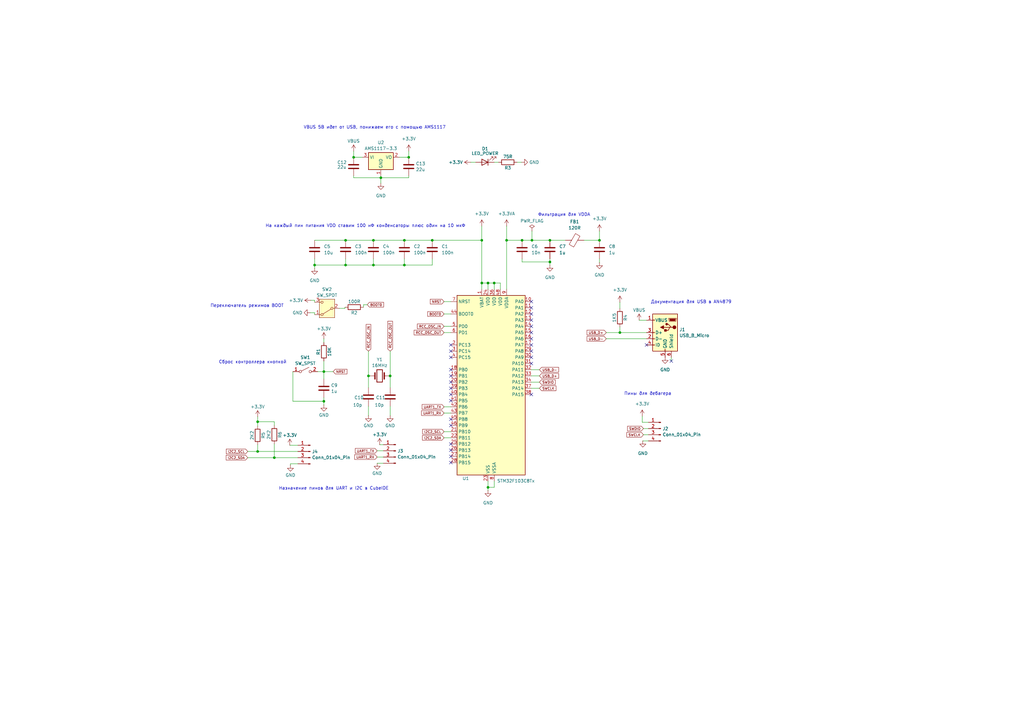
<source format=kicad_sch>
(kicad_sch
	(version 20231120)
	(generator "eeschema")
	(generator_version "8.0")
	(uuid "cff8f56b-eebd-4e4c-9157-872006056e0b")
	(paper "A3")
	(lib_symbols
		(symbol "Connector:Conn_01x04_Pin"
			(pin_names
				(offset 1.016) hide)
			(exclude_from_sim no)
			(in_bom yes)
			(on_board yes)
			(property "Reference" "J"
				(at 0 5.08 0)
				(effects
					(font
						(size 1.27 1.27)
					)
				)
			)
			(property "Value" "Conn_01x04_Pin"
				(at 0 -7.62 0)
				(effects
					(font
						(size 1.27 1.27)
					)
				)
			)
			(property "Footprint" ""
				(at 0 0 0)
				(effects
					(font
						(size 1.27 1.27)
					)
					(hide yes)
				)
			)
			(property "Datasheet" "~"
				(at 0 0 0)
				(effects
					(font
						(size 1.27 1.27)
					)
					(hide yes)
				)
			)
			(property "Description" "Generic connector, single row, 01x04, script generated"
				(at 0 0 0)
				(effects
					(font
						(size 1.27 1.27)
					)
					(hide yes)
				)
			)
			(property "ki_locked" ""
				(at 0 0 0)
				(effects
					(font
						(size 1.27 1.27)
					)
				)
			)
			(property "ki_keywords" "connector"
				(at 0 0 0)
				(effects
					(font
						(size 1.27 1.27)
					)
					(hide yes)
				)
			)
			(property "ki_fp_filters" "Connector*:*_1x??_*"
				(at 0 0 0)
				(effects
					(font
						(size 1.27 1.27)
					)
					(hide yes)
				)
			)
			(symbol "Conn_01x04_Pin_1_1"
				(polyline
					(pts
						(xy 1.27 -5.08) (xy 0.8636 -5.08)
					)
					(stroke
						(width 0.1524)
						(type default)
					)
					(fill
						(type none)
					)
				)
				(polyline
					(pts
						(xy 1.27 -2.54) (xy 0.8636 -2.54)
					)
					(stroke
						(width 0.1524)
						(type default)
					)
					(fill
						(type none)
					)
				)
				(polyline
					(pts
						(xy 1.27 0) (xy 0.8636 0)
					)
					(stroke
						(width 0.1524)
						(type default)
					)
					(fill
						(type none)
					)
				)
				(polyline
					(pts
						(xy 1.27 2.54) (xy 0.8636 2.54)
					)
					(stroke
						(width 0.1524)
						(type default)
					)
					(fill
						(type none)
					)
				)
				(rectangle
					(start 0.8636 -4.953)
					(end 0 -5.207)
					(stroke
						(width 0.1524)
						(type default)
					)
					(fill
						(type outline)
					)
				)
				(rectangle
					(start 0.8636 -2.413)
					(end 0 -2.667)
					(stroke
						(width 0.1524)
						(type default)
					)
					(fill
						(type outline)
					)
				)
				(rectangle
					(start 0.8636 0.127)
					(end 0 -0.127)
					(stroke
						(width 0.1524)
						(type default)
					)
					(fill
						(type outline)
					)
				)
				(rectangle
					(start 0.8636 2.667)
					(end 0 2.413)
					(stroke
						(width 0.1524)
						(type default)
					)
					(fill
						(type outline)
					)
				)
				(pin passive line
					(at 5.08 2.54 180)
					(length 3.81)
					(name "Pin_1"
						(effects
							(font
								(size 1.27 1.27)
							)
						)
					)
					(number "1"
						(effects
							(font
								(size 1.27 1.27)
							)
						)
					)
				)
				(pin passive line
					(at 5.08 0 180)
					(length 3.81)
					(name "Pin_2"
						(effects
							(font
								(size 1.27 1.27)
							)
						)
					)
					(number "2"
						(effects
							(font
								(size 1.27 1.27)
							)
						)
					)
				)
				(pin passive line
					(at 5.08 -2.54 180)
					(length 3.81)
					(name "Pin_3"
						(effects
							(font
								(size 1.27 1.27)
							)
						)
					)
					(number "3"
						(effects
							(font
								(size 1.27 1.27)
							)
						)
					)
				)
				(pin passive line
					(at 5.08 -5.08 180)
					(length 3.81)
					(name "Pin_4"
						(effects
							(font
								(size 1.27 1.27)
							)
						)
					)
					(number "4"
						(effects
							(font
								(size 1.27 1.27)
							)
						)
					)
				)
			)
		)
		(symbol "Connector:USB_B_Micro"
			(pin_names
				(offset 1.016)
			)
			(exclude_from_sim no)
			(in_bom yes)
			(on_board yes)
			(property "Reference" "J"
				(at -5.08 11.43 0)
				(effects
					(font
						(size 1.27 1.27)
					)
					(justify left)
				)
			)
			(property "Value" "USB_B_Micro"
				(at -5.08 8.89 0)
				(effects
					(font
						(size 1.27 1.27)
					)
					(justify left)
				)
			)
			(property "Footprint" ""
				(at 3.81 -1.27 0)
				(effects
					(font
						(size 1.27 1.27)
					)
					(hide yes)
				)
			)
			(property "Datasheet" "~"
				(at 3.81 -1.27 0)
				(effects
					(font
						(size 1.27 1.27)
					)
					(hide yes)
				)
			)
			(property "Description" "USB Micro Type B connector"
				(at 0 0 0)
				(effects
					(font
						(size 1.27 1.27)
					)
					(hide yes)
				)
			)
			(property "ki_keywords" "connector USB micro"
				(at 0 0 0)
				(effects
					(font
						(size 1.27 1.27)
					)
					(hide yes)
				)
			)
			(property "ki_fp_filters" "USB*"
				(at 0 0 0)
				(effects
					(font
						(size 1.27 1.27)
					)
					(hide yes)
				)
			)
			(symbol "USB_B_Micro_0_1"
				(rectangle
					(start -5.08 -7.62)
					(end 5.08 7.62)
					(stroke
						(width 0.254)
						(type default)
					)
					(fill
						(type background)
					)
				)
				(circle
					(center -3.81 2.159)
					(radius 0.635)
					(stroke
						(width 0.254)
						(type default)
					)
					(fill
						(type outline)
					)
				)
				(circle
					(center -0.635 3.429)
					(radius 0.381)
					(stroke
						(width 0.254)
						(type default)
					)
					(fill
						(type outline)
					)
				)
				(rectangle
					(start -0.127 -7.62)
					(end 0.127 -6.858)
					(stroke
						(width 0)
						(type default)
					)
					(fill
						(type none)
					)
				)
				(polyline
					(pts
						(xy -1.905 2.159) (xy 0.635 2.159)
					)
					(stroke
						(width 0.254)
						(type default)
					)
					(fill
						(type none)
					)
				)
				(polyline
					(pts
						(xy -3.175 2.159) (xy -2.54 2.159) (xy -1.27 3.429) (xy -0.635 3.429)
					)
					(stroke
						(width 0.254)
						(type default)
					)
					(fill
						(type none)
					)
				)
				(polyline
					(pts
						(xy -2.54 2.159) (xy -1.905 2.159) (xy -1.27 0.889) (xy 0 0.889)
					)
					(stroke
						(width 0.254)
						(type default)
					)
					(fill
						(type none)
					)
				)
				(polyline
					(pts
						(xy 0.635 2.794) (xy 0.635 1.524) (xy 1.905 2.159) (xy 0.635 2.794)
					)
					(stroke
						(width 0.254)
						(type default)
					)
					(fill
						(type outline)
					)
				)
				(polyline
					(pts
						(xy -4.318 5.588) (xy -1.778 5.588) (xy -2.032 4.826) (xy -4.064 4.826) (xy -4.318 5.588)
					)
					(stroke
						(width 0)
						(type default)
					)
					(fill
						(type outline)
					)
				)
				(polyline
					(pts
						(xy -4.699 5.842) (xy -4.699 5.588) (xy -4.445 4.826) (xy -4.445 4.572) (xy -1.651 4.572) (xy -1.651 4.826)
						(xy -1.397 5.588) (xy -1.397 5.842) (xy -4.699 5.842)
					)
					(stroke
						(width 0)
						(type default)
					)
					(fill
						(type none)
					)
				)
				(rectangle
					(start 0.254 1.27)
					(end -0.508 0.508)
					(stroke
						(width 0.254)
						(type default)
					)
					(fill
						(type outline)
					)
				)
				(rectangle
					(start 5.08 -5.207)
					(end 4.318 -4.953)
					(stroke
						(width 0)
						(type default)
					)
					(fill
						(type none)
					)
				)
				(rectangle
					(start 5.08 -2.667)
					(end 4.318 -2.413)
					(stroke
						(width 0)
						(type default)
					)
					(fill
						(type none)
					)
				)
				(rectangle
					(start 5.08 -0.127)
					(end 4.318 0.127)
					(stroke
						(width 0)
						(type default)
					)
					(fill
						(type none)
					)
				)
				(rectangle
					(start 5.08 4.953)
					(end 4.318 5.207)
					(stroke
						(width 0)
						(type default)
					)
					(fill
						(type none)
					)
				)
			)
			(symbol "USB_B_Micro_1_1"
				(pin power_out line
					(at 7.62 5.08 180)
					(length 2.54)
					(name "VBUS"
						(effects
							(font
								(size 1.27 1.27)
							)
						)
					)
					(number "1"
						(effects
							(font
								(size 1.27 1.27)
							)
						)
					)
				)
				(pin bidirectional line
					(at 7.62 -2.54 180)
					(length 2.54)
					(name "D-"
						(effects
							(font
								(size 1.27 1.27)
							)
						)
					)
					(number "2"
						(effects
							(font
								(size 1.27 1.27)
							)
						)
					)
				)
				(pin bidirectional line
					(at 7.62 0 180)
					(length 2.54)
					(name "D+"
						(effects
							(font
								(size 1.27 1.27)
							)
						)
					)
					(number "3"
						(effects
							(font
								(size 1.27 1.27)
							)
						)
					)
				)
				(pin passive line
					(at 7.62 -5.08 180)
					(length 2.54)
					(name "ID"
						(effects
							(font
								(size 1.27 1.27)
							)
						)
					)
					(number "4"
						(effects
							(font
								(size 1.27 1.27)
							)
						)
					)
				)
				(pin power_out line
					(at 0 -10.16 90)
					(length 2.54)
					(name "GND"
						(effects
							(font
								(size 1.27 1.27)
							)
						)
					)
					(number "5"
						(effects
							(font
								(size 1.27 1.27)
							)
						)
					)
				)
				(pin passive line
					(at -2.54 -10.16 90)
					(length 2.54)
					(name "Shield"
						(effects
							(font
								(size 1.27 1.27)
							)
						)
					)
					(number "6"
						(effects
							(font
								(size 1.27 1.27)
							)
						)
					)
				)
			)
		)
		(symbol "Device:C"
			(pin_numbers hide)
			(pin_names
				(offset 0.254)
			)
			(exclude_from_sim no)
			(in_bom yes)
			(on_board yes)
			(property "Reference" "C"
				(at 0.635 2.54 0)
				(effects
					(font
						(size 1.27 1.27)
					)
					(justify left)
				)
			)
			(property "Value" "C"
				(at 0.635 -2.54 0)
				(effects
					(font
						(size 1.27 1.27)
					)
					(justify left)
				)
			)
			(property "Footprint" ""
				(at 0.9652 -3.81 0)
				(effects
					(font
						(size 1.27 1.27)
					)
					(hide yes)
				)
			)
			(property "Datasheet" "~"
				(at 0 0 0)
				(effects
					(font
						(size 1.27 1.27)
					)
					(hide yes)
				)
			)
			(property "Description" "Unpolarized capacitor"
				(at 0 0 0)
				(effects
					(font
						(size 1.27 1.27)
					)
					(hide yes)
				)
			)
			(property "ki_keywords" "cap capacitor"
				(at 0 0 0)
				(effects
					(font
						(size 1.27 1.27)
					)
					(hide yes)
				)
			)
			(property "ki_fp_filters" "C_*"
				(at 0 0 0)
				(effects
					(font
						(size 1.27 1.27)
					)
					(hide yes)
				)
			)
			(symbol "C_0_1"
				(polyline
					(pts
						(xy -2.032 -0.762) (xy 2.032 -0.762)
					)
					(stroke
						(width 0.508)
						(type default)
					)
					(fill
						(type none)
					)
				)
				(polyline
					(pts
						(xy -2.032 0.762) (xy 2.032 0.762)
					)
					(stroke
						(width 0.508)
						(type default)
					)
					(fill
						(type none)
					)
				)
			)
			(symbol "C_1_1"
				(pin passive line
					(at 0 3.81 270)
					(length 2.794)
					(name "~"
						(effects
							(font
								(size 1.27 1.27)
							)
						)
					)
					(number "1"
						(effects
							(font
								(size 1.27 1.27)
							)
						)
					)
				)
				(pin passive line
					(at 0 -3.81 90)
					(length 2.794)
					(name "~"
						(effects
							(font
								(size 1.27 1.27)
							)
						)
					)
					(number "2"
						(effects
							(font
								(size 1.27 1.27)
							)
						)
					)
				)
			)
		)
		(symbol "Device:Crystal"
			(pin_numbers hide)
			(pin_names
				(offset 1.016) hide)
			(exclude_from_sim no)
			(in_bom yes)
			(on_board yes)
			(property "Reference" "Y"
				(at 0 3.81 0)
				(effects
					(font
						(size 1.27 1.27)
					)
				)
			)
			(property "Value" "Crystal"
				(at 0 -3.81 0)
				(effects
					(font
						(size 1.27 1.27)
					)
				)
			)
			(property "Footprint" ""
				(at 0 0 0)
				(effects
					(font
						(size 1.27 1.27)
					)
					(hide yes)
				)
			)
			(property "Datasheet" "~"
				(at 0 0 0)
				(effects
					(font
						(size 1.27 1.27)
					)
					(hide yes)
				)
			)
			(property "Description" "Two pin crystal"
				(at 0 0 0)
				(effects
					(font
						(size 1.27 1.27)
					)
					(hide yes)
				)
			)
			(property "ki_keywords" "quartz ceramic resonator oscillator"
				(at 0 0 0)
				(effects
					(font
						(size 1.27 1.27)
					)
					(hide yes)
				)
			)
			(property "ki_fp_filters" "Crystal*"
				(at 0 0 0)
				(effects
					(font
						(size 1.27 1.27)
					)
					(hide yes)
				)
			)
			(symbol "Crystal_0_1"
				(rectangle
					(start -1.143 2.54)
					(end 1.143 -2.54)
					(stroke
						(width 0.3048)
						(type default)
					)
					(fill
						(type none)
					)
				)
				(polyline
					(pts
						(xy -2.54 0) (xy -1.905 0)
					)
					(stroke
						(width 0)
						(type default)
					)
					(fill
						(type none)
					)
				)
				(polyline
					(pts
						(xy -1.905 -1.27) (xy -1.905 1.27)
					)
					(stroke
						(width 0.508)
						(type default)
					)
					(fill
						(type none)
					)
				)
				(polyline
					(pts
						(xy 1.905 -1.27) (xy 1.905 1.27)
					)
					(stroke
						(width 0.508)
						(type default)
					)
					(fill
						(type none)
					)
				)
				(polyline
					(pts
						(xy 2.54 0) (xy 1.905 0)
					)
					(stroke
						(width 0)
						(type default)
					)
					(fill
						(type none)
					)
				)
			)
			(symbol "Crystal_1_1"
				(pin passive line
					(at -3.81 0 0)
					(length 1.27)
					(name "1"
						(effects
							(font
								(size 1.27 1.27)
							)
						)
					)
					(number "1"
						(effects
							(font
								(size 1.27 1.27)
							)
						)
					)
				)
				(pin passive line
					(at 3.81 0 180)
					(length 1.27)
					(name "2"
						(effects
							(font
								(size 1.27 1.27)
							)
						)
					)
					(number "2"
						(effects
							(font
								(size 1.27 1.27)
							)
						)
					)
				)
			)
		)
		(symbol "Device:FerriteBead"
			(pin_numbers hide)
			(pin_names
				(offset 0)
			)
			(exclude_from_sim no)
			(in_bom yes)
			(on_board yes)
			(property "Reference" "FB"
				(at -3.81 0.635 90)
				(effects
					(font
						(size 1.27 1.27)
					)
				)
			)
			(property "Value" "FerriteBead"
				(at 3.81 0 90)
				(effects
					(font
						(size 1.27 1.27)
					)
				)
			)
			(property "Footprint" ""
				(at -1.778 0 90)
				(effects
					(font
						(size 1.27 1.27)
					)
					(hide yes)
				)
			)
			(property "Datasheet" "~"
				(at 0 0 0)
				(effects
					(font
						(size 1.27 1.27)
					)
					(hide yes)
				)
			)
			(property "Description" "Ferrite bead"
				(at 0 0 0)
				(effects
					(font
						(size 1.27 1.27)
					)
					(hide yes)
				)
			)
			(property "ki_keywords" "L ferrite bead inductor filter"
				(at 0 0 0)
				(effects
					(font
						(size 1.27 1.27)
					)
					(hide yes)
				)
			)
			(property "ki_fp_filters" "Inductor_* L_* *Ferrite*"
				(at 0 0 0)
				(effects
					(font
						(size 1.27 1.27)
					)
					(hide yes)
				)
			)
			(symbol "FerriteBead_0_1"
				(polyline
					(pts
						(xy 0 -1.27) (xy 0 -1.2192)
					)
					(stroke
						(width 0)
						(type default)
					)
					(fill
						(type none)
					)
				)
				(polyline
					(pts
						(xy 0 1.27) (xy 0 1.2954)
					)
					(stroke
						(width 0)
						(type default)
					)
					(fill
						(type none)
					)
				)
				(polyline
					(pts
						(xy -2.7686 0.4064) (xy -1.7018 2.2606) (xy 2.7686 -0.3048) (xy 1.6764 -2.159) (xy -2.7686 0.4064)
					)
					(stroke
						(width 0)
						(type default)
					)
					(fill
						(type none)
					)
				)
			)
			(symbol "FerriteBead_1_1"
				(pin passive line
					(at 0 3.81 270)
					(length 2.54)
					(name "~"
						(effects
							(font
								(size 1.27 1.27)
							)
						)
					)
					(number "1"
						(effects
							(font
								(size 1.27 1.27)
							)
						)
					)
				)
				(pin passive line
					(at 0 -3.81 90)
					(length 2.54)
					(name "~"
						(effects
							(font
								(size 1.27 1.27)
							)
						)
					)
					(number "2"
						(effects
							(font
								(size 1.27 1.27)
							)
						)
					)
				)
			)
		)
		(symbol "Device:LED"
			(pin_numbers hide)
			(pin_names
				(offset 1.016) hide)
			(exclude_from_sim no)
			(in_bom yes)
			(on_board yes)
			(property "Reference" "D"
				(at 0 2.54 0)
				(effects
					(font
						(size 1.27 1.27)
					)
				)
			)
			(property "Value" "LED"
				(at 0 -2.54 0)
				(effects
					(font
						(size 1.27 1.27)
					)
				)
			)
			(property "Footprint" ""
				(at 0 0 0)
				(effects
					(font
						(size 1.27 1.27)
					)
					(hide yes)
				)
			)
			(property "Datasheet" "~"
				(at 0 0 0)
				(effects
					(font
						(size 1.27 1.27)
					)
					(hide yes)
				)
			)
			(property "Description" "Light emitting diode"
				(at 0 0 0)
				(effects
					(font
						(size 1.27 1.27)
					)
					(hide yes)
				)
			)
			(property "ki_keywords" "LED diode"
				(at 0 0 0)
				(effects
					(font
						(size 1.27 1.27)
					)
					(hide yes)
				)
			)
			(property "ki_fp_filters" "LED* LED_SMD:* LED_THT:*"
				(at 0 0 0)
				(effects
					(font
						(size 1.27 1.27)
					)
					(hide yes)
				)
			)
			(symbol "LED_0_1"
				(polyline
					(pts
						(xy -1.27 -1.27) (xy -1.27 1.27)
					)
					(stroke
						(width 0.254)
						(type default)
					)
					(fill
						(type none)
					)
				)
				(polyline
					(pts
						(xy -1.27 0) (xy 1.27 0)
					)
					(stroke
						(width 0)
						(type default)
					)
					(fill
						(type none)
					)
				)
				(polyline
					(pts
						(xy 1.27 -1.27) (xy 1.27 1.27) (xy -1.27 0) (xy 1.27 -1.27)
					)
					(stroke
						(width 0.254)
						(type default)
					)
					(fill
						(type none)
					)
				)
				(polyline
					(pts
						(xy -3.048 -0.762) (xy -4.572 -2.286) (xy -3.81 -2.286) (xy -4.572 -2.286) (xy -4.572 -1.524)
					)
					(stroke
						(width 0)
						(type default)
					)
					(fill
						(type none)
					)
				)
				(polyline
					(pts
						(xy -1.778 -0.762) (xy -3.302 -2.286) (xy -2.54 -2.286) (xy -3.302 -2.286) (xy -3.302 -1.524)
					)
					(stroke
						(width 0)
						(type default)
					)
					(fill
						(type none)
					)
				)
			)
			(symbol "LED_1_1"
				(pin passive line
					(at -3.81 0 0)
					(length 2.54)
					(name "K"
						(effects
							(font
								(size 1.27 1.27)
							)
						)
					)
					(number "1"
						(effects
							(font
								(size 1.27 1.27)
							)
						)
					)
				)
				(pin passive line
					(at 3.81 0 180)
					(length 2.54)
					(name "A"
						(effects
							(font
								(size 1.27 1.27)
							)
						)
					)
					(number "2"
						(effects
							(font
								(size 1.27 1.27)
							)
						)
					)
				)
			)
		)
		(symbol "Device:R"
			(pin_numbers hide)
			(pin_names
				(offset 0)
			)
			(exclude_from_sim no)
			(in_bom yes)
			(on_board yes)
			(property "Reference" "R"
				(at 2.032 0 90)
				(effects
					(font
						(size 1.27 1.27)
					)
				)
			)
			(property "Value" "R"
				(at 0 0 90)
				(effects
					(font
						(size 1.27 1.27)
					)
				)
			)
			(property "Footprint" ""
				(at -1.778 0 90)
				(effects
					(font
						(size 1.27 1.27)
					)
					(hide yes)
				)
			)
			(property "Datasheet" "~"
				(at 0 0 0)
				(effects
					(font
						(size 1.27 1.27)
					)
					(hide yes)
				)
			)
			(property "Description" "Resistor"
				(at 0 0 0)
				(effects
					(font
						(size 1.27 1.27)
					)
					(hide yes)
				)
			)
			(property "ki_keywords" "R res resistor"
				(at 0 0 0)
				(effects
					(font
						(size 1.27 1.27)
					)
					(hide yes)
				)
			)
			(property "ki_fp_filters" "R_*"
				(at 0 0 0)
				(effects
					(font
						(size 1.27 1.27)
					)
					(hide yes)
				)
			)
			(symbol "R_0_1"
				(rectangle
					(start -1.016 -2.54)
					(end 1.016 2.54)
					(stroke
						(width 0.254)
						(type default)
					)
					(fill
						(type none)
					)
				)
			)
			(symbol "R_1_1"
				(pin passive line
					(at 0 3.81 270)
					(length 1.27)
					(name "~"
						(effects
							(font
								(size 1.27 1.27)
							)
						)
					)
					(number "1"
						(effects
							(font
								(size 1.27 1.27)
							)
						)
					)
				)
				(pin passive line
					(at 0 -3.81 90)
					(length 1.27)
					(name "~"
						(effects
							(font
								(size 1.27 1.27)
							)
						)
					)
					(number "2"
						(effects
							(font
								(size 1.27 1.27)
							)
						)
					)
				)
			)
		)
		(symbol "MCU_ST_STM32F1:STM32F103C8Tx"
			(exclude_from_sim no)
			(in_bom yes)
			(on_board yes)
			(property "Reference" "U"
				(at -12.7 39.37 0)
				(effects
					(font
						(size 1.27 1.27)
					)
					(justify left)
				)
			)
			(property "Value" "STM32F103C8Tx"
				(at 10.16 39.37 0)
				(effects
					(font
						(size 1.27 1.27)
					)
					(justify left)
				)
			)
			(property "Footprint" "Package_QFP:LQFP-48_7x7mm_P0.5mm"
				(at -12.7 -35.56 0)
				(effects
					(font
						(size 1.27 1.27)
					)
					(justify right)
					(hide yes)
				)
			)
			(property "Datasheet" "https://www.st.com/resource/en/datasheet/stm32f103c8.pdf"
				(at 0 0 0)
				(effects
					(font
						(size 1.27 1.27)
					)
					(hide yes)
				)
			)
			(property "Description" "STMicroelectronics Arm Cortex-M3 MCU, 64KB flash, 20KB RAM, 72 MHz, 2.0-3.6V, 37 GPIO, LQFP48"
				(at 0 0 0)
				(effects
					(font
						(size 1.27 1.27)
					)
					(hide yes)
				)
			)
			(property "ki_locked" ""
				(at 0 0 0)
				(effects
					(font
						(size 1.27 1.27)
					)
				)
			)
			(property "ki_keywords" "Arm Cortex-M3 STM32F1 STM32F103"
				(at 0 0 0)
				(effects
					(font
						(size 1.27 1.27)
					)
					(hide yes)
				)
			)
			(property "ki_fp_filters" "LQFP*7x7mm*P0.5mm*"
				(at 0 0 0)
				(effects
					(font
						(size 1.27 1.27)
					)
					(hide yes)
				)
			)
			(symbol "STM32F103C8Tx_0_1"
				(rectangle
					(start -12.7 -35.56)
					(end 15.24 38.1)
					(stroke
						(width 0.254)
						(type default)
					)
					(fill
						(type background)
					)
				)
			)
			(symbol "STM32F103C8Tx_1_1"
				(pin power_in line
					(at -2.54 40.64 270)
					(length 2.54)
					(name "VBAT"
						(effects
							(font
								(size 1.27 1.27)
							)
						)
					)
					(number "1"
						(effects
							(font
								(size 1.27 1.27)
							)
						)
					)
				)
				(pin bidirectional line
					(at 17.78 35.56 180)
					(length 2.54)
					(name "PA0"
						(effects
							(font
								(size 1.27 1.27)
							)
						)
					)
					(number "10"
						(effects
							(font
								(size 1.27 1.27)
							)
						)
					)
					(alternate "ADC1_IN0" bidirectional line)
					(alternate "ADC2_IN0" bidirectional line)
					(alternate "SYS_WKUP" bidirectional line)
					(alternate "TIM2_CH1" bidirectional line)
					(alternate "TIM2_ETR" bidirectional line)
					(alternate "USART2_CTS" bidirectional line)
				)
				(pin bidirectional line
					(at 17.78 33.02 180)
					(length 2.54)
					(name "PA1"
						(effects
							(font
								(size 1.27 1.27)
							)
						)
					)
					(number "11"
						(effects
							(font
								(size 1.27 1.27)
							)
						)
					)
					(alternate "ADC1_IN1" bidirectional line)
					(alternate "ADC2_IN1" bidirectional line)
					(alternate "TIM2_CH2" bidirectional line)
					(alternate "USART2_RTS" bidirectional line)
				)
				(pin bidirectional line
					(at 17.78 30.48 180)
					(length 2.54)
					(name "PA2"
						(effects
							(font
								(size 1.27 1.27)
							)
						)
					)
					(number "12"
						(effects
							(font
								(size 1.27 1.27)
							)
						)
					)
					(alternate "ADC1_IN2" bidirectional line)
					(alternate "ADC2_IN2" bidirectional line)
					(alternate "TIM2_CH3" bidirectional line)
					(alternate "USART2_TX" bidirectional line)
				)
				(pin bidirectional line
					(at 17.78 27.94 180)
					(length 2.54)
					(name "PA3"
						(effects
							(font
								(size 1.27 1.27)
							)
						)
					)
					(number "13"
						(effects
							(font
								(size 1.27 1.27)
							)
						)
					)
					(alternate "ADC1_IN3" bidirectional line)
					(alternate "ADC2_IN3" bidirectional line)
					(alternate "TIM2_CH4" bidirectional line)
					(alternate "USART2_RX" bidirectional line)
				)
				(pin bidirectional line
					(at 17.78 25.4 180)
					(length 2.54)
					(name "PA4"
						(effects
							(font
								(size 1.27 1.27)
							)
						)
					)
					(number "14"
						(effects
							(font
								(size 1.27 1.27)
							)
						)
					)
					(alternate "ADC1_IN4" bidirectional line)
					(alternate "ADC2_IN4" bidirectional line)
					(alternate "SPI1_NSS" bidirectional line)
					(alternate "USART2_CK" bidirectional line)
				)
				(pin bidirectional line
					(at 17.78 22.86 180)
					(length 2.54)
					(name "PA5"
						(effects
							(font
								(size 1.27 1.27)
							)
						)
					)
					(number "15"
						(effects
							(font
								(size 1.27 1.27)
							)
						)
					)
					(alternate "ADC1_IN5" bidirectional line)
					(alternate "ADC2_IN5" bidirectional line)
					(alternate "SPI1_SCK" bidirectional line)
				)
				(pin bidirectional line
					(at 17.78 20.32 180)
					(length 2.54)
					(name "PA6"
						(effects
							(font
								(size 1.27 1.27)
							)
						)
					)
					(number "16"
						(effects
							(font
								(size 1.27 1.27)
							)
						)
					)
					(alternate "ADC1_IN6" bidirectional line)
					(alternate "ADC2_IN6" bidirectional line)
					(alternate "SPI1_MISO" bidirectional line)
					(alternate "TIM1_BKIN" bidirectional line)
					(alternate "TIM3_CH1" bidirectional line)
				)
				(pin bidirectional line
					(at 17.78 17.78 180)
					(length 2.54)
					(name "PA7"
						(effects
							(font
								(size 1.27 1.27)
							)
						)
					)
					(number "17"
						(effects
							(font
								(size 1.27 1.27)
							)
						)
					)
					(alternate "ADC1_IN7" bidirectional line)
					(alternate "ADC2_IN7" bidirectional line)
					(alternate "SPI1_MOSI" bidirectional line)
					(alternate "TIM1_CH1N" bidirectional line)
					(alternate "TIM3_CH2" bidirectional line)
				)
				(pin bidirectional line
					(at -15.24 7.62 0)
					(length 2.54)
					(name "PB0"
						(effects
							(font
								(size 1.27 1.27)
							)
						)
					)
					(number "18"
						(effects
							(font
								(size 1.27 1.27)
							)
						)
					)
					(alternate "ADC1_IN8" bidirectional line)
					(alternate "ADC2_IN8" bidirectional line)
					(alternate "TIM1_CH2N" bidirectional line)
					(alternate "TIM3_CH3" bidirectional line)
				)
				(pin bidirectional line
					(at -15.24 5.08 0)
					(length 2.54)
					(name "PB1"
						(effects
							(font
								(size 1.27 1.27)
							)
						)
					)
					(number "19"
						(effects
							(font
								(size 1.27 1.27)
							)
						)
					)
					(alternate "ADC1_IN9" bidirectional line)
					(alternate "ADC2_IN9" bidirectional line)
					(alternate "TIM1_CH3N" bidirectional line)
					(alternate "TIM3_CH4" bidirectional line)
				)
				(pin bidirectional line
					(at -15.24 17.78 0)
					(length 2.54)
					(name "PC13"
						(effects
							(font
								(size 1.27 1.27)
							)
						)
					)
					(number "2"
						(effects
							(font
								(size 1.27 1.27)
							)
						)
					)
					(alternate "RTC_OUT" bidirectional line)
					(alternate "RTC_TAMPER" bidirectional line)
				)
				(pin bidirectional line
					(at -15.24 2.54 0)
					(length 2.54)
					(name "PB2"
						(effects
							(font
								(size 1.27 1.27)
							)
						)
					)
					(number "20"
						(effects
							(font
								(size 1.27 1.27)
							)
						)
					)
				)
				(pin bidirectional line
					(at -15.24 -17.78 0)
					(length 2.54)
					(name "PB10"
						(effects
							(font
								(size 1.27 1.27)
							)
						)
					)
					(number "21"
						(effects
							(font
								(size 1.27 1.27)
							)
						)
					)
					(alternate "I2C2_SCL" bidirectional line)
					(alternate "TIM2_CH3" bidirectional line)
					(alternate "USART3_TX" bidirectional line)
				)
				(pin bidirectional line
					(at -15.24 -20.32 0)
					(length 2.54)
					(name "PB11"
						(effects
							(font
								(size 1.27 1.27)
							)
						)
					)
					(number "22"
						(effects
							(font
								(size 1.27 1.27)
							)
						)
					)
					(alternate "ADC1_EXTI11" bidirectional line)
					(alternate "ADC2_EXTI11" bidirectional line)
					(alternate "I2C2_SDA" bidirectional line)
					(alternate "TIM2_CH4" bidirectional line)
					(alternate "USART3_RX" bidirectional line)
				)
				(pin power_in line
					(at 0 -38.1 90)
					(length 2.54)
					(name "VSS"
						(effects
							(font
								(size 1.27 1.27)
							)
						)
					)
					(number "23"
						(effects
							(font
								(size 1.27 1.27)
							)
						)
					)
				)
				(pin power_in line
					(at 0 40.64 270)
					(length 2.54)
					(name "VDD"
						(effects
							(font
								(size 1.27 1.27)
							)
						)
					)
					(number "24"
						(effects
							(font
								(size 1.27 1.27)
							)
						)
					)
				)
				(pin bidirectional line
					(at -15.24 -22.86 0)
					(length 2.54)
					(name "PB12"
						(effects
							(font
								(size 1.27 1.27)
							)
						)
					)
					(number "25"
						(effects
							(font
								(size 1.27 1.27)
							)
						)
					)
					(alternate "I2C2_SMBA" bidirectional line)
					(alternate "SPI2_NSS" bidirectional line)
					(alternate "TIM1_BKIN" bidirectional line)
					(alternate "USART3_CK" bidirectional line)
				)
				(pin bidirectional line
					(at -15.24 -25.4 0)
					(length 2.54)
					(name "PB13"
						(effects
							(font
								(size 1.27 1.27)
							)
						)
					)
					(number "26"
						(effects
							(font
								(size 1.27 1.27)
							)
						)
					)
					(alternate "SPI2_SCK" bidirectional line)
					(alternate "TIM1_CH1N" bidirectional line)
					(alternate "USART3_CTS" bidirectional line)
				)
				(pin bidirectional line
					(at -15.24 -27.94 0)
					(length 2.54)
					(name "PB14"
						(effects
							(font
								(size 1.27 1.27)
							)
						)
					)
					(number "27"
						(effects
							(font
								(size 1.27 1.27)
							)
						)
					)
					(alternate "SPI2_MISO" bidirectional line)
					(alternate "TIM1_CH2N" bidirectional line)
					(alternate "USART3_RTS" bidirectional line)
				)
				(pin bidirectional line
					(at -15.24 -30.48 0)
					(length 2.54)
					(name "PB15"
						(effects
							(font
								(size 1.27 1.27)
							)
						)
					)
					(number "28"
						(effects
							(font
								(size 1.27 1.27)
							)
						)
					)
					(alternate "ADC1_EXTI15" bidirectional line)
					(alternate "ADC2_EXTI15" bidirectional line)
					(alternate "SPI2_MOSI" bidirectional line)
					(alternate "TIM1_CH3N" bidirectional line)
				)
				(pin bidirectional line
					(at 17.78 15.24 180)
					(length 2.54)
					(name "PA8"
						(effects
							(font
								(size 1.27 1.27)
							)
						)
					)
					(number "29"
						(effects
							(font
								(size 1.27 1.27)
							)
						)
					)
					(alternate "RCC_MCO" bidirectional line)
					(alternate "TIM1_CH1" bidirectional line)
					(alternate "USART1_CK" bidirectional line)
				)
				(pin bidirectional line
					(at -15.24 15.24 0)
					(length 2.54)
					(name "PC14"
						(effects
							(font
								(size 1.27 1.27)
							)
						)
					)
					(number "3"
						(effects
							(font
								(size 1.27 1.27)
							)
						)
					)
					(alternate "RCC_OSC32_IN" bidirectional line)
				)
				(pin bidirectional line
					(at 17.78 12.7 180)
					(length 2.54)
					(name "PA9"
						(effects
							(font
								(size 1.27 1.27)
							)
						)
					)
					(number "30"
						(effects
							(font
								(size 1.27 1.27)
							)
						)
					)
					(alternate "TIM1_CH2" bidirectional line)
					(alternate "USART1_TX" bidirectional line)
				)
				(pin bidirectional line
					(at 17.78 10.16 180)
					(length 2.54)
					(name "PA10"
						(effects
							(font
								(size 1.27 1.27)
							)
						)
					)
					(number "31"
						(effects
							(font
								(size 1.27 1.27)
							)
						)
					)
					(alternate "TIM1_CH3" bidirectional line)
					(alternate "USART1_RX" bidirectional line)
				)
				(pin bidirectional line
					(at 17.78 7.62 180)
					(length 2.54)
					(name "PA11"
						(effects
							(font
								(size 1.27 1.27)
							)
						)
					)
					(number "32"
						(effects
							(font
								(size 1.27 1.27)
							)
						)
					)
					(alternate "ADC1_EXTI11" bidirectional line)
					(alternate "ADC2_EXTI11" bidirectional line)
					(alternate "CAN_RX" bidirectional line)
					(alternate "TIM1_CH4" bidirectional line)
					(alternate "USART1_CTS" bidirectional line)
					(alternate "USB_DM" bidirectional line)
				)
				(pin bidirectional line
					(at 17.78 5.08 180)
					(length 2.54)
					(name "PA12"
						(effects
							(font
								(size 1.27 1.27)
							)
						)
					)
					(number "33"
						(effects
							(font
								(size 1.27 1.27)
							)
						)
					)
					(alternate "CAN_TX" bidirectional line)
					(alternate "TIM1_ETR" bidirectional line)
					(alternate "USART1_RTS" bidirectional line)
					(alternate "USB_DP" bidirectional line)
				)
				(pin bidirectional line
					(at 17.78 2.54 180)
					(length 2.54)
					(name "PA13"
						(effects
							(font
								(size 1.27 1.27)
							)
						)
					)
					(number "34"
						(effects
							(font
								(size 1.27 1.27)
							)
						)
					)
					(alternate "SYS_JTMS-SWDIO" bidirectional line)
				)
				(pin passive line
					(at 0 -38.1 90)
					(length 2.54) hide
					(name "VSS"
						(effects
							(font
								(size 1.27 1.27)
							)
						)
					)
					(number "35"
						(effects
							(font
								(size 1.27 1.27)
							)
						)
					)
				)
				(pin power_in line
					(at 2.54 40.64 270)
					(length 2.54)
					(name "VDD"
						(effects
							(font
								(size 1.27 1.27)
							)
						)
					)
					(number "36"
						(effects
							(font
								(size 1.27 1.27)
							)
						)
					)
				)
				(pin bidirectional line
					(at 17.78 0 180)
					(length 2.54)
					(name "PA14"
						(effects
							(font
								(size 1.27 1.27)
							)
						)
					)
					(number "37"
						(effects
							(font
								(size 1.27 1.27)
							)
						)
					)
					(alternate "SYS_JTCK-SWCLK" bidirectional line)
				)
				(pin bidirectional line
					(at 17.78 -2.54 180)
					(length 2.54)
					(name "PA15"
						(effects
							(font
								(size 1.27 1.27)
							)
						)
					)
					(number "38"
						(effects
							(font
								(size 1.27 1.27)
							)
						)
					)
					(alternate "ADC1_EXTI15" bidirectional line)
					(alternate "ADC2_EXTI15" bidirectional line)
					(alternate "SPI1_NSS" bidirectional line)
					(alternate "SYS_JTDI" bidirectional line)
					(alternate "TIM2_CH1" bidirectional line)
					(alternate "TIM2_ETR" bidirectional line)
				)
				(pin bidirectional line
					(at -15.24 0 0)
					(length 2.54)
					(name "PB3"
						(effects
							(font
								(size 1.27 1.27)
							)
						)
					)
					(number "39"
						(effects
							(font
								(size 1.27 1.27)
							)
						)
					)
					(alternate "SPI1_SCK" bidirectional line)
					(alternate "SYS_JTDO-TRACESWO" bidirectional line)
					(alternate "TIM2_CH2" bidirectional line)
				)
				(pin bidirectional line
					(at -15.24 12.7 0)
					(length 2.54)
					(name "PC15"
						(effects
							(font
								(size 1.27 1.27)
							)
						)
					)
					(number "4"
						(effects
							(font
								(size 1.27 1.27)
							)
						)
					)
					(alternate "ADC1_EXTI15" bidirectional line)
					(alternate "ADC2_EXTI15" bidirectional line)
					(alternate "RCC_OSC32_OUT" bidirectional line)
				)
				(pin bidirectional line
					(at -15.24 -2.54 0)
					(length 2.54)
					(name "PB4"
						(effects
							(font
								(size 1.27 1.27)
							)
						)
					)
					(number "40"
						(effects
							(font
								(size 1.27 1.27)
							)
						)
					)
					(alternate "SPI1_MISO" bidirectional line)
					(alternate "SYS_NJTRST" bidirectional line)
					(alternate "TIM3_CH1" bidirectional line)
				)
				(pin bidirectional line
					(at -15.24 -5.08 0)
					(length 2.54)
					(name "PB5"
						(effects
							(font
								(size 1.27 1.27)
							)
						)
					)
					(number "41"
						(effects
							(font
								(size 1.27 1.27)
							)
						)
					)
					(alternate "I2C1_SMBA" bidirectional line)
					(alternate "SPI1_MOSI" bidirectional line)
					(alternate "TIM3_CH2" bidirectional line)
				)
				(pin bidirectional line
					(at -15.24 -7.62 0)
					(length 2.54)
					(name "PB6"
						(effects
							(font
								(size 1.27 1.27)
							)
						)
					)
					(number "42"
						(effects
							(font
								(size 1.27 1.27)
							)
						)
					)
					(alternate "I2C1_SCL" bidirectional line)
					(alternate "TIM4_CH1" bidirectional line)
					(alternate "USART1_TX" bidirectional line)
				)
				(pin bidirectional line
					(at -15.24 -10.16 0)
					(length 2.54)
					(name "PB7"
						(effects
							(font
								(size 1.27 1.27)
							)
						)
					)
					(number "43"
						(effects
							(font
								(size 1.27 1.27)
							)
						)
					)
					(alternate "I2C1_SDA" bidirectional line)
					(alternate "TIM4_CH2" bidirectional line)
					(alternate "USART1_RX" bidirectional line)
				)
				(pin input line
					(at -15.24 30.48 0)
					(length 2.54)
					(name "BOOT0"
						(effects
							(font
								(size 1.27 1.27)
							)
						)
					)
					(number "44"
						(effects
							(font
								(size 1.27 1.27)
							)
						)
					)
				)
				(pin bidirectional line
					(at -15.24 -12.7 0)
					(length 2.54)
					(name "PB8"
						(effects
							(font
								(size 1.27 1.27)
							)
						)
					)
					(number "45"
						(effects
							(font
								(size 1.27 1.27)
							)
						)
					)
					(alternate "CAN_RX" bidirectional line)
					(alternate "I2C1_SCL" bidirectional line)
					(alternate "TIM4_CH3" bidirectional line)
				)
				(pin bidirectional line
					(at -15.24 -15.24 0)
					(length 2.54)
					(name "PB9"
						(effects
							(font
								(size 1.27 1.27)
							)
						)
					)
					(number "46"
						(effects
							(font
								(size 1.27 1.27)
							)
						)
					)
					(alternate "CAN_TX" bidirectional line)
					(alternate "I2C1_SDA" bidirectional line)
					(alternate "TIM4_CH4" bidirectional line)
				)
				(pin passive line
					(at 0 -38.1 90)
					(length 2.54) hide
					(name "VSS"
						(effects
							(font
								(size 1.27 1.27)
							)
						)
					)
					(number "47"
						(effects
							(font
								(size 1.27 1.27)
							)
						)
					)
				)
				(pin power_in line
					(at 5.08 40.64 270)
					(length 2.54)
					(name "VDD"
						(effects
							(font
								(size 1.27 1.27)
							)
						)
					)
					(number "48"
						(effects
							(font
								(size 1.27 1.27)
							)
						)
					)
				)
				(pin bidirectional line
					(at -15.24 25.4 0)
					(length 2.54)
					(name "PD0"
						(effects
							(font
								(size 1.27 1.27)
							)
						)
					)
					(number "5"
						(effects
							(font
								(size 1.27 1.27)
							)
						)
					)
					(alternate "RCC_OSC_IN" bidirectional line)
				)
				(pin bidirectional line
					(at -15.24 22.86 0)
					(length 2.54)
					(name "PD1"
						(effects
							(font
								(size 1.27 1.27)
							)
						)
					)
					(number "6"
						(effects
							(font
								(size 1.27 1.27)
							)
						)
					)
					(alternate "RCC_OSC_OUT" bidirectional line)
				)
				(pin input line
					(at -15.24 35.56 0)
					(length 2.54)
					(name "NRST"
						(effects
							(font
								(size 1.27 1.27)
							)
						)
					)
					(number "7"
						(effects
							(font
								(size 1.27 1.27)
							)
						)
					)
				)
				(pin power_in line
					(at 2.54 -38.1 90)
					(length 2.54)
					(name "VSSA"
						(effects
							(font
								(size 1.27 1.27)
							)
						)
					)
					(number "8"
						(effects
							(font
								(size 1.27 1.27)
							)
						)
					)
				)
				(pin power_in line
					(at 7.62 40.64 270)
					(length 2.54)
					(name "VDDA"
						(effects
							(font
								(size 1.27 1.27)
							)
						)
					)
					(number "9"
						(effects
							(font
								(size 1.27 1.27)
							)
						)
					)
				)
			)
		)
		(symbol "Regulator_Linear:AMS1117-3.3"
			(exclude_from_sim no)
			(in_bom yes)
			(on_board yes)
			(property "Reference" "U"
				(at -3.81 3.175 0)
				(effects
					(font
						(size 1.27 1.27)
					)
				)
			)
			(property "Value" "AMS1117-3.3"
				(at 0 3.175 0)
				(effects
					(font
						(size 1.27 1.27)
					)
					(justify left)
				)
			)
			(property "Footprint" "Package_TO_SOT_SMD:SOT-223-3_TabPin2"
				(at 0 5.08 0)
				(effects
					(font
						(size 1.27 1.27)
					)
					(hide yes)
				)
			)
			(property "Datasheet" "http://www.advanced-monolithic.com/pdf/ds1117.pdf"
				(at 2.54 -6.35 0)
				(effects
					(font
						(size 1.27 1.27)
					)
					(hide yes)
				)
			)
			(property "Description" "1A Low Dropout regulator, positive, 3.3V fixed output, SOT-223"
				(at 0 0 0)
				(effects
					(font
						(size 1.27 1.27)
					)
					(hide yes)
				)
			)
			(property "ki_keywords" "linear regulator ldo fixed positive"
				(at 0 0 0)
				(effects
					(font
						(size 1.27 1.27)
					)
					(hide yes)
				)
			)
			(property "ki_fp_filters" "SOT?223*TabPin2*"
				(at 0 0 0)
				(effects
					(font
						(size 1.27 1.27)
					)
					(hide yes)
				)
			)
			(symbol "AMS1117-3.3_0_1"
				(rectangle
					(start -5.08 -5.08)
					(end 5.08 1.905)
					(stroke
						(width 0.254)
						(type default)
					)
					(fill
						(type background)
					)
				)
			)
			(symbol "AMS1117-3.3_1_1"
				(pin power_in line
					(at 0 -7.62 90)
					(length 2.54)
					(name "GND"
						(effects
							(font
								(size 1.27 1.27)
							)
						)
					)
					(number "1"
						(effects
							(font
								(size 1.27 1.27)
							)
						)
					)
				)
				(pin power_out line
					(at 7.62 0 180)
					(length 2.54)
					(name "VO"
						(effects
							(font
								(size 1.27 1.27)
							)
						)
					)
					(number "2"
						(effects
							(font
								(size 1.27 1.27)
							)
						)
					)
				)
				(pin power_in line
					(at -7.62 0 0)
					(length 2.54)
					(name "VI"
						(effects
							(font
								(size 1.27 1.27)
							)
						)
					)
					(number "3"
						(effects
							(font
								(size 1.27 1.27)
							)
						)
					)
				)
			)
		)
		(symbol "Switch:SW_SPDT"
			(pin_names
				(offset 0) hide)
			(exclude_from_sim no)
			(in_bom yes)
			(on_board yes)
			(property "Reference" "SW"
				(at 0 5.08 0)
				(effects
					(font
						(size 1.27 1.27)
					)
				)
			)
			(property "Value" "SW_SPDT"
				(at 0 -5.08 0)
				(effects
					(font
						(size 1.27 1.27)
					)
				)
			)
			(property "Footprint" ""
				(at 0 0 0)
				(effects
					(font
						(size 1.27 1.27)
					)
					(hide yes)
				)
			)
			(property "Datasheet" "~"
				(at 0 -7.62 0)
				(effects
					(font
						(size 1.27 1.27)
					)
					(hide yes)
				)
			)
			(property "Description" "Switch, single pole double throw"
				(at 0 0 0)
				(effects
					(font
						(size 1.27 1.27)
					)
					(hide yes)
				)
			)
			(property "ki_keywords" "switch single-pole double-throw spdt ON-ON"
				(at 0 0 0)
				(effects
					(font
						(size 1.27 1.27)
					)
					(hide yes)
				)
			)
			(symbol "SW_SPDT_0_1"
				(circle
					(center -2.032 0)
					(radius 0.4572)
					(stroke
						(width 0)
						(type default)
					)
					(fill
						(type none)
					)
				)
				(polyline
					(pts
						(xy -1.651 0.254) (xy 1.651 2.286)
					)
					(stroke
						(width 0)
						(type default)
					)
					(fill
						(type none)
					)
				)
				(circle
					(center 2.032 -2.54)
					(radius 0.4572)
					(stroke
						(width 0)
						(type default)
					)
					(fill
						(type none)
					)
				)
				(circle
					(center 2.032 2.54)
					(radius 0.4572)
					(stroke
						(width 0)
						(type default)
					)
					(fill
						(type none)
					)
				)
			)
			(symbol "SW_SPDT_1_1"
				(rectangle
					(start -3.175 3.81)
					(end 3.175 -3.81)
					(stroke
						(width 0)
						(type default)
					)
					(fill
						(type background)
					)
				)
				(pin passive line
					(at 5.08 2.54 180)
					(length 2.54)
					(name "A"
						(effects
							(font
								(size 1.27 1.27)
							)
						)
					)
					(number "1"
						(effects
							(font
								(size 1.27 1.27)
							)
						)
					)
				)
				(pin passive line
					(at -5.08 0 0)
					(length 2.54)
					(name "B"
						(effects
							(font
								(size 1.27 1.27)
							)
						)
					)
					(number "2"
						(effects
							(font
								(size 1.27 1.27)
							)
						)
					)
				)
				(pin passive line
					(at 5.08 -2.54 180)
					(length 2.54)
					(name "C"
						(effects
							(font
								(size 1.27 1.27)
							)
						)
					)
					(number "3"
						(effects
							(font
								(size 1.27 1.27)
							)
						)
					)
				)
			)
		)
		(symbol "Switch:SW_SPST"
			(pin_names
				(offset 0) hide)
			(exclude_from_sim no)
			(in_bom yes)
			(on_board yes)
			(property "Reference" "SW"
				(at 0 3.175 0)
				(effects
					(font
						(size 1.27 1.27)
					)
				)
			)
			(property "Value" "SW_SPST"
				(at 0 -2.54 0)
				(effects
					(font
						(size 1.27 1.27)
					)
				)
			)
			(property "Footprint" ""
				(at 0 0 0)
				(effects
					(font
						(size 1.27 1.27)
					)
					(hide yes)
				)
			)
			(property "Datasheet" "~"
				(at 0 0 0)
				(effects
					(font
						(size 1.27 1.27)
					)
					(hide yes)
				)
			)
			(property "Description" "Single Pole Single Throw (SPST) switch"
				(at 0 0 0)
				(effects
					(font
						(size 1.27 1.27)
					)
					(hide yes)
				)
			)
			(property "ki_keywords" "switch lever"
				(at 0 0 0)
				(effects
					(font
						(size 1.27 1.27)
					)
					(hide yes)
				)
			)
			(symbol "SW_SPST_0_0"
				(circle
					(center -2.032 0)
					(radius 0.508)
					(stroke
						(width 0)
						(type default)
					)
					(fill
						(type none)
					)
				)
				(polyline
					(pts
						(xy -1.524 0.254) (xy 1.524 1.778)
					)
					(stroke
						(width 0)
						(type default)
					)
					(fill
						(type none)
					)
				)
				(circle
					(center 2.032 0)
					(radius 0.508)
					(stroke
						(width 0)
						(type default)
					)
					(fill
						(type none)
					)
				)
			)
			(symbol "SW_SPST_1_1"
				(pin passive line
					(at -5.08 0 0)
					(length 2.54)
					(name "A"
						(effects
							(font
								(size 1.27 1.27)
							)
						)
					)
					(number "1"
						(effects
							(font
								(size 1.27 1.27)
							)
						)
					)
				)
				(pin passive line
					(at 5.08 0 180)
					(length 2.54)
					(name "B"
						(effects
							(font
								(size 1.27 1.27)
							)
						)
					)
					(number "2"
						(effects
							(font
								(size 1.27 1.27)
							)
						)
					)
				)
			)
		)
		(symbol "power:+3.3V"
			(power)
			(pin_numbers hide)
			(pin_names
				(offset 0) hide)
			(exclude_from_sim no)
			(in_bom yes)
			(on_board yes)
			(property "Reference" "#PWR"
				(at 0 -3.81 0)
				(effects
					(font
						(size 1.27 1.27)
					)
					(hide yes)
				)
			)
			(property "Value" "+3.3V"
				(at 0 3.556 0)
				(effects
					(font
						(size 1.27 1.27)
					)
				)
			)
			(property "Footprint" ""
				(at 0 0 0)
				(effects
					(font
						(size 1.27 1.27)
					)
					(hide yes)
				)
			)
			(property "Datasheet" ""
				(at 0 0 0)
				(effects
					(font
						(size 1.27 1.27)
					)
					(hide yes)
				)
			)
			(property "Description" "Power symbol creates a global label with name \"+3.3V\""
				(at 0 0 0)
				(effects
					(font
						(size 1.27 1.27)
					)
					(hide yes)
				)
			)
			(property "ki_keywords" "global power"
				(at 0 0 0)
				(effects
					(font
						(size 1.27 1.27)
					)
					(hide yes)
				)
			)
			(symbol "+3.3V_0_1"
				(polyline
					(pts
						(xy -0.762 1.27) (xy 0 2.54)
					)
					(stroke
						(width 0)
						(type default)
					)
					(fill
						(type none)
					)
				)
				(polyline
					(pts
						(xy 0 0) (xy 0 2.54)
					)
					(stroke
						(width 0)
						(type default)
					)
					(fill
						(type none)
					)
				)
				(polyline
					(pts
						(xy 0 2.54) (xy 0.762 1.27)
					)
					(stroke
						(width 0)
						(type default)
					)
					(fill
						(type none)
					)
				)
			)
			(symbol "+3.3V_1_1"
				(pin power_in line
					(at 0 0 90)
					(length 0)
					(name "~"
						(effects
							(font
								(size 1.27 1.27)
							)
						)
					)
					(number "1"
						(effects
							(font
								(size 1.27 1.27)
							)
						)
					)
				)
			)
		)
		(symbol "power:+3.3VA"
			(power)
			(pin_numbers hide)
			(pin_names
				(offset 0) hide)
			(exclude_from_sim no)
			(in_bom yes)
			(on_board yes)
			(property "Reference" "#PWR"
				(at 0 -3.81 0)
				(effects
					(font
						(size 1.27 1.27)
					)
					(hide yes)
				)
			)
			(property "Value" "+3.3VA"
				(at 0 3.556 0)
				(effects
					(font
						(size 1.27 1.27)
					)
				)
			)
			(property "Footprint" ""
				(at 0 0 0)
				(effects
					(font
						(size 1.27 1.27)
					)
					(hide yes)
				)
			)
			(property "Datasheet" ""
				(at 0 0 0)
				(effects
					(font
						(size 1.27 1.27)
					)
					(hide yes)
				)
			)
			(property "Description" "Power symbol creates a global label with name \"+3.3VA\""
				(at 0 0 0)
				(effects
					(font
						(size 1.27 1.27)
					)
					(hide yes)
				)
			)
			(property "ki_keywords" "global power"
				(at 0 0 0)
				(effects
					(font
						(size 1.27 1.27)
					)
					(hide yes)
				)
			)
			(symbol "+3.3VA_0_1"
				(polyline
					(pts
						(xy -0.762 1.27) (xy 0 2.54)
					)
					(stroke
						(width 0)
						(type default)
					)
					(fill
						(type none)
					)
				)
				(polyline
					(pts
						(xy 0 0) (xy 0 2.54)
					)
					(stroke
						(width 0)
						(type default)
					)
					(fill
						(type none)
					)
				)
				(polyline
					(pts
						(xy 0 2.54) (xy 0.762 1.27)
					)
					(stroke
						(width 0)
						(type default)
					)
					(fill
						(type none)
					)
				)
			)
			(symbol "+3.3VA_1_1"
				(pin power_in line
					(at 0 0 90)
					(length 0)
					(name "~"
						(effects
							(font
								(size 1.27 1.27)
							)
						)
					)
					(number "1"
						(effects
							(font
								(size 1.27 1.27)
							)
						)
					)
				)
			)
		)
		(symbol "power:GND"
			(power)
			(pin_numbers hide)
			(pin_names
				(offset 0) hide)
			(exclude_from_sim no)
			(in_bom yes)
			(on_board yes)
			(property "Reference" "#PWR"
				(at 0 -6.35 0)
				(effects
					(font
						(size 1.27 1.27)
					)
					(hide yes)
				)
			)
			(property "Value" "GND"
				(at 0 -3.81 0)
				(effects
					(font
						(size 1.27 1.27)
					)
				)
			)
			(property "Footprint" ""
				(at 0 0 0)
				(effects
					(font
						(size 1.27 1.27)
					)
					(hide yes)
				)
			)
			(property "Datasheet" ""
				(at 0 0 0)
				(effects
					(font
						(size 1.27 1.27)
					)
					(hide yes)
				)
			)
			(property "Description" "Power symbol creates a global label with name \"GND\" , ground"
				(at 0 0 0)
				(effects
					(font
						(size 1.27 1.27)
					)
					(hide yes)
				)
			)
			(property "ki_keywords" "global power"
				(at 0 0 0)
				(effects
					(font
						(size 1.27 1.27)
					)
					(hide yes)
				)
			)
			(symbol "GND_0_1"
				(polyline
					(pts
						(xy 0 0) (xy 0 -1.27) (xy 1.27 -1.27) (xy 0 -2.54) (xy -1.27 -1.27) (xy 0 -1.27)
					)
					(stroke
						(width 0)
						(type default)
					)
					(fill
						(type none)
					)
				)
			)
			(symbol "GND_1_1"
				(pin power_in line
					(at 0 0 270)
					(length 0)
					(name "~"
						(effects
							(font
								(size 1.27 1.27)
							)
						)
					)
					(number "1"
						(effects
							(font
								(size 1.27 1.27)
							)
						)
					)
				)
			)
		)
		(symbol "power:PWR_FLAG"
			(power)
			(pin_numbers hide)
			(pin_names
				(offset 0) hide)
			(exclude_from_sim no)
			(in_bom yes)
			(on_board yes)
			(property "Reference" "#FLG"
				(at 0 1.905 0)
				(effects
					(font
						(size 1.27 1.27)
					)
					(hide yes)
				)
			)
			(property "Value" "PWR_FLAG"
				(at 0 3.81 0)
				(effects
					(font
						(size 1.27 1.27)
					)
				)
			)
			(property "Footprint" ""
				(at 0 0 0)
				(effects
					(font
						(size 1.27 1.27)
					)
					(hide yes)
				)
			)
			(property "Datasheet" "~"
				(at 0 0 0)
				(effects
					(font
						(size 1.27 1.27)
					)
					(hide yes)
				)
			)
			(property "Description" "Special symbol for telling ERC where power comes from"
				(at 0 0 0)
				(effects
					(font
						(size 1.27 1.27)
					)
					(hide yes)
				)
			)
			(property "ki_keywords" "flag power"
				(at 0 0 0)
				(effects
					(font
						(size 1.27 1.27)
					)
					(hide yes)
				)
			)
			(symbol "PWR_FLAG_0_0"
				(pin power_out line
					(at 0 0 90)
					(length 0)
					(name "~"
						(effects
							(font
								(size 1.27 1.27)
							)
						)
					)
					(number "1"
						(effects
							(font
								(size 1.27 1.27)
							)
						)
					)
				)
			)
			(symbol "PWR_FLAG_0_1"
				(polyline
					(pts
						(xy 0 0) (xy 0 1.27) (xy -1.016 1.905) (xy 0 2.54) (xy 1.016 1.905) (xy 0 1.27)
					)
					(stroke
						(width 0)
						(type default)
					)
					(fill
						(type none)
					)
				)
			)
		)
		(symbol "power:VBUS"
			(power)
			(pin_numbers hide)
			(pin_names
				(offset 0) hide)
			(exclude_from_sim no)
			(in_bom yes)
			(on_board yes)
			(property "Reference" "#PWR"
				(at 0 -3.81 0)
				(effects
					(font
						(size 1.27 1.27)
					)
					(hide yes)
				)
			)
			(property "Value" "VBUS"
				(at 0 3.556 0)
				(effects
					(font
						(size 1.27 1.27)
					)
				)
			)
			(property "Footprint" ""
				(at 0 0 0)
				(effects
					(font
						(size 1.27 1.27)
					)
					(hide yes)
				)
			)
			(property "Datasheet" ""
				(at 0 0 0)
				(effects
					(font
						(size 1.27 1.27)
					)
					(hide yes)
				)
			)
			(property "Description" "Power symbol creates a global label with name \"VBUS\""
				(at 0 0 0)
				(effects
					(font
						(size 1.27 1.27)
					)
					(hide yes)
				)
			)
			(property "ki_keywords" "global power"
				(at 0 0 0)
				(effects
					(font
						(size 1.27 1.27)
					)
					(hide yes)
				)
			)
			(symbol "VBUS_0_1"
				(polyline
					(pts
						(xy -0.762 1.27) (xy 0 2.54)
					)
					(stroke
						(width 0)
						(type default)
					)
					(fill
						(type none)
					)
				)
				(polyline
					(pts
						(xy 0 0) (xy 0 2.54)
					)
					(stroke
						(width 0)
						(type default)
					)
					(fill
						(type none)
					)
				)
				(polyline
					(pts
						(xy 0 2.54) (xy 0.762 1.27)
					)
					(stroke
						(width 0)
						(type default)
					)
					(fill
						(type none)
					)
				)
			)
			(symbol "VBUS_1_1"
				(pin power_in line
					(at 0 0 90)
					(length 0)
					(name "~"
						(effects
							(font
								(size 1.27 1.27)
							)
						)
					)
					(number "1"
						(effects
							(font
								(size 1.27 1.27)
							)
						)
					)
				)
			)
		)
	)
	(junction
		(at 207.772 98.552)
		(diameter 0)
		(color 0 0 0 0)
		(uuid "01cb6d74-70de-4e02-9892-1b28dbd2a369")
	)
	(junction
		(at 145.034 64.516)
		(diameter 0)
		(color 0 0 0 0)
		(uuid "16f5ea3c-2ca4-4c59-844e-049b8b5db168")
	)
	(junction
		(at 153.162 98.552)
		(diameter 0)
		(color 0 0 0 0)
		(uuid "4805fa91-1118-42b3-b40e-854edc4e81e8")
	)
	(junction
		(at 225.552 98.552)
		(diameter 0)
		(color 0 0 0 0)
		(uuid "4b35e7d9-60a0-4028-a89a-bf0b41d09ba2")
	)
	(junction
		(at 245.872 98.552)
		(diameter 0)
		(color 0 0 0 0)
		(uuid "4c3c1d1d-7c9b-45d4-8285-eb6b5b9d1385")
	)
	(junction
		(at 214.122 98.552)
		(diameter 0)
		(color 0 0 0 0)
		(uuid "4f453209-acfc-4795-ada0-e564205a9b16")
	)
	(junction
		(at 132.842 164.592)
		(diameter 0)
		(color 0 0 0 0)
		(uuid "4fdaadee-05fa-47ee-a162-412552c5552e")
	)
	(junction
		(at 167.64 64.516)
		(diameter 0)
		(color 0 0 0 0)
		(uuid "6cd13605-4d2f-4d71-a9b5-3a5fd94692ec")
	)
	(junction
		(at 105.664 172.974)
		(diameter 0)
		(color 0 0 0 0)
		(uuid "706ee93f-d2dc-4940-90c5-0e0a89e9d3fa")
	)
	(junction
		(at 141.732 98.552)
		(diameter 0)
		(color 0 0 0 0)
		(uuid "714678f6-8933-4714-a173-2abd4da3a477")
	)
	(junction
		(at 200.152 199.898)
		(diameter 0)
		(color 0 0 0 0)
		(uuid "726030e1-231a-4b1d-a5d7-8065cfced615")
	)
	(junction
		(at 141.732 108.712)
		(diameter 0)
		(color 0 0 0 0)
		(uuid "802285f8-17b2-4c57-8143-21d4f6b2753b")
	)
	(junction
		(at 132.842 152.4)
		(diameter 0)
		(color 0 0 0 0)
		(uuid "82ea3d84-4c29-47ad-bbab-8bc9b2b46bac")
	)
	(junction
		(at 165.862 108.712)
		(diameter 0)
		(color 0 0 0 0)
		(uuid "83133d7e-e9d6-40a2-807b-34ba79098e05")
	)
	(junction
		(at 153.162 108.712)
		(diameter 0)
		(color 0 0 0 0)
		(uuid "91f2df91-a0d1-4568-a3f3-dcd124037f97")
	)
	(junction
		(at 151.13 154.178)
		(diameter 0)
		(color 0 0 0 0)
		(uuid "931fa748-37ca-4add-929e-955039b2ed3e")
	)
	(junction
		(at 254.254 136.398)
		(diameter 0)
		(color 0 0 0 0)
		(uuid "b36c48ed-b4b1-4be8-ae7c-ffc50f3e1444")
	)
	(junction
		(at 156.21 72.898)
		(diameter 0)
		(color 0 0 0 0)
		(uuid "c10fa2ed-6740-45da-aba5-e33804d214e6")
	)
	(junction
		(at 112.522 187.706)
		(diameter 0)
		(color 0 0 0 0)
		(uuid "c48b5a0f-1b97-4db8-a260-8dcd94c89aef")
	)
	(junction
		(at 165.862 98.552)
		(diameter 0)
		(color 0 0 0 0)
		(uuid "c4a62cbb-776a-4e42-8dd9-c7ea5b4555bc")
	)
	(junction
		(at 218.186 98.552)
		(diameter 0)
		(color 0 0 0 0)
		(uuid "c932ba57-7439-4f95-abe1-37afcff3b0cf")
	)
	(junction
		(at 200.152 116.078)
		(diameter 0)
		(color 0 0 0 0)
		(uuid "caa7afcd-74ee-4b8c-bbc8-6e551e923330")
	)
	(junction
		(at 225.552 107.442)
		(diameter 0)
		(color 0 0 0 0)
		(uuid "d17db4d5-3f0e-4c2d-9554-2023224212c6")
	)
	(junction
		(at 160.02 154.178)
		(diameter 0)
		(color 0 0 0 0)
		(uuid "d631b1d4-49ec-40e0-a1b6-010cfb9d945b")
	)
	(junction
		(at 197.612 98.552)
		(diameter 0)
		(color 0 0 0 0)
		(uuid "d63786d3-a45c-4863-abfd-5bddd551c1f4")
	)
	(junction
		(at 197.612 116.078)
		(diameter 0)
		(color 0 0 0 0)
		(uuid "df8ce4e0-d8c7-446b-b40c-28d0a8f2d523")
	)
	(junction
		(at 202.692 116.078)
		(diameter 0)
		(color 0 0 0 0)
		(uuid "e0a7bc36-61de-4582-988d-0c32e3d80af7")
	)
	(junction
		(at 177.292 98.552)
		(diameter 0)
		(color 0 0 0 0)
		(uuid "e316e3e6-0028-4d0e-a525-767d52cacb96")
	)
	(junction
		(at 105.664 185.166)
		(diameter 0)
		(color 0 0 0 0)
		(uuid "ef972718-0019-434b-8aa4-d7a18964030b")
	)
	(junction
		(at 129.032 108.712)
		(diameter 0)
		(color 0 0 0 0)
		(uuid "fdaff324-b009-4063-8c4f-9fdabdb2670a")
	)
	(no_connect
		(at 184.912 171.958)
		(uuid "029a9fd0-13f3-4767-bfea-ac1c4e95ada1")
	)
	(no_connect
		(at 184.912 156.718)
		(uuid "0cb1367f-4031-4fe0-a301-91c583dd4c9a")
	)
	(no_connect
		(at 217.932 141.478)
		(uuid "105dd632-ef17-4e44-8f11-ecf78d5c2725")
	)
	(no_connect
		(at 184.912 154.178)
		(uuid "10653bdf-9e06-4763-8d3a-bb17832ea495")
	)
	(no_connect
		(at 184.912 187.198)
		(uuid "252a15e1-b054-41a0-8d76-9d8080847f6b")
	)
	(no_connect
		(at 184.912 182.118)
		(uuid "25678f04-4297-4768-b72a-b52acb4cf265")
	)
	(no_connect
		(at 217.932 138.938)
		(uuid "256e920b-497a-4a5a-9b34-220359ac34f2")
	)
	(no_connect
		(at 184.912 189.738)
		(uuid "2d4bc40d-b618-47c5-9ab9-09892344a03c")
	)
	(no_connect
		(at 184.912 164.338)
		(uuid "324960d0-7671-4b02-bc01-24c5b3c075db")
	)
	(no_connect
		(at 275.336 148.082)
		(uuid "42f2952c-8651-4bfe-99f2-acce6cecda52")
	)
	(no_connect
		(at 265.176 141.478)
		(uuid "4528feba-9b38-44f6-9de1-6e9267db5fb4")
	)
	(no_connect
		(at 184.912 159.258)
		(uuid "466097d2-b0e1-4964-996b-a82c0c4c7dc4")
	)
	(no_connect
		(at 217.932 133.858)
		(uuid "4a46ce6d-d200-474e-afb1-03ac45637983")
	)
	(no_connect
		(at 217.932 149.098)
		(uuid "4e77026d-115d-4487-9d3f-e512879b6e1f")
	)
	(no_connect
		(at 217.932 136.398)
		(uuid "5fb29944-b9fa-4c17-b67a-606ee91eefa1")
	)
	(no_connect
		(at 184.912 174.498)
		(uuid "601142e7-362e-4711-b336-05a2be7449fb")
	)
	(no_connect
		(at 184.912 184.658)
		(uuid "652bf0f6-8f7c-44fa-ba98-c091bee41ba2")
	)
	(no_connect
		(at 184.912 141.478)
		(uuid "6b6a2b3c-959e-4bc6-9d4c-953537d50424")
	)
	(no_connect
		(at 184.912 151.638)
		(uuid "7cc0f36f-8cc7-4356-b4db-2d4aadd249c2")
	)
	(no_connect
		(at 217.932 161.798)
		(uuid "7f913e50-0f93-4fbe-a870-d96f4c6ccb7a")
	)
	(no_connect
		(at 217.932 131.318)
		(uuid "8157c127-99f5-43de-9a44-54359c9e18b5")
	)
	(no_connect
		(at 217.932 146.558)
		(uuid "aefef1c0-e1c5-479a-a4d9-37f98e8d7d45")
	)
	(no_connect
		(at 184.912 144.018)
		(uuid "d12dd5a5-63c6-4287-8263-9280150c8bb1")
	)
	(no_connect
		(at 217.932 128.778)
		(uuid "d1d0bbb8-bda2-47e1-936c-5f18a33c05f5")
	)
	(no_connect
		(at 184.912 146.558)
		(uuid "d759827a-e2ba-410d-9cad-520c9dea7102")
	)
	(no_connect
		(at 184.912 161.798)
		(uuid "dcea009c-cdc9-407f-b714-21b743ebcdf2")
	)
	(no_connect
		(at 217.932 126.238)
		(uuid "e8b201cb-e6d3-44ee-8ab2-7a1bf7038e1e")
	)
	(no_connect
		(at 217.932 123.698)
		(uuid "f1e8268e-4860-4b05-8e63-59156c737b3d")
	)
	(no_connect
		(at 217.932 144.018)
		(uuid "f713d757-0139-4c21-b3da-bb7ea9b12cff")
	)
	(wire
		(pts
			(xy 207.772 98.552) (xy 214.122 98.552)
		)
		(stroke
			(width 0)
			(type default)
		)
		(uuid "01243a45-4246-4694-bca3-431f57254abd")
	)
	(wire
		(pts
			(xy 132.842 148.082) (xy 132.842 152.4)
		)
		(stroke
			(width 0)
			(type default)
		)
		(uuid "04ae229e-aa6f-43e6-90a1-eec3497fda84")
	)
	(wire
		(pts
			(xy 132.842 152.4) (xy 130.302 152.4)
		)
		(stroke
			(width 0)
			(type default)
		)
		(uuid "077e9d55-5a89-4d9c-85e2-2ff7645dcc5b")
	)
	(wire
		(pts
			(xy 129.032 108.712) (xy 141.732 108.712)
		)
		(stroke
			(width 0)
			(type default)
		)
		(uuid "0992a275-746a-4aea-9f72-1ea4ab2e74c5")
	)
	(wire
		(pts
			(xy 182.118 128.778) (xy 184.912 128.778)
		)
		(stroke
			(width 0)
			(type default)
		)
		(uuid "09f21260-5bcf-49c1-b8fe-9b9676d50e30")
	)
	(wire
		(pts
			(xy 129.032 108.712) (xy 129.032 109.982)
		)
		(stroke
			(width 0)
			(type default)
		)
		(uuid "0a5dc1fd-7e01-4333-9490-9b3efbb4a689")
	)
	(wire
		(pts
			(xy 177.292 108.712) (xy 165.862 108.712)
		)
		(stroke
			(width 0)
			(type default)
		)
		(uuid "0c3e592d-19d3-47d4-ad47-082d44dada0c")
	)
	(wire
		(pts
			(xy 105.664 172.974) (xy 105.664 174.752)
		)
		(stroke
			(width 0)
			(type default)
		)
		(uuid "0cfbac8c-3039-414f-a3a1-1851b339d345")
	)
	(wire
		(pts
			(xy 153.162 108.712) (xy 153.162 106.172)
		)
		(stroke
			(width 0)
			(type default)
		)
		(uuid "0d8dfa11-aa23-4780-8948-c6d9ce1a62cb")
	)
	(wire
		(pts
			(xy 200.152 116.078) (xy 197.612 116.078)
		)
		(stroke
			(width 0)
			(type default)
		)
		(uuid "0e466c50-7aea-4b36-98d3-c1a303598d82")
	)
	(wire
		(pts
			(xy 217.932 151.638) (xy 221.234 151.638)
		)
		(stroke
			(width 0)
			(type default)
		)
		(uuid "1206e451-fd78-471c-a4aa-b53dbddfc35b")
	)
	(wire
		(pts
			(xy 112.522 182.118) (xy 112.522 187.706)
		)
		(stroke
			(width 0)
			(type default)
		)
		(uuid "15310d25-4505-4253-9597-e7d9d67df1d5")
	)
	(wire
		(pts
			(xy 122.174 190.246) (xy 119.126 190.246)
		)
		(stroke
			(width 0)
			(type default)
		)
		(uuid "17f91bb1-3e53-491f-9d18-f6df8c2f8421")
	)
	(wire
		(pts
			(xy 263.906 175.768) (xy 265.938 175.768)
		)
		(stroke
			(width 0)
			(type default)
		)
		(uuid "1a8abd31-d20c-4005-8c25-6ef39479f0da")
	)
	(wire
		(pts
			(xy 151.13 154.178) (xy 151.13 159.004)
		)
		(stroke
			(width 0)
			(type default)
		)
		(uuid "1b2b1d08-cca4-4a3f-bfd7-d10b56737e0a")
	)
	(wire
		(pts
			(xy 150.622 124.968) (xy 149.098 124.968)
		)
		(stroke
			(width 0)
			(type default)
		)
		(uuid "1df23aa6-8271-4d70-91e5-bbaab8781d0f")
	)
	(wire
		(pts
			(xy 197.612 98.552) (xy 197.612 116.078)
		)
		(stroke
			(width 0)
			(type default)
		)
		(uuid "20f8362e-a34c-4763-9d83-ff92345ac8b7")
	)
	(wire
		(pts
			(xy 132.842 163.068) (xy 132.842 164.592)
		)
		(stroke
			(width 0)
			(type default)
		)
		(uuid "21c29d81-4e65-4b32-8b18-2cd1eecf42b6")
	)
	(wire
		(pts
			(xy 149.098 124.968) (xy 149.098 125.984)
		)
		(stroke
			(width 0)
			(type default)
		)
		(uuid "22b2103a-1891-4342-8369-87d3368e3eaa")
	)
	(wire
		(pts
			(xy 101.6 187.706) (xy 112.522 187.706)
		)
		(stroke
			(width 0)
			(type default)
		)
		(uuid "2f0581bd-ba6f-4fa2-82cc-747f20a495c4")
	)
	(wire
		(pts
			(xy 207.772 98.552) (xy 207.772 118.618)
		)
		(stroke
			(width 0)
			(type default)
		)
		(uuid "30b5b9f2-8f14-4329-96b7-15484eeaedce")
	)
	(wire
		(pts
			(xy 202.692 116.078) (xy 202.692 118.618)
		)
		(stroke
			(width 0)
			(type default)
		)
		(uuid "33f2bad5-dedd-4a50-9e5b-29df8f042bc0")
	)
	(wire
		(pts
			(xy 151.13 154.178) (xy 151.892 154.178)
		)
		(stroke
			(width 0)
			(type default)
		)
		(uuid "34e8e179-7f7d-43d9-a33f-6fe7af8a3709")
	)
	(wire
		(pts
			(xy 120.142 164.592) (xy 132.842 164.592)
		)
		(stroke
			(width 0)
			(type default)
		)
		(uuid "37575c0d-1f51-4304-a41d-9a5854f7cc9b")
	)
	(wire
		(pts
			(xy 156.21 72.898) (xy 156.21 75.184)
		)
		(stroke
			(width 0)
			(type default)
		)
		(uuid "3a0938b8-fa92-4fb5-bd10-746477997880")
	)
	(wire
		(pts
			(xy 254.254 136.398) (xy 265.176 136.398)
		)
		(stroke
			(width 0)
			(type default)
		)
		(uuid "3b6cb86e-7249-4097-a6df-663f34cdf60b")
	)
	(wire
		(pts
			(xy 145.034 72.898) (xy 156.21 72.898)
		)
		(stroke
			(width 0)
			(type default)
		)
		(uuid "3e0a990c-f0e9-4666-b516-e37e341d38da")
	)
	(wire
		(pts
			(xy 129.032 98.552) (xy 141.732 98.552)
		)
		(stroke
			(width 0)
			(type default)
		)
		(uuid "3e3ce661-e985-4cbe-9a98-a6e923624941")
	)
	(wire
		(pts
			(xy 217.932 156.718) (xy 221.234 156.718)
		)
		(stroke
			(width 0)
			(type default)
		)
		(uuid "42c623fc-b017-409d-97cc-a9bd15c4a6b8")
	)
	(wire
		(pts
			(xy 112.522 187.706) (xy 122.174 187.706)
		)
		(stroke
			(width 0)
			(type default)
		)
		(uuid "47bac348-3f38-4bde-b7e0-3c2352159dee")
	)
	(wire
		(pts
			(xy 218.186 94.742) (xy 218.186 98.552)
		)
		(stroke
			(width 0)
			(type default)
		)
		(uuid "48a8c607-930f-41c5-8a3c-d4066efb9c6e")
	)
	(wire
		(pts
			(xy 193.04 66.548) (xy 195.072 66.548)
		)
		(stroke
			(width 0)
			(type default)
		)
		(uuid "49d93f65-df43-4619-95e4-d4b54ee37be0")
	)
	(wire
		(pts
			(xy 151.13 166.624) (xy 151.13 170.434)
		)
		(stroke
			(width 0)
			(type default)
		)
		(uuid "4c5f758d-6320-430e-ac90-8525afad9a73")
	)
	(wire
		(pts
			(xy 160.02 144.018) (xy 160.02 154.178)
		)
		(stroke
			(width 0)
			(type default)
		)
		(uuid "4d829545-fc11-41ed-a336-f17a3100da51")
	)
	(wire
		(pts
			(xy 141.478 126.492) (xy 141.478 125.984)
		)
		(stroke
			(width 0)
			(type default)
		)
		(uuid "4decc587-d941-46c6-a12c-365a6122e457")
	)
	(wire
		(pts
			(xy 127.254 128.27) (xy 129.032 128.27)
		)
		(stroke
			(width 0)
			(type default)
		)
		(uuid "4ee0be44-e941-4759-b9b6-11bff00b6050")
	)
	(wire
		(pts
			(xy 275.336 148.082) (xy 275.336 146.558)
		)
		(stroke
			(width 0)
			(type default)
		)
		(uuid "5067ee76-b81d-4418-8e3a-79e33583d0a6")
	)
	(wire
		(pts
			(xy 132.842 152.4) (xy 132.842 155.448)
		)
		(stroke
			(width 0)
			(type default)
		)
		(uuid "50bbd009-2e3f-47e8-9f96-665c64055d00")
	)
	(wire
		(pts
			(xy 112.522 172.974) (xy 105.664 172.974)
		)
		(stroke
			(width 0)
			(type default)
		)
		(uuid "5520dd34-bde9-4bb2-aa5a-1288f34e85b7")
	)
	(wire
		(pts
			(xy 177.292 98.552) (xy 197.612 98.552)
		)
		(stroke
			(width 0)
			(type default)
		)
		(uuid "56cea044-c698-4bd5-9c5d-7463bb7281ad")
	)
	(wire
		(pts
			(xy 132.842 152.4) (xy 136.652 152.4)
		)
		(stroke
			(width 0)
			(type default)
		)
		(uuid "57e2b27d-7dd8-4067-a651-7f41c6b46262")
	)
	(wire
		(pts
			(xy 184.912 166.878) (xy 182.118 166.878)
		)
		(stroke
			(width 0)
			(type default)
		)
		(uuid "581843de-301f-4d57-9190-2912db015faf")
	)
	(wire
		(pts
			(xy 263.398 173.228) (xy 263.398 170.688)
		)
		(stroke
			(width 0)
			(type default)
		)
		(uuid "58de1a5b-ba82-4399-b3b9-4003214e3702")
	)
	(wire
		(pts
			(xy 145.034 64.516) (xy 148.59 64.516)
		)
		(stroke
			(width 0)
			(type default)
		)
		(uuid "5bb87262-7658-4c34-b800-7cf7dbb62198")
	)
	(wire
		(pts
			(xy 160.02 154.178) (xy 160.02 159.004)
		)
		(stroke
			(width 0)
			(type default)
		)
		(uuid "5f2a8f61-8bca-4865-906c-a6f7cc86431e")
	)
	(wire
		(pts
			(xy 202.692 199.898) (xy 200.152 199.898)
		)
		(stroke
			(width 0)
			(type default)
		)
		(uuid "603e61df-4c7b-462b-b6bf-daf48bee6c92")
	)
	(wire
		(pts
			(xy 129.032 128.27) (xy 129.032 129.032)
		)
		(stroke
			(width 0)
			(type default)
		)
		(uuid "604402e8-193c-4778-b487-43aff993c6e1")
	)
	(wire
		(pts
			(xy 129.032 106.172) (xy 129.032 108.712)
		)
		(stroke
			(width 0)
			(type default)
		)
		(uuid "605a682c-ed2c-41ee-b5c7-6c4daac7a3a2")
	)
	(wire
		(pts
			(xy 245.872 94.742) (xy 245.872 98.552)
		)
		(stroke
			(width 0)
			(type default)
		)
		(uuid "61287cc9-678f-4370-8933-1f3e7545632c")
	)
	(wire
		(pts
			(xy 160.02 166.624) (xy 160.02 170.434)
		)
		(stroke
			(width 0)
			(type default)
		)
		(uuid "61385e70-2f5f-44c4-bdd3-871ef4610009")
	)
	(wire
		(pts
			(xy 214.122 106.172) (xy 214.122 107.442)
		)
		(stroke
			(width 0)
			(type default)
		)
		(uuid "65e1501e-7144-4625-8d48-a9b7747e4d62")
	)
	(wire
		(pts
			(xy 184.912 177.038) (xy 182.118 177.038)
		)
		(stroke
			(width 0)
			(type default)
		)
		(uuid "68189088-1497-4f25-99cf-ebde98aab05a")
	)
	(wire
		(pts
			(xy 129.032 123.19) (xy 129.032 123.952)
		)
		(stroke
			(width 0)
			(type default)
		)
		(uuid "6ba1759c-27da-4711-89df-66d5353a6545")
	)
	(wire
		(pts
			(xy 159.512 154.178) (xy 160.02 154.178)
		)
		(stroke
			(width 0)
			(type default)
		)
		(uuid "6d3179fa-9c6b-4ae1-b9de-24934b3e6f05")
	)
	(wire
		(pts
			(xy 141.732 98.552) (xy 153.162 98.552)
		)
		(stroke
			(width 0)
			(type default)
		)
		(uuid "713833b2-c131-4b7f-bf87-60b560f77b48")
	)
	(wire
		(pts
			(xy 132.842 164.592) (xy 132.842 166.116)
		)
		(stroke
			(width 0)
			(type default)
		)
		(uuid "75e203ce-326a-49bd-9299-6f65a082e892")
	)
	(wire
		(pts
			(xy 145.034 61.976) (xy 145.034 64.516)
		)
		(stroke
			(width 0)
			(type default)
		)
		(uuid "79156a15-9cf8-45ee-ac17-f2fda49d88e9")
	)
	(wire
		(pts
			(xy 225.552 106.172) (xy 225.552 107.442)
		)
		(stroke
			(width 0)
			(type default)
		)
		(uuid "79ed9eb0-6ff1-491c-b047-b86c22f26404")
	)
	(wire
		(pts
			(xy 217.932 154.178) (xy 221.234 154.178)
		)
		(stroke
			(width 0)
			(type default)
		)
		(uuid "7c448673-e631-46fc-87fa-19622fbe68be")
	)
	(wire
		(pts
			(xy 225.552 98.552) (xy 231.902 98.552)
		)
		(stroke
			(width 0)
			(type default)
		)
		(uuid "7ccdcdb7-7052-4dd7-b9b1-8ca56afb9396")
	)
	(wire
		(pts
			(xy 205.232 116.078) (xy 205.232 118.618)
		)
		(stroke
			(width 0)
			(type default)
		)
		(uuid "7f1f3afb-c21c-4a7c-be80-da4ec34317a3")
	)
	(wire
		(pts
			(xy 225.552 107.442) (xy 225.552 108.712)
		)
		(stroke
			(width 0)
			(type default)
		)
		(uuid "7f5ed735-c461-4b8d-805b-fca1a09e2e77")
	)
	(wire
		(pts
			(xy 153.162 98.552) (xy 165.862 98.552)
		)
		(stroke
			(width 0)
			(type default)
		)
		(uuid "8250b34b-6222-4d7d-9ab6-a1202fbc90dc")
	)
	(wire
		(pts
			(xy 182.118 123.698) (xy 184.912 123.698)
		)
		(stroke
			(width 0)
			(type default)
		)
		(uuid "84cf30a8-f432-47a4-92a9-63f2dd7f55bb")
	)
	(wire
		(pts
			(xy 254.254 134.112) (xy 254.254 136.398)
		)
		(stroke
			(width 0)
			(type default)
		)
		(uuid "8690e690-73e1-4aa3-b70b-fbc88657257f")
	)
	(wire
		(pts
			(xy 145.034 72.898) (xy 145.034 72.136)
		)
		(stroke
			(width 0)
			(type default)
		)
		(uuid "89d806d7-15c6-4669-8f83-c20d66b414f3")
	)
	(wire
		(pts
			(xy 105.664 182.372) (xy 105.664 185.166)
		)
		(stroke
			(width 0)
			(type default)
		)
		(uuid "8c9a3be5-2b51-4351-abfc-58b93045a3cd")
	)
	(wire
		(pts
			(xy 214.122 107.442) (xy 225.552 107.442)
		)
		(stroke
			(width 0)
			(type default)
		)
		(uuid "8e064f02-970d-4b28-93e3-3bf83784f57b")
	)
	(wire
		(pts
			(xy 265.938 173.228) (xy 263.398 173.228)
		)
		(stroke
			(width 0)
			(type default)
		)
		(uuid "8eef3a4c-91a5-4b54-9dd1-54bb97d3c23b")
	)
	(wire
		(pts
			(xy 200.152 118.618) (xy 200.152 116.078)
		)
		(stroke
			(width 0)
			(type default)
		)
		(uuid "8fb2a3f0-ec0c-4140-85a0-904a460cf2ab")
	)
	(wire
		(pts
			(xy 101.6 185.166) (xy 105.664 185.166)
		)
		(stroke
			(width 0)
			(type default)
		)
		(uuid "902418ea-1d36-4639-aeb6-d8513cab6cc4")
	)
	(wire
		(pts
			(xy 165.862 106.172) (xy 165.862 108.712)
		)
		(stroke
			(width 0)
			(type default)
		)
		(uuid "94349ed4-e651-4d61-8f53-c466e861a25a")
	)
	(wire
		(pts
			(xy 141.478 126.492) (xy 139.192 126.492)
		)
		(stroke
			(width 0)
			(type default)
		)
		(uuid "945ff166-6f63-4958-ba17-9fd317cb7f7a")
	)
	(wire
		(pts
			(xy 254.254 123.952) (xy 254.254 126.492)
		)
		(stroke
			(width 0)
			(type default)
		)
		(uuid "951901ac-8498-4509-9279-d8b876d5dbf5")
	)
	(wire
		(pts
			(xy 197.612 116.078) (xy 197.612 118.618)
		)
		(stroke
			(width 0)
			(type default)
		)
		(uuid "974210fd-b081-42e3-91c6-e0665bb32c66")
	)
	(wire
		(pts
			(xy 141.732 106.172) (xy 141.732 108.712)
		)
		(stroke
			(width 0)
			(type default)
		)
		(uuid "97e43ff2-6857-47d7-8bf3-c8db02603b70")
	)
	(wire
		(pts
			(xy 156.21 72.898) (xy 156.21 72.136)
		)
		(stroke
			(width 0)
			(type default)
		)
		(uuid "98a70b18-b135-45ea-a1bd-2187d88d72e8")
	)
	(wire
		(pts
			(xy 119.126 190.246) (xy 119.126 190.754)
		)
		(stroke
			(width 0)
			(type default)
		)
		(uuid "98d84ad7-e9e5-4c1c-a30b-455c22dcbba5")
	)
	(wire
		(pts
			(xy 212.09 66.548) (xy 213.868 66.548)
		)
		(stroke
			(width 0)
			(type default)
		)
		(uuid "99f22128-e056-4203-91d5-ca58db67c7bf")
	)
	(wire
		(pts
			(xy 200.152 116.078) (xy 202.692 116.078)
		)
		(stroke
			(width 0)
			(type default)
		)
		(uuid "9a0fe378-2306-45cb-9cb9-af5c0aa0f03c")
	)
	(wire
		(pts
			(xy 132.842 138.938) (xy 132.842 140.462)
		)
		(stroke
			(width 0)
			(type default)
		)
		(uuid "9e3db64f-d772-4cf3-8c9f-6470d1fad581")
	)
	(wire
		(pts
			(xy 177.292 106.172) (xy 177.292 108.712)
		)
		(stroke
			(width 0)
			(type default)
		)
		(uuid "a2a8c337-1f7b-43b4-8f3c-590c1e01f9c0")
	)
	(wire
		(pts
			(xy 200.152 199.898) (xy 200.152 201.168)
		)
		(stroke
			(width 0)
			(type default)
		)
		(uuid "aa02c988-8024-4ad2-9879-272ce25f7f5b")
	)
	(wire
		(pts
			(xy 214.122 98.552) (xy 218.186 98.552)
		)
		(stroke
			(width 0)
			(type default)
		)
		(uuid "aa247d7c-b409-4444-8599-62ec2d2e31ea")
	)
	(wire
		(pts
			(xy 182.118 133.858) (xy 184.912 133.858)
		)
		(stroke
			(width 0)
			(type default)
		)
		(uuid "ab940bbf-23b6-4615-903f-af9815393918")
	)
	(wire
		(pts
			(xy 217.932 159.258) (xy 221.234 159.258)
		)
		(stroke
			(width 0)
			(type default)
		)
		(uuid "ad0f13ee-7c1f-4b54-a7da-6e1072d6437b")
	)
	(wire
		(pts
			(xy 127.508 123.19) (xy 129.032 123.19)
		)
		(stroke
			(width 0)
			(type default)
		)
		(uuid "b0b267b4-60be-461a-93d9-4f6566bde6b3")
	)
	(wire
		(pts
			(xy 263.906 178.308) (xy 265.938 178.308)
		)
		(stroke
			(width 0)
			(type default)
		)
		(uuid "b1a88c8c-a034-48bb-881e-83c4a25c7483")
	)
	(wire
		(pts
			(xy 202.692 116.078) (xy 205.232 116.078)
		)
		(stroke
			(width 0)
			(type default)
		)
		(uuid "b7af83c2-b7ae-41af-a95d-baf305350231")
	)
	(wire
		(pts
			(xy 167.64 61.976) (xy 167.64 64.516)
		)
		(stroke
			(width 0)
			(type default)
		)
		(uuid "b802810f-5a04-44b8-990c-ed1b72b04803")
	)
	(wire
		(pts
			(xy 207.772 92.71) (xy 207.772 98.552)
		)
		(stroke
			(width 0)
			(type default)
		)
		(uuid "b807f3a4-9d09-4b1c-95e1-888845b601d7")
	)
	(wire
		(pts
			(xy 218.186 98.552) (xy 225.552 98.552)
		)
		(stroke
			(width 0)
			(type default)
		)
		(uuid "bf0338c4-d16e-485b-9fe5-ebfb8dca3e6a")
	)
	(wire
		(pts
			(xy 155.702 182.372) (xy 157.226 182.372)
		)
		(stroke
			(width 0)
			(type default)
		)
		(uuid "c0990792-a3c8-4d7c-aced-3866ae3cd09d")
	)
	(wire
		(pts
			(xy 167.64 72.898) (xy 167.64 72.136)
		)
		(stroke
			(width 0)
			(type default)
		)
		(uuid "c1028694-a4ca-44f8-a063-52afd07593f6")
	)
	(wire
		(pts
			(xy 151.13 144.018) (xy 151.13 154.178)
		)
		(stroke
			(width 0)
			(type default)
		)
		(uuid "c10f1d22-211d-4924-84ac-1dd576183ce4")
	)
	(wire
		(pts
			(xy 141.732 108.712) (xy 153.162 108.712)
		)
		(stroke
			(width 0)
			(type default)
		)
		(uuid "c49c7676-a87a-4136-b84f-8f724b72903b")
	)
	(wire
		(pts
			(xy 120.142 152.4) (xy 120.142 164.592)
		)
		(stroke
			(width 0)
			(type default)
		)
		(uuid "c5dc867d-8982-4b20-baba-e71cab740d83")
	)
	(wire
		(pts
			(xy 118.872 182.626) (xy 122.174 182.626)
		)
		(stroke
			(width 0)
			(type default)
		)
		(uuid "c6bd9bf3-2eea-4350-b30f-36f4213ef9a0")
	)
	(wire
		(pts
			(xy 184.912 179.578) (xy 182.118 179.578)
		)
		(stroke
			(width 0)
			(type default)
		)
		(uuid "caa2e09f-0d96-4a13-ae5b-ea1ade1db26c")
	)
	(wire
		(pts
			(xy 248.666 138.938) (xy 265.176 138.938)
		)
		(stroke
			(width 0)
			(type default)
		)
		(uuid "cab5f2e2-2171-40bf-87b8-d9938254e691")
	)
	(wire
		(pts
			(xy 154.686 189.992) (xy 157.226 189.992)
		)
		(stroke
			(width 0)
			(type default)
		)
		(uuid "cc59ffb7-40a4-498c-a76e-abd72233be5f")
	)
	(wire
		(pts
			(xy 112.522 174.498) (xy 112.522 172.974)
		)
		(stroke
			(width 0)
			(type default)
		)
		(uuid "ccfd533a-5f85-4f78-9a44-f1ec78c19ebb")
	)
	(wire
		(pts
			(xy 248.666 136.398) (xy 254.254 136.398)
		)
		(stroke
			(width 0)
			(type default)
		)
		(uuid "cd0378bf-bb56-4617-aa77-0400adede820")
	)
	(wire
		(pts
			(xy 262.128 131.318) (xy 265.176 131.318)
		)
		(stroke
			(width 0)
			(type default)
		)
		(uuid "d6ef49fa-7806-4931-a4b1-ead88bcbcf1a")
	)
	(wire
		(pts
			(xy 165.862 108.712) (xy 153.162 108.712)
		)
		(stroke
			(width 0)
			(type default)
		)
		(uuid "d93cbf2b-91df-45e2-980f-72a7cb09e3d2")
	)
	(wire
		(pts
			(xy 163.83 64.516) (xy 167.64 64.516)
		)
		(stroke
			(width 0)
			(type default)
		)
		(uuid "da332ea2-a7d7-4a2a-89ce-b919a30ab7e5")
	)
	(wire
		(pts
			(xy 182.118 136.398) (xy 184.912 136.398)
		)
		(stroke
			(width 0)
			(type default)
		)
		(uuid "db84ed6f-c6a7-46fd-92ef-48d9a8426b4b")
	)
	(wire
		(pts
			(xy 200.152 197.358) (xy 200.152 199.898)
		)
		(stroke
			(width 0)
			(type default)
		)
		(uuid "dce1ab12-feef-4147-b209-0e7236a7bc46")
	)
	(wire
		(pts
			(xy 105.664 170.942) (xy 105.664 172.974)
		)
		(stroke
			(width 0)
			(type default)
		)
		(uuid "dfacf3bf-3ba5-42e3-8d47-f387bf76e4bc")
	)
	(wire
		(pts
			(xy 239.522 98.552) (xy 245.872 98.552)
		)
		(stroke
			(width 0)
			(type default)
		)
		(uuid "e3251232-bb18-428f-94f1-2ba907307a72")
	)
	(wire
		(pts
			(xy 154.686 184.912) (xy 157.226 184.912)
		)
		(stroke
			(width 0)
			(type default)
		)
		(uuid "e4170a43-d5fb-46e5-b69f-f83f3b9f563f")
	)
	(wire
		(pts
			(xy 184.912 169.418) (xy 182.118 169.418)
		)
		(stroke
			(width 0)
			(type default)
		)
		(uuid "e97b1305-a7c1-4a4f-bb00-aa3ed8261892")
	)
	(wire
		(pts
			(xy 157.226 187.452) (xy 154.686 187.452)
		)
		(stroke
			(width 0)
			(type default)
		)
		(uuid "eae3e5d0-55ff-4f99-952c-0ba5100f42ab")
	)
	(wire
		(pts
			(xy 197.612 98.552) (xy 197.612 92.71)
		)
		(stroke
			(width 0)
			(type default)
		)
		(uuid "ef15512d-1c51-4652-95fb-7cbe09408d08")
	)
	(wire
		(pts
			(xy 165.862 98.552) (xy 177.292 98.552)
		)
		(stroke
			(width 0)
			(type default)
		)
		(uuid "ef845244-9de9-4901-b34c-020b8657874b")
	)
	(wire
		(pts
			(xy 263.652 180.848) (xy 265.938 180.848)
		)
		(stroke
			(width 0)
			(type default)
		)
		(uuid "f0e20a6b-b8d9-43bb-bf25-56be6bcf7bc1")
	)
	(wire
		(pts
			(xy 202.692 197.358) (xy 202.692 199.898)
		)
		(stroke
			(width 0)
			(type default)
		)
		(uuid "f1ad5fb6-950b-4451-a4ba-783e081a2611")
	)
	(wire
		(pts
			(xy 105.664 185.166) (xy 122.174 185.166)
		)
		(stroke
			(width 0)
			(type default)
		)
		(uuid "f845f392-2361-4056-a291-2842afd14158")
	)
	(wire
		(pts
			(xy 245.872 106.172) (xy 245.872 107.696)
		)
		(stroke
			(width 0)
			(type default)
		)
		(uuid "fbf15dfa-4476-4a83-8ef0-a50df574260d")
	)
	(wire
		(pts
			(xy 156.21 72.898) (xy 167.64 72.898)
		)
		(stroke
			(width 0)
			(type default)
		)
		(uuid "fdd6d9d5-9c91-4d5c-946b-bc829e91697c")
	)
	(wire
		(pts
			(xy 202.692 66.548) (xy 204.47 66.548)
		)
		(stroke
			(width 0)
			(type default)
		)
		(uuid "fe8bdb63-fd64-40a9-b242-b6f6f6a8dc34")
	)
	(text "Документация для USB в AN4879"
		(exclude_from_sim no)
		(at 283.464 123.952 0)
		(effects
			(font
				(size 1.27 1.27)
			)
		)
		(uuid "0f3adf7c-5d95-465b-815d-cb29879ae056")
	)
	(text "VBUS 5В идет от USB, понижаем его с помощью AMS1117"
		(exclude_from_sim no)
		(at 153.67 52.324 0)
		(effects
			(font
				(size 1.27 1.27)
			)
		)
		(uuid "2006a514-01c5-4e74-b947-2327beced4d7")
	)
	(text "Сброс контроллера кнопкой"
		(exclude_from_sim no)
		(at 103.632 148.59 0)
		(effects
			(font
				(size 1.27 1.27)
			)
		)
		(uuid "247b8d34-8374-40fd-a43b-c55aabb57c63")
	)
	(text "Фильтрация для VDDA"
		(exclude_from_sim no)
		(at 231.394 88.138 0)
		(effects
			(font
				(size 1.27 1.27)
			)
		)
		(uuid "468c29ec-27e2-43e1-86a5-012e6828df11")
	)
	(text "Переключатель режимов BOOT\n"
		(exclude_from_sim no)
		(at 101.346 125.476 0)
		(effects
			(font
				(size 1.27 1.27)
			)
		)
		(uuid "4b235f3b-6bf3-44b1-b101-67f0519e9294")
	)
	(text "Пины для дебагера"
		(exclude_from_sim no)
		(at 265.684 161.544 0)
		(effects
			(font
				(size 1.27 1.27)
			)
		)
		(uuid "b3667e44-4aca-4a28-803d-eeb1080b8e67")
	)
	(text "Назначение пинов для UART и I2C в CubeIDE"
		(exclude_from_sim no)
		(at 136.906 200.406 0)
		(effects
			(font
				(size 1.27 1.27)
			)
		)
		(uuid "c0d49ae5-e25a-4cb3-9b2b-502b7138e85d")
	)
	(text "На каждый пин питания VDD ставим 100 нФ конденсаторы плюс один на 10 мкФ"
		(exclude_from_sim no)
		(at 149.86 92.71 0)
		(effects
			(font
				(size 1.27 1.27)
			)
		)
		(uuid "c7cb6958-11eb-4109-baba-b6ea56c9f7a2")
	)
	(global_label "SWDIO"
		(shape input)
		(at 263.906 175.768 180)
		(fields_autoplaced yes)
		(effects
			(font
				(size 1 1)
			)
			(justify right)
		)
		(uuid "05a5692c-b403-4ec4-998d-4fa48393c623")
		(property "Intersheetrefs" "${INTERSHEET_REFS}"
			(at 256.9366 175.768 0)
			(effects
				(font
					(size 1.27 1.27)
				)
				(justify right)
				(hide yes)
			)
		)
	)
	(global_label "I2C2_SCL"
		(shape input)
		(at 101.6 185.166 180)
		(fields_autoplaced yes)
		(effects
			(font
				(size 1 1)
			)
			(justify right)
		)
		(uuid "068ca00d-bec0-4fed-9d3b-45e5d12ddec5")
		(property "Intersheetrefs" "${INTERSHEET_REFS}"
			(at 92.3449 185.166 0)
			(effects
				(font
					(size 1.27 1.27)
				)
				(justify right)
				(hide yes)
			)
		)
	)
	(global_label "RCC_OSC_OUT"
		(shape input)
		(at 160.02 144.018 90)
		(fields_autoplaced yes)
		(effects
			(font
				(size 1 1)
			)
			(justify left)
		)
		(uuid "0e4b282a-3ab6-4f53-b2d1-a455b96b7d2f")
		(property "Intersheetrefs" "${INTERSHEET_REFS}"
			(at 160.02 131.2868 90)
			(effects
				(font
					(size 1.27 1.27)
				)
				(justify left)
				(hide yes)
			)
		)
	)
	(global_label "UART1_RX"
		(shape input)
		(at 154.686 187.452 180)
		(fields_autoplaced yes)
		(effects
			(font
				(size 1 1)
			)
			(justify right)
		)
		(uuid "1df9dac6-98af-44ef-a0cb-10a77271bfd7")
		(property "Intersheetrefs" "${INTERSHEET_REFS}"
			(at 145.0024 187.452 0)
			(effects
				(font
					(size 1.27 1.27)
				)
				(justify right)
				(hide yes)
			)
		)
	)
	(global_label "SWCLK"
		(shape input)
		(at 221.234 159.258 0)
		(fields_autoplaced yes)
		(effects
			(font
				(size 1 1)
			)
			(justify left)
		)
		(uuid "424a8070-3c42-4102-9575-8c98ab3693c5")
		(property "Intersheetrefs" "${INTERSHEET_REFS}"
			(at 228.4891 159.258 0)
			(effects
				(font
					(size 1.27 1.27)
				)
				(justify left)
				(hide yes)
			)
		)
	)
	(global_label "UART1_TX"
		(shape input)
		(at 154.686 184.912 180)
		(fields_autoplaced yes)
		(effects
			(font
				(size 1 1)
			)
			(justify right)
		)
		(uuid "471546aa-5f20-4ce4-b847-000faf1e142c")
		(property "Intersheetrefs" "${INTERSHEET_REFS}"
			(at 145.2405 184.912 0)
			(effects
				(font
					(size 1.27 1.27)
				)
				(justify right)
				(hide yes)
			)
		)
	)
	(global_label "NRST"
		(shape input)
		(at 182.118 123.698 180)
		(fields_autoplaced yes)
		(effects
			(font
				(size 1 1)
			)
			(justify right)
		)
		(uuid "55a2afe0-d8cc-43e3-95e7-e3897b9d3fa2")
		(property "Intersheetrefs" "${INTERSHEET_REFS}"
			(at 176.0058 123.698 0)
			(effects
				(font
					(size 1.27 1.27)
				)
				(justify right)
				(hide yes)
			)
		)
	)
	(global_label "NRST"
		(shape input)
		(at 136.652 152.4 0)
		(fields_autoplaced yes)
		(effects
			(font
				(size 1 1)
			)
			(justify left)
		)
		(uuid "6e36d7c6-41c0-44c5-96c2-c564026c47b9")
		(property "Intersheetrefs" "${INTERSHEET_REFS}"
			(at 142.7642 152.4 0)
			(effects
				(font
					(size 1.27 1.27)
				)
				(justify left)
				(hide yes)
			)
		)
	)
	(global_label "I2C2_SDA"
		(shape input)
		(at 182.118 179.578 180)
		(fields_autoplaced yes)
		(effects
			(font
				(size 1 1)
			)
			(justify right)
		)
		(uuid "76ab6794-1810-4938-b911-d128d77b0780")
		(property "Intersheetrefs" "${INTERSHEET_REFS}"
			(at 172.8153 179.578 0)
			(effects
				(font
					(size 1.27 1.27)
				)
				(justify right)
				(hide yes)
			)
		)
	)
	(global_label "UART1_TX"
		(shape input)
		(at 182.118 166.878 180)
		(fields_autoplaced yes)
		(effects
			(font
				(size 1 1)
			)
			(justify right)
		)
		(uuid "7c1b65be-13fc-43bc-9266-a27da7391472")
		(property "Intersheetrefs" "${INTERSHEET_REFS}"
			(at 172.6725 166.878 0)
			(effects
				(font
					(size 1.27 1.27)
				)
				(justify right)
				(hide yes)
			)
		)
	)
	(global_label "USB_D-"
		(shape input)
		(at 248.666 138.938 180)
		(fields_autoplaced yes)
		(effects
			(font
				(size 1 1)
			)
			(justify right)
		)
		(uuid "810f9e0b-91a4-4847-b8be-51c0a4af276f")
		(property "Intersheetrefs" "${INTERSHEET_REFS}"
			(at 240.3157 138.938 0)
			(effects
				(font
					(size 1.27 1.27)
				)
				(justify right)
				(hide yes)
			)
		)
	)
	(global_label "SWCLK"
		(shape input)
		(at 263.906 178.308 180)
		(fields_autoplaced yes)
		(effects
			(font
				(size 1 1)
			)
			(justify right)
		)
		(uuid "83c010bf-a915-41ab-904f-a292192736db")
		(property "Intersheetrefs" "${INTERSHEET_REFS}"
			(at 256.6509 178.308 0)
			(effects
				(font
					(size 1.27 1.27)
				)
				(justify right)
				(hide yes)
			)
		)
	)
	(global_label "USB_D+"
		(shape input)
		(at 221.234 154.178 0)
		(fields_autoplaced yes)
		(effects
			(font
				(size 1 1)
			)
			(justify left)
		)
		(uuid "8a1fa493-3024-47da-b0a6-a8c19a5dbecc")
		(property "Intersheetrefs" "${INTERSHEET_REFS}"
			(at 229.5843 154.178 0)
			(effects
				(font
					(size 1.27 1.27)
				)
				(justify left)
				(hide yes)
			)
		)
	)
	(global_label "UART1_RX"
		(shape input)
		(at 182.118 169.418 180)
		(fields_autoplaced yes)
		(effects
			(font
				(size 1 1)
			)
			(justify right)
		)
		(uuid "9f1cdfb5-50a9-4970-ae29-3656000f5841")
		(property "Intersheetrefs" "${INTERSHEET_REFS}"
			(at 172.4344 169.418 0)
			(effects
				(font
					(size 1.27 1.27)
				)
				(justify right)
				(hide yes)
			)
		)
	)
	(global_label "I2C2_SCL"
		(shape input)
		(at 182.118 177.038 180)
		(fields_autoplaced yes)
		(effects
			(font
				(size 1 1)
			)
			(justify right)
		)
		(uuid "bdacd9e5-42f0-4948-aac4-da9c1d6666e3")
		(property "Intersheetrefs" "${INTERSHEET_REFS}"
			(at 172.8629 177.038 0)
			(effects
				(font
					(size 1.27 1.27)
				)
				(justify right)
				(hide yes)
			)
		)
	)
	(global_label "USB_D-"
		(shape input)
		(at 221.234 151.638 0)
		(fields_autoplaced yes)
		(effects
			(font
				(size 1 1)
			)
			(justify left)
		)
		(uuid "c4d872c4-3a2b-4421-9b8b-4ee3786c3566")
		(property "Intersheetrefs" "${INTERSHEET_REFS}"
			(at 229.5843 151.638 0)
			(effects
				(font
					(size 1.27 1.27)
				)
				(justify left)
				(hide yes)
			)
		)
	)
	(global_label "I2C2_SDA"
		(shape input)
		(at 101.6 187.706 180)
		(fields_autoplaced yes)
		(effects
			(font
				(size 1 1)
			)
			(justify right)
		)
		(uuid "dc456916-e71e-4425-aade-b2689631e6e0")
		(property "Intersheetrefs" "${INTERSHEET_REFS}"
			(at 92.2973 187.706 0)
			(effects
				(font
					(size 1.27 1.27)
				)
				(justify right)
				(hide yes)
			)
		)
	)
	(global_label "RCC_OSC_IN"
		(shape input)
		(at 151.13 144.018 90)
		(fields_autoplaced yes)
		(effects
			(font
				(size 1 1)
			)
			(justify left)
		)
		(uuid "de64d29d-180e-4299-b6c0-2dbb9e300cc9")
		(property "Intersheetrefs" "${INTERSHEET_REFS}"
			(at 151.13 132.6201 90)
			(effects
				(font
					(size 1.27 1.27)
				)
				(justify left)
				(hide yes)
			)
		)
	)
	(global_label "BOOT0"
		(shape input)
		(at 182.118 128.778 180)
		(fields_autoplaced yes)
		(effects
			(font
				(size 1 1)
			)
			(justify right)
		)
		(uuid "e10d9543-130a-42bf-adee-a213dbe5b177")
		(property "Intersheetrefs" "${INTERSHEET_REFS}"
			(at 174.9582 128.778 0)
			(effects
				(font
					(size 1.27 1.27)
				)
				(justify right)
				(hide yes)
			)
		)
	)
	(global_label "USB_D+"
		(shape input)
		(at 248.666 136.398 180)
		(fields_autoplaced yes)
		(effects
			(font
				(size 1 1)
			)
			(justify right)
		)
		(uuid "e98f8ab1-aca0-48e5-ba4c-737b6bab0401")
		(property "Intersheetrefs" "${INTERSHEET_REFS}"
			(at 240.3157 136.398 0)
			(effects
				(font
					(size 1.27 1.27)
				)
				(justify right)
				(hide yes)
			)
		)
	)
	(global_label "RCC_OSC_IN"
		(shape input)
		(at 182.118 133.858 180)
		(fields_autoplaced yes)
		(effects
			(font
				(size 1 1)
			)
			(justify right)
		)
		(uuid "e9df86dd-4218-4305-a99c-6dad4eee6e0c")
		(property "Intersheetrefs" "${INTERSHEET_REFS}"
			(at 170.7201 133.858 0)
			(effects
				(font
					(size 1.27 1.27)
				)
				(justify right)
				(hide yes)
			)
		)
	)
	(global_label "BOOT0"
		(shape input)
		(at 150.622 124.968 0)
		(fields_autoplaced yes)
		(effects
			(font
				(size 1 1)
			)
			(justify left)
		)
		(uuid "eaf034b2-4330-4aa5-8909-75f390778553")
		(property "Intersheetrefs" "${INTERSHEET_REFS}"
			(at 157.7818 124.968 0)
			(effects
				(font
					(size 1.27 1.27)
				)
				(justify left)
				(hide yes)
			)
		)
	)
	(global_label "RCC_OSC_OUT"
		(shape input)
		(at 182.118 136.398 180)
		(fields_autoplaced yes)
		(effects
			(font
				(size 1 1)
			)
			(justify right)
		)
		(uuid "ef101ead-8532-49d5-a2df-324f8f7b2116")
		(property "Intersheetrefs" "${INTERSHEET_REFS}"
			(at 169.3868 136.398 0)
			(effects
				(font
					(size 1.27 1.27)
				)
				(justify right)
				(hide yes)
			)
		)
	)
	(global_label "SWDIO"
		(shape input)
		(at 221.234 156.718 0)
		(fields_autoplaced yes)
		(effects
			(font
				(size 1 1)
			)
			(justify left)
		)
		(uuid "f255e117-da6a-47a5-8e28-f484a4dd71a1")
		(property "Intersheetrefs" "${INTERSHEET_REFS}"
			(at 228.2034 156.718 0)
			(effects
				(font
					(size 1.27 1.27)
				)
				(justify left)
				(hide yes)
			)
		)
	)
	(symbol
		(lib_id "power:GND")
		(at 225.552 108.712 0)
		(unit 1)
		(exclude_from_sim no)
		(in_bom yes)
		(on_board yes)
		(dnp no)
		(fields_autoplaced yes)
		(uuid "015b809c-4a1b-4900-99c9-2b14799c1e7b")
		(property "Reference" "#PWR06"
			(at 225.552 115.062 0)
			(effects
				(font
					(size 1.27 1.27)
				)
				(hide yes)
			)
		)
		(property "Value" "GND"
			(at 225.552 113.792 0)
			(effects
				(font
					(size 1.27 1.27)
				)
			)
		)
		(property "Footprint" ""
			(at 225.552 108.712 0)
			(effects
				(font
					(size 1.27 1.27)
				)
				(hide yes)
			)
		)
		(property "Datasheet" ""
			(at 225.552 108.712 0)
			(effects
				(font
					(size 1.27 1.27)
				)
				(hide yes)
			)
		)
		(property "Description" "Power symbol creates a global label with name \"GND\" , ground"
			(at 225.552 108.712 0)
			(effects
				(font
					(size 1.27 1.27)
				)
				(hide yes)
			)
		)
		(pin "1"
			(uuid "56e9a795-e21f-4fee-b9ba-1770ca6ce36d")
		)
		(instances
			(project "stm32_kicad"
				(path "/cff8f56b-eebd-4e4c-9157-872006056e0b"
					(reference "#PWR06")
					(unit 1)
				)
			)
		)
	)
	(symbol
		(lib_id "Device:C")
		(at 165.862 102.362 0)
		(unit 1)
		(exclude_from_sim no)
		(in_bom yes)
		(on_board yes)
		(dnp no)
		(fields_autoplaced yes)
		(uuid "04fc03a4-cb0c-4305-90a5-196ea894e8f8")
		(property "Reference" "C2"
			(at 169.672 101.0919 0)
			(effects
				(font
					(size 1.27 1.27)
				)
				(justify left)
			)
		)
		(property "Value" "100n"
			(at 169.672 103.6319 0)
			(effects
				(font
					(size 1.27 1.27)
				)
				(justify left)
			)
		)
		(property "Footprint" "Capacitor_SMD:C_0805_2012Metric"
			(at 166.8272 106.172 0)
			(effects
				(font
					(size 1.27 1.27)
				)
				(hide yes)
			)
		)
		(property "Datasheet" "~"
			(at 165.862 102.362 0)
			(effects
				(font
					(size 1.27 1.27)
				)
				(hide yes)
			)
		)
		(property "Description" "Unpolarized capacitor"
			(at 165.862 102.362 0)
			(effects
				(font
					(size 1.27 1.27)
				)
				(hide yes)
			)
		)
		(pin "2"
			(uuid "6c9bbfde-cc0b-493f-b45f-102f96f2feeb")
		)
		(pin "1"
			(uuid "58bafd5f-d37d-49be-a84f-9be8e89a99cb")
		)
		(instances
			(project "stm32_kicad"
				(path "/cff8f56b-eebd-4e4c-9157-872006056e0b"
					(reference "C2")
					(unit 1)
				)
			)
		)
	)
	(symbol
		(lib_id "power:PWR_FLAG")
		(at 218.186 94.742 0)
		(unit 1)
		(exclude_from_sim no)
		(in_bom yes)
		(on_board yes)
		(dnp no)
		(fields_autoplaced yes)
		(uuid "13e3670a-5b3c-4eeb-acd1-bad72262056e")
		(property "Reference" "#FLG01"
			(at 218.186 92.837 0)
			(effects
				(font
					(size 1.27 1.27)
				)
				(hide yes)
			)
		)
		(property "Value" "PWR_FLAG"
			(at 218.186 90.6089 0)
			(effects
				(font
					(size 1.27 1.27)
				)
			)
		)
		(property "Footprint" ""
			(at 218.186 94.742 0)
			(effects
				(font
					(size 1.27 1.27)
				)
				(hide yes)
			)
		)
		(property "Datasheet" "~"
			(at 218.186 94.742 0)
			(effects
				(font
					(size 1.27 1.27)
				)
				(hide yes)
			)
		)
		(property "Description" "Special symbol for telling ERC where power comes from"
			(at 218.186 94.742 0)
			(effects
				(font
					(size 1.27 1.27)
				)
				(hide yes)
			)
		)
		(pin "1"
			(uuid "d72930f4-e488-446e-b781-33dd6f40dcf3")
		)
		(instances
			(project ""
				(path "/cff8f56b-eebd-4e4c-9157-872006056e0b"
					(reference "#FLG01")
					(unit 1)
				)
			)
		)
	)
	(symbol
		(lib_id "Device:C")
		(at 141.732 102.362 0)
		(unit 1)
		(exclude_from_sim no)
		(in_bom yes)
		(on_board yes)
		(dnp no)
		(fields_autoplaced yes)
		(uuid "23d1a1e9-d144-4f72-aad9-ded99ac1a2cb")
		(property "Reference" "C3"
			(at 145.542 101.0919 0)
			(effects
				(font
					(size 1.27 1.27)
				)
				(justify left)
			)
		)
		(property "Value" "100n"
			(at 145.542 103.6319 0)
			(effects
				(font
					(size 1.27 1.27)
				)
				(justify left)
			)
		)
		(property "Footprint" "Capacitor_SMD:C_0805_2012Metric"
			(at 142.6972 106.172 0)
			(effects
				(font
					(size 1.27 1.27)
				)
				(hide yes)
			)
		)
		(property "Datasheet" "~"
			(at 141.732 102.362 0)
			(effects
				(font
					(size 1.27 1.27)
				)
				(hide yes)
			)
		)
		(property "Description" "Unpolarized capacitor"
			(at 141.732 102.362 0)
			(effects
				(font
					(size 1.27 1.27)
				)
				(hide yes)
			)
		)
		(pin "2"
			(uuid "1930097d-5cf7-4235-b95d-c4b81ad9f0e1")
		)
		(pin "1"
			(uuid "baf3af0a-9ed5-4b0a-8a2f-8526c52e1be6")
		)
		(instances
			(project "stm32_kicad"
				(path "/cff8f56b-eebd-4e4c-9157-872006056e0b"
					(reference "C3")
					(unit 1)
				)
			)
		)
	)
	(symbol
		(lib_id "Device:R")
		(at 112.522 178.308 0)
		(unit 1)
		(exclude_from_sim no)
		(in_bom yes)
		(on_board yes)
		(dnp no)
		(uuid "26d2b33c-40d2-4c0d-a7ee-634e92177124")
		(property "Reference" "R6"
			(at 114.808 178.308 90)
			(effects
				(font
					(size 1.27 1.27)
				)
			)
		)
		(property "Value" "2K2"
			(at 110.236 178.308 90)
			(effects
				(font
					(size 1.27 1.27)
				)
			)
		)
		(property "Footprint" "Resistor_SMD:R_0805_2012Metric_Pad1.20x1.40mm_HandSolder"
			(at 110.744 178.308 90)
			(effects
				(font
					(size 1.27 1.27)
				)
				(hide yes)
			)
		)
		(property "Datasheet" "~"
			(at 112.522 178.308 0)
			(effects
				(font
					(size 1.27 1.27)
				)
				(hide yes)
			)
		)
		(property "Description" "Resistor"
			(at 112.522 178.308 0)
			(effects
				(font
					(size 1.27 1.27)
				)
				(hide yes)
			)
		)
		(pin "2"
			(uuid "3f384413-3a16-467c-886a-d4372aee90ff")
		)
		(pin "1"
			(uuid "f091f0bf-e715-40ca-b447-a58819f58df7")
		)
		(instances
			(project "stm32_kicad"
				(path "/cff8f56b-eebd-4e4c-9157-872006056e0b"
					(reference "R6")
					(unit 1)
				)
			)
		)
	)
	(symbol
		(lib_id "Device:FerriteBead")
		(at 235.712 98.552 90)
		(unit 1)
		(exclude_from_sim no)
		(in_bom yes)
		(on_board yes)
		(dnp no)
		(fields_autoplaced yes)
		(uuid "29888ba2-f143-4de9-abb1-b86f18ac8265")
		(property "Reference" "FB1"
			(at 235.6612 90.932 90)
			(effects
				(font
					(size 1.27 1.27)
				)
			)
		)
		(property "Value" "120R"
			(at 235.6612 93.472 90)
			(effects
				(font
					(size 1.27 1.27)
				)
			)
		)
		(property "Footprint" "Inductor_SMD:L_0805_2012Metric_Pad1.05x1.20mm_HandSolder"
			(at 235.712 100.33 90)
			(effects
				(font
					(size 1.27 1.27)
				)
				(hide yes)
			)
		)
		(property "Datasheet" "~"
			(at 235.712 98.552 0)
			(effects
				(font
					(size 1.27 1.27)
				)
				(hide yes)
			)
		)
		(property "Description" "Ferrite bead"
			(at 235.712 98.552 0)
			(effects
				(font
					(size 1.27 1.27)
				)
				(hide yes)
			)
		)
		(pin "2"
			(uuid "55285391-94c0-4550-a90c-bbf716629ac4")
		)
		(pin "1"
			(uuid "7330486b-f40a-427c-9f7c-331480ad5745")
		)
		(instances
			(project ""
				(path "/cff8f56b-eebd-4e4c-9157-872006056e0b"
					(reference "FB1")
					(unit 1)
				)
			)
		)
	)
	(symbol
		(lib_id "Connector:Conn_01x04_Pin")
		(at 162.306 184.912 0)
		(mirror y)
		(unit 1)
		(exclude_from_sim no)
		(in_bom yes)
		(on_board yes)
		(dnp no)
		(fields_autoplaced yes)
		(uuid "32fa20f0-5ea8-4883-9a7f-0dc73b207dc9")
		(property "Reference" "J3"
			(at 163.0172 184.9698 0)
			(effects
				(font
					(size 1.27 1.27)
				)
				(justify right)
			)
		)
		(property "Value" "Conn_01x04_Pin"
			(at 163.0172 187.3941 0)
			(effects
				(font
					(size 1.27 1.27)
				)
				(justify right)
			)
		)
		(property "Footprint" "Connector_PinHeader_2.54mm:PinHeader_1x04_P2.54mm_Vertical"
			(at 162.306 184.912 0)
			(effects
				(font
					(size 1.27 1.27)
				)
				(hide yes)
			)
		)
		(property "Datasheet" "~"
			(at 162.306 184.912 0)
			(effects
				(font
					(size 1.27 1.27)
				)
				(hide yes)
			)
		)
		(property "Description" "Generic connector, single row, 01x04, script generated"
			(at 162.306 184.912 0)
			(effects
				(font
					(size 1.27 1.27)
				)
				(hide yes)
			)
		)
		(pin "1"
			(uuid "b741cd7a-9527-4fa2-9137-12d1face0c99")
		)
		(pin "3"
			(uuid "14d55069-1ea5-46b1-9371-4ca9b7944a2c")
		)
		(pin "2"
			(uuid "a933381a-2039-45fc-a00d-b2de980eda11")
		)
		(pin "4"
			(uuid "e8cb5544-a97b-461f-b66a-9540288ed562")
		)
		(instances
			(project "stm32_kicad"
				(path "/cff8f56b-eebd-4e4c-9157-872006056e0b"
					(reference "J3")
					(unit 1)
				)
			)
		)
	)
	(symbol
		(lib_id "Device:R")
		(at 132.842 144.272 180)
		(unit 1)
		(exclude_from_sim no)
		(in_bom yes)
		(on_board yes)
		(dnp no)
		(uuid "3fa9e035-b351-4878-bf82-8314afdbc29d")
		(property "Reference" "R1"
			(at 130.556 144.272 90)
			(effects
				(font
					(size 1.27 1.27)
				)
			)
		)
		(property "Value" "10K"
			(at 135.128 144.272 90)
			(effects
				(font
					(size 1.27 1.27)
				)
			)
		)
		(property "Footprint" "Resistor_SMD:R_0805_2012Metric_Pad1.20x1.40mm_HandSolder"
			(at 134.62 144.272 90)
			(effects
				(font
					(size 1.27 1.27)
				)
				(hide yes)
			)
		)
		(property "Datasheet" "~"
			(at 132.842 144.272 0)
			(effects
				(font
					(size 1.27 1.27)
				)
				(hide yes)
			)
		)
		(property "Description" "Resistor"
			(at 132.842 144.272 0)
			(effects
				(font
					(size 1.27 1.27)
				)
				(hide yes)
			)
		)
		(pin "2"
			(uuid "fdd48cc4-5978-49c1-a1e8-52a572d28c41")
		)
		(pin "1"
			(uuid "36838d61-8693-46a8-b6e0-3ee17306e29b")
		)
		(instances
			(project "stm32_kicad"
				(path "/cff8f56b-eebd-4e4c-9157-872006056e0b"
					(reference "R1")
					(unit 1)
				)
			)
		)
	)
	(symbol
		(lib_id "power:VBUS")
		(at 145.034 61.976 0)
		(unit 1)
		(exclude_from_sim no)
		(in_bom yes)
		(on_board yes)
		(dnp no)
		(fields_autoplaced yes)
		(uuid "44caf8d9-492e-4ff3-b5ca-226c5aeea350")
		(property "Reference" "#PWR023"
			(at 145.034 65.786 0)
			(effects
				(font
					(size 1.27 1.27)
				)
				(hide yes)
			)
		)
		(property "Value" "VBUS"
			(at 145.034 57.8429 0)
			(effects
				(font
					(size 1.27 1.27)
				)
			)
		)
		(property "Footprint" ""
			(at 145.034 61.976 0)
			(effects
				(font
					(size 1.27 1.27)
				)
				(hide yes)
			)
		)
		(property "Datasheet" ""
			(at 145.034 61.976 0)
			(effects
				(font
					(size 1.27 1.27)
				)
				(hide yes)
			)
		)
		(property "Description" "Power symbol creates a global label with name \"VBUS\""
			(at 145.034 61.976 0)
			(effects
				(font
					(size 1.27 1.27)
				)
				(hide yes)
			)
		)
		(pin "1"
			(uuid "d85ede8f-eb3e-4c6e-93f8-282823ad4118")
		)
		(instances
			(project "stm32_kicad"
				(path "/cff8f56b-eebd-4e4c-9157-872006056e0b"
					(reference "#PWR023")
					(unit 1)
				)
			)
		)
	)
	(symbol
		(lib_id "Device:C")
		(at 245.872 102.362 0)
		(unit 1)
		(exclude_from_sim no)
		(in_bom yes)
		(on_board yes)
		(dnp no)
		(fields_autoplaced yes)
		(uuid "4a7c2f05-a129-44cd-8848-f0be8dc07f71")
		(property "Reference" "C8"
			(at 249.682 101.0919 0)
			(effects
				(font
					(size 1.27 1.27)
				)
				(justify left)
			)
		)
		(property "Value" "1u"
			(at 249.682 103.6319 0)
			(effects
				(font
					(size 1.27 1.27)
				)
				(justify left)
			)
		)
		(property "Footprint" "Capacitor_SMD:C_0805_2012Metric"
			(at 246.8372 106.172 0)
			(effects
				(font
					(size 1.27 1.27)
				)
				(hide yes)
			)
		)
		(property "Datasheet" "~"
			(at 245.872 102.362 0)
			(effects
				(font
					(size 1.27 1.27)
				)
				(hide yes)
			)
		)
		(property "Description" "Unpolarized capacitor"
			(at 245.872 102.362 0)
			(effects
				(font
					(size 1.27 1.27)
				)
				(hide yes)
			)
		)
		(pin "2"
			(uuid "1bf2e037-4243-4ed1-9b1b-71819e76408e")
		)
		(pin "1"
			(uuid "e235b4aa-c8e5-4724-98eb-7f83c8b3d26a")
		)
		(instances
			(project "stm32_kicad"
				(path "/cff8f56b-eebd-4e4c-9157-872006056e0b"
					(reference "C8")
					(unit 1)
				)
			)
		)
	)
	(symbol
		(lib_id "power:GND")
		(at 132.842 166.116 0)
		(unit 1)
		(exclude_from_sim no)
		(in_bom yes)
		(on_board yes)
		(dnp no)
		(fields_autoplaced yes)
		(uuid "4c8dd7a0-3640-4a3b-94e1-753f5a0ba9d4")
		(property "Reference" "#PWR09"
			(at 132.842 172.466 0)
			(effects
				(font
					(size 1.27 1.27)
				)
				(hide yes)
			)
		)
		(property "Value" "GND"
			(at 132.842 170.2491 0)
			(effects
				(font
					(size 1.27 1.27)
				)
			)
		)
		(property "Footprint" ""
			(at 132.842 166.116 0)
			(effects
				(font
					(size 1.27 1.27)
				)
				(hide yes)
			)
		)
		(property "Datasheet" ""
			(at 132.842 166.116 0)
			(effects
				(font
					(size 1.27 1.27)
				)
				(hide yes)
			)
		)
		(property "Description" "Power symbol creates a global label with name \"GND\" , ground"
			(at 132.842 166.116 0)
			(effects
				(font
					(size 1.27 1.27)
				)
				(hide yes)
			)
		)
		(pin "1"
			(uuid "b71534be-8cac-4919-80de-6561c35f2def")
		)
		(instances
			(project "stm32_kicad"
				(path "/cff8f56b-eebd-4e4c-9157-872006056e0b"
					(reference "#PWR09")
					(unit 1)
				)
			)
		)
	)
	(symbol
		(lib_id "Device:C")
		(at 132.842 159.258 0)
		(unit 1)
		(exclude_from_sim no)
		(in_bom yes)
		(on_board yes)
		(dnp no)
		(fields_autoplaced yes)
		(uuid "4e2f202b-a643-41db-8007-26322540d47c")
		(property "Reference" "C9"
			(at 135.763 158.0458 0)
			(effects
				(font
					(size 1.27 1.27)
				)
				(justify left)
			)
		)
		(property "Value" "1u"
			(at 135.763 160.4701 0)
			(effects
				(font
					(size 1.27 1.27)
				)
				(justify left)
			)
		)
		(property "Footprint" "Capacitor_SMD:C_0805_2012Metric"
			(at 133.8072 163.068 0)
			(effects
				(font
					(size 1.27 1.27)
				)
				(hide yes)
			)
		)
		(property "Datasheet" "~"
			(at 132.842 159.258 0)
			(effects
				(font
					(size 1.27 1.27)
				)
				(hide yes)
			)
		)
		(property "Description" "Unpolarized capacitor"
			(at 132.842 159.258 0)
			(effects
				(font
					(size 1.27 1.27)
				)
				(hide yes)
			)
		)
		(pin "2"
			(uuid "d7818131-2598-40a0-9a8a-5bbb6eefd28d")
		)
		(pin "1"
			(uuid "4adfb91f-5b6c-4bc6-9551-583796c268e2")
		)
		(instances
			(project "stm32_kicad"
				(path "/cff8f56b-eebd-4e4c-9157-872006056e0b"
					(reference "C9")
					(unit 1)
				)
			)
		)
	)
	(symbol
		(lib_id "power:+3.3V")
		(at 127.508 123.19 90)
		(unit 1)
		(exclude_from_sim no)
		(in_bom yes)
		(on_board yes)
		(dnp no)
		(fields_autoplaced yes)
		(uuid "56b8b973-9cbb-45da-b212-0a06b59c50f6")
		(property "Reference" "#PWR011"
			(at 131.318 123.19 0)
			(effects
				(font
					(size 1.27 1.27)
				)
				(hide yes)
			)
		)
		(property "Value" "+3.3V"
			(at 124.333 123.19 90)
			(effects
				(font
					(size 1.27 1.27)
				)
				(justify left)
			)
		)
		(property "Footprint" ""
			(at 127.508 123.19 0)
			(effects
				(font
					(size 1.27 1.27)
				)
				(hide yes)
			)
		)
		(property "Datasheet" ""
			(at 127.508 123.19 0)
			(effects
				(font
					(size 1.27 1.27)
				)
				(hide yes)
			)
		)
		(property "Description" "Power symbol creates a global label with name \"+3.3V\""
			(at 127.508 123.19 0)
			(effects
				(font
					(size 1.27 1.27)
				)
				(hide yes)
			)
		)
		(pin "1"
			(uuid "6c515d7f-4033-4b22-b04e-37ee347dbb20")
		)
		(instances
			(project "stm32_kicad"
				(path "/cff8f56b-eebd-4e4c-9157-872006056e0b"
					(reference "#PWR011")
					(unit 1)
				)
			)
		)
	)
	(symbol
		(lib_id "Switch:SW_SPST")
		(at 125.222 152.4 0)
		(unit 1)
		(exclude_from_sim no)
		(in_bom yes)
		(on_board yes)
		(dnp no)
		(fields_autoplaced yes)
		(uuid "59f8868b-a4b1-4305-a383-95211a0576d3")
		(property "Reference" "SW1"
			(at 125.222 146.6045 0)
			(effects
				(font
					(size 1.27 1.27)
				)
			)
		)
		(property "Value" "SW_SPST"
			(at 125.222 149.0288 0)
			(effects
				(font
					(size 1.27 1.27)
				)
			)
		)
		(property "Footprint" "Button_Switch_SMD:SW_SPST_CK_RS282G05A3"
			(at 125.222 152.4 0)
			(effects
				(font
					(size 1.27 1.27)
				)
				(hide yes)
			)
		)
		(property "Datasheet" "~"
			(at 125.222 152.4 0)
			(effects
				(font
					(size 1.27 1.27)
				)
				(hide yes)
			)
		)
		(property "Description" "Single Pole Single Throw (SPST) switch"
			(at 125.222 152.4 0)
			(effects
				(font
					(size 1.27 1.27)
				)
				(hide yes)
			)
		)
		(pin "1"
			(uuid "a6da8d1d-ee5e-43d0-bac6-98487a492b78")
		)
		(pin "2"
			(uuid "006107c3-5168-46df-a739-c6baeb9e166c")
		)
		(instances
			(project ""
				(path "/cff8f56b-eebd-4e4c-9157-872006056e0b"
					(reference "SW1")
					(unit 1)
				)
			)
		)
	)
	(symbol
		(lib_id "power:+3.3V")
		(at 245.872 94.742 0)
		(unit 1)
		(exclude_from_sim no)
		(in_bom yes)
		(on_board yes)
		(dnp no)
		(fields_autoplaced yes)
		(uuid "5ba21154-fdd7-4d35-aabe-a94dcb53b57d")
		(property "Reference" "#PWR07"
			(at 245.872 98.552 0)
			(effects
				(font
					(size 1.27 1.27)
				)
				(hide yes)
			)
		)
		(property "Value" "+3.3V"
			(at 245.872 89.662 0)
			(effects
				(font
					(size 1.27 1.27)
				)
			)
		)
		(property "Footprint" ""
			(at 245.872 94.742 0)
			(effects
				(font
					(size 1.27 1.27)
				)
				(hide yes)
			)
		)
		(property "Datasheet" ""
			(at 245.872 94.742 0)
			(effects
				(font
					(size 1.27 1.27)
				)
				(hide yes)
			)
		)
		(property "Description" "Power symbol creates a global label with name \"+3.3V\""
			(at 245.872 94.742 0)
			(effects
				(font
					(size 1.27 1.27)
				)
				(hide yes)
			)
		)
		(pin "1"
			(uuid "80d42df8-5e8b-4bfc-8f31-f66a2089d2c6")
		)
		(instances
			(project "stm32_kicad"
				(path "/cff8f56b-eebd-4e4c-9157-872006056e0b"
					(reference "#PWR07")
					(unit 1)
				)
			)
		)
	)
	(symbol
		(lib_id "Device:C")
		(at 145.034 68.326 0)
		(unit 1)
		(exclude_from_sim no)
		(in_bom yes)
		(on_board yes)
		(dnp no)
		(uuid "5c38ae63-11e2-4ea7-953c-fdf4f3da3037")
		(property "Reference" "C12"
			(at 138.303 66.6058 0)
			(effects
				(font
					(size 1.27 1.27)
				)
				(justify left)
			)
		)
		(property "Value" "22u"
			(at 138.303 68.5221 0)
			(effects
				(font
					(size 1.27 1.27)
				)
				(justify left)
			)
		)
		(property "Footprint" "Capacitor_SMD:C_0805_2012Metric"
			(at 145.9992 72.136 0)
			(effects
				(font
					(size 1.27 1.27)
				)
				(hide yes)
			)
		)
		(property "Datasheet" "~"
			(at 145.034 68.326 0)
			(effects
				(font
					(size 1.27 1.27)
				)
				(hide yes)
			)
		)
		(property "Description" "Unpolarized capacitor"
			(at 145.034 68.326 0)
			(effects
				(font
					(size 1.27 1.27)
				)
				(hide yes)
			)
		)
		(pin "2"
			(uuid "14e0d3ba-8ac5-4006-85fd-6b0d0dd2a6d7")
		)
		(pin "1"
			(uuid "bdea2fe0-96e1-41fa-9534-87bf22482390")
		)
		(instances
			(project "stm32_kicad"
				(path "/cff8f56b-eebd-4e4c-9157-872006056e0b"
					(reference "C12")
					(unit 1)
				)
			)
		)
	)
	(symbol
		(lib_id "power:+3.3V")
		(at 132.842 138.938 0)
		(unit 1)
		(exclude_from_sim no)
		(in_bom yes)
		(on_board yes)
		(dnp no)
		(fields_autoplaced yes)
		(uuid "5f72d7c7-ec82-4f3a-bb61-b914c10bfbf4")
		(property "Reference" "#PWR08"
			(at 132.842 142.748 0)
			(effects
				(font
					(size 1.27 1.27)
				)
				(hide yes)
			)
		)
		(property "Value" "+3.3V"
			(at 132.842 134.8049 0)
			(effects
				(font
					(size 1.27 1.27)
				)
			)
		)
		(property "Footprint" ""
			(at 132.842 138.938 0)
			(effects
				(font
					(size 1.27 1.27)
				)
				(hide yes)
			)
		)
		(property "Datasheet" ""
			(at 132.842 138.938 0)
			(effects
				(font
					(size 1.27 1.27)
				)
				(hide yes)
			)
		)
		(property "Description" "Power symbol creates a global label with name \"+3.3V\""
			(at 132.842 138.938 0)
			(effects
				(font
					(size 1.27 1.27)
				)
				(hide yes)
			)
		)
		(pin "1"
			(uuid "156b1ebb-b483-410c-bed6-f8bf34c149a3")
		)
		(instances
			(project "stm32_kicad"
				(path "/cff8f56b-eebd-4e4c-9157-872006056e0b"
					(reference "#PWR08")
					(unit 1)
				)
			)
		)
	)
	(symbol
		(lib_id "Device:C")
		(at 177.292 102.362 0)
		(unit 1)
		(exclude_from_sim no)
		(in_bom yes)
		(on_board yes)
		(dnp no)
		(fields_autoplaced yes)
		(uuid "5fa35743-0a8c-4078-84f4-4d635c8db707")
		(property "Reference" "C1"
			(at 181.102 101.0919 0)
			(effects
				(font
					(size 1.27 1.27)
				)
				(justify left)
			)
		)
		(property "Value" "100n"
			(at 181.102 103.6319 0)
			(effects
				(font
					(size 1.27 1.27)
				)
				(justify left)
			)
		)
		(property "Footprint" "Capacitor_SMD:C_0805_2012Metric"
			(at 178.2572 106.172 0)
			(effects
				(font
					(size 1.27 1.27)
				)
				(hide yes)
			)
		)
		(property "Datasheet" "~"
			(at 177.292 102.362 0)
			(effects
				(font
					(size 1.27 1.27)
				)
				(hide yes)
			)
		)
		(property "Description" "Unpolarized capacitor"
			(at 177.292 102.362 0)
			(effects
				(font
					(size 1.27 1.27)
				)
				(hide yes)
			)
		)
		(pin "2"
			(uuid "2372398a-2295-44a7-8721-d1e392bbd49c")
		)
		(pin "1"
			(uuid "e670b51e-4c15-4ed8-8ee2-7d38a78e9ec2")
		)
		(instances
			(project ""
				(path "/cff8f56b-eebd-4e4c-9157-872006056e0b"
					(reference "C1")
					(unit 1)
				)
			)
		)
	)
	(symbol
		(lib_id "power:GND")
		(at 200.152 201.168 0)
		(unit 1)
		(exclude_from_sim no)
		(in_bom yes)
		(on_board yes)
		(dnp no)
		(fields_autoplaced yes)
		(uuid "729c6579-2f67-4e1c-bf36-fee5b8c35f1a")
		(property "Reference" "#PWR01"
			(at 200.152 207.518 0)
			(effects
				(font
					(size 1.27 1.27)
				)
				(hide yes)
			)
		)
		(property "Value" "GND"
			(at 200.152 206.248 0)
			(effects
				(font
					(size 1.27 1.27)
				)
			)
		)
		(property "Footprint" ""
			(at 200.152 201.168 0)
			(effects
				(font
					(size 1.27 1.27)
				)
				(hide yes)
			)
		)
		(property "Datasheet" ""
			(at 200.152 201.168 0)
			(effects
				(font
					(size 1.27 1.27)
				)
				(hide yes)
			)
		)
		(property "Description" "Power symbol creates a global label with name \"GND\" , ground"
			(at 200.152 201.168 0)
			(effects
				(font
					(size 1.27 1.27)
				)
				(hide yes)
			)
		)
		(pin "1"
			(uuid "96d037b8-a027-46bf-8f75-cd03db4897d3")
		)
		(instances
			(project ""
				(path "/cff8f56b-eebd-4e4c-9157-872006056e0b"
					(reference "#PWR01")
					(unit 1)
				)
			)
		)
	)
	(symbol
		(lib_id "Regulator_Linear:AMS1117-3.3")
		(at 156.21 64.516 0)
		(unit 1)
		(exclude_from_sim no)
		(in_bom yes)
		(on_board yes)
		(dnp no)
		(fields_autoplaced yes)
		(uuid "7337c207-cac5-4fce-9655-5d1ddc4bd294")
		(property "Reference" "U2"
			(at 156.21 58.4665 0)
			(effects
				(font
					(size 1.27 1.27)
				)
			)
		)
		(property "Value" "AMS1117-3.3"
			(at 156.21 60.8908 0)
			(effects
				(font
					(size 1.27 1.27)
				)
			)
		)
		(property "Footprint" "Package_TO_SOT_SMD:SOT-223-3_TabPin2"
			(at 156.21 59.436 0)
			(effects
				(font
					(size 1.27 1.27)
				)
				(hide yes)
			)
		)
		(property "Datasheet" "http://www.advanced-monolithic.com/pdf/ds1117.pdf"
			(at 158.75 70.866 0)
			(effects
				(font
					(size 1.27 1.27)
				)
				(hide yes)
			)
		)
		(property "Description" "1A Low Dropout regulator, positive, 3.3V fixed output, SOT-223"
			(at 156.21 64.516 0)
			(effects
				(font
					(size 1.27 1.27)
				)
				(hide yes)
			)
		)
		(pin "2"
			(uuid "09f91c1a-6fb0-4a5c-b8c3-833393a24636")
		)
		(pin "1"
			(uuid "c6de8906-96ee-48cb-b622-e5dd8d7ba4aa")
		)
		(pin "3"
			(uuid "a16c6fe2-87dd-4bf4-85a9-6d098eda87fd")
		)
		(instances
			(project ""
				(path "/cff8f56b-eebd-4e4c-9157-872006056e0b"
					(reference "U2")
					(unit 1)
				)
			)
		)
	)
	(symbol
		(lib_id "power:GND")
		(at 160.02 170.434 0)
		(unit 1)
		(exclude_from_sim no)
		(in_bom yes)
		(on_board yes)
		(dnp no)
		(fields_autoplaced yes)
		(uuid "80f8aa2a-261b-4458-81ee-0fd6c46ca919")
		(property "Reference" "#PWR013"
			(at 160.02 176.784 0)
			(effects
				(font
					(size 1.27 1.27)
				)
				(hide yes)
			)
		)
		(property "Value" "GND"
			(at 160.02 174.5671 0)
			(effects
				(font
					(size 1.27 1.27)
				)
			)
		)
		(property "Footprint" ""
			(at 160.02 170.434 0)
			(effects
				(font
					(size 1.27 1.27)
				)
				(hide yes)
			)
		)
		(property "Datasheet" ""
			(at 160.02 170.434 0)
			(effects
				(font
					(size 1.27 1.27)
				)
				(hide yes)
			)
		)
		(property "Description" "Power symbol creates a global label with name \"GND\" , ground"
			(at 160.02 170.434 0)
			(effects
				(font
					(size 1.27 1.27)
				)
				(hide yes)
			)
		)
		(pin "1"
			(uuid "a60dd080-9987-471a-bab0-9ad64936c194")
		)
		(instances
			(project "stm32_kicad"
				(path "/cff8f56b-eebd-4e4c-9157-872006056e0b"
					(reference "#PWR013")
					(unit 1)
				)
			)
		)
	)
	(symbol
		(lib_id "Switch:SW_SPDT")
		(at 134.112 126.492 180)
		(unit 1)
		(exclude_from_sim no)
		(in_bom yes)
		(on_board yes)
		(dnp no)
		(fields_autoplaced yes)
		(uuid "8280ab9a-7cc8-4a22-a180-290830346fa5")
		(property "Reference" "SW2"
			(at 134.112 118.6645 0)
			(effects
				(font
					(size 1.27 1.27)
				)
			)
		)
		(property "Value" "SW_SPDT"
			(at 134.112 121.0888 0)
			(effects
				(font
					(size 1.27 1.27)
				)
			)
		)
		(property "Footprint" "Button_Switch_THT:SW_Slide_SPDT_Straight_CK_OS102011MS2Q"
			(at 134.112 126.492 0)
			(effects
				(font
					(size 1.27 1.27)
				)
				(hide yes)
			)
		)
		(property "Datasheet" "~"
			(at 134.112 118.872 0)
			(effects
				(font
					(size 1.27 1.27)
				)
				(hide yes)
			)
		)
		(property "Description" "Switch, single pole double throw"
			(at 134.112 126.492 0)
			(effects
				(font
					(size 1.27 1.27)
				)
				(hide yes)
			)
		)
		(pin "1"
			(uuid "4d6bbf6d-0462-46ae-be71-dd3350a9b04f")
		)
		(pin "3"
			(uuid "d1c381eb-0024-48ed-b054-68daa684842a")
		)
		(pin "2"
			(uuid "79af5fe8-f109-4540-9fc8-6f04abe05d0d")
		)
		(instances
			(project ""
				(path "/cff8f56b-eebd-4e4c-9157-872006056e0b"
					(reference "SW2")
					(unit 1)
				)
			)
		)
	)
	(symbol
		(lib_id "Device:C")
		(at 129.032 102.362 0)
		(unit 1)
		(exclude_from_sim no)
		(in_bom yes)
		(on_board yes)
		(dnp no)
		(fields_autoplaced yes)
		(uuid "85284230-6a4a-48ec-b378-6884c1a8b9a6")
		(property "Reference" "C5"
			(at 132.842 101.0919 0)
			(effects
				(font
					(size 1.27 1.27)
				)
				(justify left)
			)
		)
		(property "Value" "10u"
			(at 132.842 103.6319 0)
			(effects
				(font
					(size 1.27 1.27)
				)
				(justify left)
			)
		)
		(property "Footprint" "Capacitor_SMD:C_0805_2012Metric"
			(at 129.9972 106.172 0)
			(effects
				(font
					(size 1.27 1.27)
				)
				(hide yes)
			)
		)
		(property "Datasheet" "~"
			(at 129.032 102.362 0)
			(effects
				(font
					(size 1.27 1.27)
				)
				(hide yes)
			)
		)
		(property "Description" "Unpolarized capacitor"
			(at 129.032 102.362 0)
			(effects
				(font
					(size 1.27 1.27)
				)
				(hide yes)
			)
		)
		(pin "2"
			(uuid "4dcc955f-dab7-4bd9-bed5-7d4b3d767d45")
		)
		(pin "1"
			(uuid "fd52015c-029a-4666-b456-cd13e95f71e0")
		)
		(instances
			(project "stm32_kicad"
				(path "/cff8f56b-eebd-4e4c-9157-872006056e0b"
					(reference "C5")
					(unit 1)
				)
			)
		)
	)
	(symbol
		(lib_id "Device:C")
		(at 153.162 102.362 0)
		(unit 1)
		(exclude_from_sim no)
		(in_bom yes)
		(on_board yes)
		(dnp no)
		(fields_autoplaced yes)
		(uuid "8590afcf-0212-42b5-b7a8-1309d06a06af")
		(property "Reference" "C4"
			(at 156.972 101.0919 0)
			(effects
				(font
					(size 1.27 1.27)
				)
				(justify left)
			)
		)
		(property "Value" "100n"
			(at 156.972 103.6319 0)
			(effects
				(font
					(size 1.27 1.27)
				)
				(justify left)
			)
		)
		(property "Footprint" "Capacitor_SMD:C_0805_2012Metric"
			(at 154.1272 106.172 0)
			(effects
				(font
					(size 1.27 1.27)
				)
				(hide yes)
			)
		)
		(property "Datasheet" "~"
			(at 153.162 102.362 0)
			(effects
				(font
					(size 1.27 1.27)
				)
				(hide yes)
			)
		)
		(property "Description" "Unpolarized capacitor"
			(at 153.162 102.362 0)
			(effects
				(font
					(size 1.27 1.27)
				)
				(hide yes)
			)
		)
		(pin "2"
			(uuid "ff49d0f2-5188-4e16-9420-d821cf8d4fbd")
		)
		(pin "1"
			(uuid "bb58093f-abd4-4dd2-9a93-128f7f765337")
		)
		(instances
			(project "stm32_kicad"
				(path "/cff8f56b-eebd-4e4c-9157-872006056e0b"
					(reference "C4")
					(unit 1)
				)
			)
		)
	)
	(symbol
		(lib_id "Connector:Conn_01x04_Pin")
		(at 127.254 185.166 0)
		(mirror y)
		(unit 1)
		(exclude_from_sim no)
		(in_bom yes)
		(on_board yes)
		(dnp no)
		(fields_autoplaced yes)
		(uuid "8844cea0-6115-4a7d-9bf3-9f0bf1acd18e")
		(property "Reference" "J4"
			(at 127.9652 185.2238 0)
			(effects
				(font
					(size 1.27 1.27)
				)
				(justify right)
			)
		)
		(property "Value" "Conn_01x04_Pin"
			(at 127.9652 187.6481 0)
			(effects
				(font
					(size 1.27 1.27)
				)
				(justify right)
			)
		)
		(property "Footprint" "Connector_PinHeader_2.54mm:PinHeader_1x04_P2.54mm_Vertical"
			(at 127.254 185.166 0)
			(effects
				(font
					(size 1.27 1.27)
				)
				(hide yes)
			)
		)
		(property "Datasheet" "~"
			(at 127.254 185.166 0)
			(effects
				(font
					(size 1.27 1.27)
				)
				(hide yes)
			)
		)
		(property "Description" "Generic connector, single row, 01x04, script generated"
			(at 127.254 185.166 0)
			(effects
				(font
					(size 1.27 1.27)
				)
				(hide yes)
			)
		)
		(pin "1"
			(uuid "2cc6ad05-5b25-4b72-9a01-a1c326911a4b")
		)
		(pin "3"
			(uuid "641a2bd1-3ab2-419b-8499-cb0350170309")
		)
		(pin "2"
			(uuid "14daffa2-ef15-4fa5-a1f8-a14e9c4abfb2")
		)
		(pin "4"
			(uuid "72dddf1a-c0c9-4ae8-9d54-26387adca0f1")
		)
		(instances
			(project "stm32_kicad"
				(path "/cff8f56b-eebd-4e4c-9157-872006056e0b"
					(reference "J4")
					(unit 1)
				)
			)
		)
	)
	(symbol
		(lib_id "power:GND")
		(at 213.868 66.548 90)
		(unit 1)
		(exclude_from_sim no)
		(in_bom yes)
		(on_board yes)
		(dnp no)
		(fields_autoplaced yes)
		(uuid "8b549e81-8a14-4f45-9d4e-433b904bbfa7")
		(property "Reference" "#PWR016"
			(at 220.218 66.548 0)
			(effects
				(font
					(size 1.27 1.27)
				)
				(hide yes)
			)
		)
		(property "Value" "GND"
			(at 217.043 66.548 90)
			(effects
				(font
					(size 1.27 1.27)
				)
				(justify right)
			)
		)
		(property "Footprint" ""
			(at 213.868 66.548 0)
			(effects
				(font
					(size 1.27 1.27)
				)
				(hide yes)
			)
		)
		(property "Datasheet" ""
			(at 213.868 66.548 0)
			(effects
				(font
					(size 1.27 1.27)
				)
				(hide yes)
			)
		)
		(property "Description" "Power symbol creates a global label with name \"GND\" , ground"
			(at 213.868 66.548 0)
			(effects
				(font
					(size 1.27 1.27)
				)
				(hide yes)
			)
		)
		(pin "1"
			(uuid "0a46107f-88f5-44a6-a561-0bca8e6219bd")
		)
		(instances
			(project "stm32_kicad"
				(path "/cff8f56b-eebd-4e4c-9157-872006056e0b"
					(reference "#PWR016")
					(unit 1)
				)
			)
		)
	)
	(symbol
		(lib_id "power:+3.3V")
		(at 197.612 92.71 0)
		(unit 1)
		(exclude_from_sim no)
		(in_bom yes)
		(on_board yes)
		(dnp no)
		(fields_autoplaced yes)
		(uuid "8c41e686-e29a-496c-8159-453ae42b2a08")
		(property "Reference" "#PWR02"
			(at 197.612 96.52 0)
			(effects
				(font
					(size 1.27 1.27)
				)
				(hide yes)
			)
		)
		(property "Value" "+3.3V"
			(at 197.612 87.63 0)
			(effects
				(font
					(size 1.27 1.27)
				)
			)
		)
		(property "Footprint" ""
			(at 197.612 92.71 0)
			(effects
				(font
					(size 1.27 1.27)
				)
				(hide yes)
			)
		)
		(property "Datasheet" ""
			(at 197.612 92.71 0)
			(effects
				(font
					(size 1.27 1.27)
				)
				(hide yes)
			)
		)
		(property "Description" "Power symbol creates a global label with name \"+3.3V\""
			(at 197.612 92.71 0)
			(effects
				(font
					(size 1.27 1.27)
				)
				(hide yes)
			)
		)
		(pin "1"
			(uuid "39a2129a-a660-4bed-8b65-12630c22fefc")
		)
		(instances
			(project ""
				(path "/cff8f56b-eebd-4e4c-9157-872006056e0b"
					(reference "#PWR02")
					(unit 1)
				)
			)
		)
	)
	(symbol
		(lib_id "Device:R")
		(at 105.664 178.562 0)
		(unit 1)
		(exclude_from_sim no)
		(in_bom yes)
		(on_board yes)
		(dnp no)
		(uuid "8ea5846a-1649-464e-a613-3393a637141d")
		(property "Reference" "R5"
			(at 107.95 178.562 90)
			(effects
				(font
					(size 1.27 1.27)
				)
			)
		)
		(property "Value" "2K2"
			(at 103.378 178.562 90)
			(effects
				(font
					(size 1.27 1.27)
				)
			)
		)
		(property "Footprint" "Resistor_SMD:R_0805_2012Metric_Pad1.20x1.40mm_HandSolder"
			(at 103.886 178.562 90)
			(effects
				(font
					(size 1.27 1.27)
				)
				(hide yes)
			)
		)
		(property "Datasheet" "~"
			(at 105.664 178.562 0)
			(effects
				(font
					(size 1.27 1.27)
				)
				(hide yes)
			)
		)
		(property "Description" "Resistor"
			(at 105.664 178.562 0)
			(effects
				(font
					(size 1.27 1.27)
				)
				(hide yes)
			)
		)
		(pin "2"
			(uuid "5f03862a-9a97-4468-bfc0-622e3c27afa6")
		)
		(pin "1"
			(uuid "7fd4f109-1754-4ee7-bda2-14889f542aed")
		)
		(instances
			(project "stm32_kicad"
				(path "/cff8f56b-eebd-4e4c-9157-872006056e0b"
					(reference "R5")
					(unit 1)
				)
			)
		)
	)
	(symbol
		(lib_id "power:GND")
		(at 119.126 190.754 0)
		(unit 1)
		(exclude_from_sim no)
		(in_bom yes)
		(on_board yes)
		(dnp no)
		(fields_autoplaced yes)
		(uuid "93419365-8457-4976-b911-91cdc9f4bcdc")
		(property "Reference" "#PWR027"
			(at 119.126 197.104 0)
			(effects
				(font
					(size 1.27 1.27)
				)
				(hide yes)
			)
		)
		(property "Value" "GND"
			(at 119.126 194.8871 0)
			(effects
				(font
					(size 1.27 1.27)
				)
			)
		)
		(property "Footprint" ""
			(at 119.126 190.754 0)
			(effects
				(font
					(size 1.27 1.27)
				)
				(hide yes)
			)
		)
		(property "Datasheet" ""
			(at 119.126 190.754 0)
			(effects
				(font
					(size 1.27 1.27)
				)
				(hide yes)
			)
		)
		(property "Description" "Power symbol creates a global label with name \"GND\" , ground"
			(at 119.126 190.754 0)
			(effects
				(font
					(size 1.27 1.27)
				)
				(hide yes)
			)
		)
		(pin "1"
			(uuid "0a0cec31-4021-450a-b034-2eb644634dc4")
		)
		(instances
			(project "stm32_kicad"
				(path "/cff8f56b-eebd-4e4c-9157-872006056e0b"
					(reference "#PWR027")
					(unit 1)
				)
			)
		)
	)
	(symbol
		(lib_id "Connector:Conn_01x04_Pin")
		(at 271.018 175.768 0)
		(mirror y)
		(unit 1)
		(exclude_from_sim no)
		(in_bom yes)
		(on_board yes)
		(dnp no)
		(fields_autoplaced yes)
		(uuid "96565001-4937-428d-bb27-1661689d2cef")
		(property "Reference" "J2"
			(at 271.7292 175.8258 0)
			(effects
				(font
					(size 1.27 1.27)
				)
				(justify right)
			)
		)
		(property "Value" "Conn_01x04_Pin"
			(at 271.7292 178.2501 0)
			(effects
				(font
					(size 1.27 1.27)
				)
				(justify right)
			)
		)
		(property "Footprint" "Connector_PinHeader_2.54mm:PinHeader_1x04_P2.54mm_Vertical"
			(at 271.018 175.768 0)
			(effects
				(font
					(size 1.27 1.27)
				)
				(hide yes)
			)
		)
		(property "Datasheet" "~"
			(at 271.018 175.768 0)
			(effects
				(font
					(size 1.27 1.27)
				)
				(hide yes)
			)
		)
		(property "Description" "Generic connector, single row, 01x04, script generated"
			(at 271.018 175.768 0)
			(effects
				(font
					(size 1.27 1.27)
				)
				(hide yes)
			)
		)
		(pin "1"
			(uuid "8d614316-fd6b-439e-9dc6-5d67dd54c48d")
		)
		(pin "3"
			(uuid "453acc94-740c-4632-b627-a3a02862f9f4")
		)
		(pin "2"
			(uuid "5d8c7dc7-e84c-4eee-894d-31675112d5a5")
		)
		(pin "4"
			(uuid "8bdc832e-cde5-4449-865b-b636b9af1180")
		)
		(instances
			(project ""
				(path "/cff8f56b-eebd-4e4c-9157-872006056e0b"
					(reference "J2")
					(unit 1)
				)
			)
		)
	)
	(symbol
		(lib_id "Device:R")
		(at 254.254 130.302 0)
		(unit 1)
		(exclude_from_sim no)
		(in_bom yes)
		(on_board yes)
		(dnp no)
		(uuid "9b2fb081-3cd8-4a1c-8271-713224f6c896")
		(property "Reference" "R4"
			(at 256.54 130.302 90)
			(effects
				(font
					(size 1.27 1.27)
				)
			)
		)
		(property "Value" "1K5"
			(at 251.968 130.302 90)
			(effects
				(font
					(size 1.27 1.27)
				)
			)
		)
		(property "Footprint" "Resistor_SMD:R_0805_2012Metric_Pad1.20x1.40mm_HandSolder"
			(at 252.476 130.302 90)
			(effects
				(font
					(size 1.27 1.27)
				)
				(hide yes)
			)
		)
		(property "Datasheet" "~"
			(at 254.254 130.302 0)
			(effects
				(font
					(size 1.27 1.27)
				)
				(hide yes)
			)
		)
		(property "Description" "Resistor"
			(at 254.254 130.302 0)
			(effects
				(font
					(size 1.27 1.27)
				)
				(hide yes)
			)
		)
		(pin "2"
			(uuid "2b4c18dc-725c-4a06-9b61-f0871f424f42")
		)
		(pin "1"
			(uuid "11b3b941-9921-4245-91e0-f0c7c7d0614d")
		)
		(instances
			(project "stm32_kicad"
				(path "/cff8f56b-eebd-4e4c-9157-872006056e0b"
					(reference "R4")
					(unit 1)
				)
			)
		)
	)
	(symbol
		(lib_id "power:GND")
		(at 151.13 170.434 0)
		(unit 1)
		(exclude_from_sim no)
		(in_bom yes)
		(on_board yes)
		(dnp no)
		(fields_autoplaced yes)
		(uuid "9bef70c5-990b-4a14-90e4-93a85e1872f0")
		(property "Reference" "#PWR012"
			(at 151.13 176.784 0)
			(effects
				(font
					(size 1.27 1.27)
				)
				(hide yes)
			)
		)
		(property "Value" "GND"
			(at 151.13 174.5671 0)
			(effects
				(font
					(size 1.27 1.27)
				)
			)
		)
		(property "Footprint" ""
			(at 151.13 170.434 0)
			(effects
				(font
					(size 1.27 1.27)
				)
				(hide yes)
			)
		)
		(property "Datasheet" ""
			(at 151.13 170.434 0)
			(effects
				(font
					(size 1.27 1.27)
				)
				(hide yes)
			)
		)
		(property "Description" "Power symbol creates a global label with name \"GND\" , ground"
			(at 151.13 170.434 0)
			(effects
				(font
					(size 1.27 1.27)
				)
				(hide yes)
			)
		)
		(pin "1"
			(uuid "61c90143-3bcd-412e-8b12-9d1051c24a96")
		)
		(instances
			(project "stm32_kicad"
				(path "/cff8f56b-eebd-4e4c-9157-872006056e0b"
					(reference "#PWR012")
					(unit 1)
				)
			)
		)
	)
	(symbol
		(lib_id "Device:C")
		(at 151.13 162.814 0)
		(unit 1)
		(exclude_from_sim no)
		(in_bom yes)
		(on_board yes)
		(dnp no)
		(uuid "9c3dc21b-a315-4099-b804-2a47140b0eb7")
		(property "Reference" "C10"
			(at 145.288 163.0679 0)
			(effects
				(font
					(size 1.27 1.27)
				)
				(justify left)
			)
		)
		(property "Value" "10p"
			(at 144.78 166.1159 0)
			(effects
				(font
					(size 1.27 1.27)
				)
				(justify left)
			)
		)
		(property "Footprint" "Capacitor_SMD:C_0805_2012Metric"
			(at 152.0952 166.624 0)
			(effects
				(font
					(size 1.27 1.27)
				)
				(hide yes)
			)
		)
		(property "Datasheet" "~"
			(at 151.13 162.814 0)
			(effects
				(font
					(size 1.27 1.27)
				)
				(hide yes)
			)
		)
		(property "Description" "Unpolarized capacitor"
			(at 151.13 162.814 0)
			(effects
				(font
					(size 1.27 1.27)
				)
				(hide yes)
			)
		)
		(pin "2"
			(uuid "1bab1272-da88-470a-8d6d-179009e710a7")
		)
		(pin "1"
			(uuid "0248e34f-54d5-4528-aa94-5de1a7512932")
		)
		(instances
			(project "stm32_kicad"
				(path "/cff8f56b-eebd-4e4c-9157-872006056e0b"
					(reference "C10")
					(unit 1)
				)
			)
		)
	)
	(symbol
		(lib_id "Device:C")
		(at 160.02 162.814 0)
		(unit 1)
		(exclude_from_sim no)
		(in_bom yes)
		(on_board yes)
		(dnp no)
		(uuid "9fd64895-6942-4ec9-b13f-37d4d1aec376")
		(property "Reference" "C11"
			(at 154.178 163.0679 0)
			(effects
				(font
					(size 1.27 1.27)
				)
				(justify left)
			)
		)
		(property "Value" "10p"
			(at 153.67 166.1159 0)
			(effects
				(font
					(size 1.27 1.27)
				)
				(justify left)
			)
		)
		(property "Footprint" "Capacitor_SMD:C_0805_2012Metric"
			(at 160.9852 166.624 0)
			(effects
				(font
					(size 1.27 1.27)
				)
				(hide yes)
			)
		)
		(property "Datasheet" "~"
			(at 160.02 162.814 0)
			(effects
				(font
					(size 1.27 1.27)
				)
				(hide yes)
			)
		)
		(property "Description" "Unpolarized capacitor"
			(at 160.02 162.814 0)
			(effects
				(font
					(size 1.27 1.27)
				)
				(hide yes)
			)
		)
		(pin "2"
			(uuid "c5516909-830f-4bd3-9c78-57a9f3a08ec1")
		)
		(pin "1"
			(uuid "0285b64b-3071-4985-83fe-168709904604")
		)
		(instances
			(project "stm32_kicad"
				(path "/cff8f56b-eebd-4e4c-9157-872006056e0b"
					(reference "C11")
					(unit 1)
				)
			)
		)
	)
	(symbol
		(lib_id "power:GND")
		(at 129.032 109.982 0)
		(unit 1)
		(exclude_from_sim no)
		(in_bom yes)
		(on_board yes)
		(dnp no)
		(uuid "a0952a92-0366-434f-a14b-b86659bb41aa")
		(property "Reference" "#PWR03"
			(at 129.032 116.332 0)
			(effects
				(font
					(size 1.27 1.27)
				)
				(hide yes)
			)
		)
		(property "Value" "GND"
			(at 129.032 115.062 0)
			(effects
				(font
					(size 1.27 1.27)
				)
			)
		)
		(property "Footprint" ""
			(at 129.032 109.982 0)
			(effects
				(font
					(size 1.27 1.27)
				)
				(hide yes)
			)
		)
		(property "Datasheet" ""
			(at 129.032 109.982 0)
			(effects
				(font
					(size 1.27 1.27)
				)
				(hide yes)
			)
		)
		(property "Description" "Power symbol creates a global label with name \"GND\" , ground"
			(at 129.032 109.982 0)
			(effects
				(font
					(size 1.27 1.27)
				)
				(hide yes)
			)
		)
		(pin "1"
			(uuid "b9ac884a-1aa1-460d-b327-43f4bab03715")
		)
		(instances
			(project "stm32_kicad"
				(path "/cff8f56b-eebd-4e4c-9157-872006056e0b"
					(reference "#PWR03")
					(unit 1)
				)
			)
		)
	)
	(symbol
		(lib_id "power:+3.3V")
		(at 193.04 66.548 90)
		(unit 1)
		(exclude_from_sim no)
		(in_bom yes)
		(on_board yes)
		(dnp no)
		(fields_autoplaced yes)
		(uuid "a5e72e70-a107-49a4-81cc-d3e2b58dd034")
		(property "Reference" "#PWR015"
			(at 196.85 66.548 0)
			(effects
				(font
					(size 1.27 1.27)
				)
				(hide yes)
			)
		)
		(property "Value" "+3.3V"
			(at 189.865 66.548 90)
			(effects
				(font
					(size 1.27 1.27)
				)
				(justify left)
			)
		)
		(property "Footprint" ""
			(at 193.04 66.548 0)
			(effects
				(font
					(size 1.27 1.27)
				)
				(hide yes)
			)
		)
		(property "Datasheet" ""
			(at 193.04 66.548 0)
			(effects
				(font
					(size 1.27 1.27)
				)
				(hide yes)
			)
		)
		(property "Description" "Power symbol creates a global label with name \"+3.3V\""
			(at 193.04 66.548 0)
			(effects
				(font
					(size 1.27 1.27)
				)
				(hide yes)
			)
		)
		(pin "1"
			(uuid "c17545ba-d02a-44dc-9387-baeab486e2ab")
		)
		(instances
			(project "stm32_kicad"
				(path "/cff8f56b-eebd-4e4c-9157-872006056e0b"
					(reference "#PWR015")
					(unit 1)
				)
			)
		)
	)
	(symbol
		(lib_id "power:+3.3V")
		(at 155.702 182.372 0)
		(unit 1)
		(exclude_from_sim no)
		(in_bom yes)
		(on_board yes)
		(dnp no)
		(fields_autoplaced yes)
		(uuid "a6607f6d-fb7b-41cd-b853-736f3c07c0d2")
		(property "Reference" "#PWR025"
			(at 155.702 186.182 0)
			(effects
				(font
					(size 1.27 1.27)
				)
				(hide yes)
			)
		)
		(property "Value" "+3.3V"
			(at 155.702 178.2389 0)
			(effects
				(font
					(size 1.27 1.27)
				)
			)
		)
		(property "Footprint" ""
			(at 155.702 182.372 0)
			(effects
				(font
					(size 1.27 1.27)
				)
				(hide yes)
			)
		)
		(property "Datasheet" ""
			(at 155.702 182.372 0)
			(effects
				(font
					(size 1.27 1.27)
				)
				(hide yes)
			)
		)
		(property "Description" "Power symbol creates a global label with name \"+3.3V\""
			(at 155.702 182.372 0)
			(effects
				(font
					(size 1.27 1.27)
				)
				(hide yes)
			)
		)
		(pin "1"
			(uuid "da476a00-dc24-4eb0-8e42-8834d055350c")
		)
		(instances
			(project "stm32_kicad"
				(path "/cff8f56b-eebd-4e4c-9157-872006056e0b"
					(reference "#PWR025")
					(unit 1)
				)
			)
		)
	)
	(symbol
		(lib_id "Device:R")
		(at 145.288 125.984 270)
		(unit 1)
		(exclude_from_sim no)
		(in_bom yes)
		(on_board yes)
		(dnp no)
		(uuid "a892c1b7-f361-44ea-8f80-6854a3b274a3")
		(property "Reference" "R2"
			(at 145.288 128.27 90)
			(effects
				(font
					(size 1.27 1.27)
				)
			)
		)
		(property "Value" "100R"
			(at 145.288 123.698 90)
			(effects
				(font
					(size 1.27 1.27)
				)
			)
		)
		(property "Footprint" "Resistor_SMD:R_0805_2012Metric_Pad1.20x1.40mm_HandSolder"
			(at 145.288 124.206 90)
			(effects
				(font
					(size 1.27 1.27)
				)
				(hide yes)
			)
		)
		(property "Datasheet" "~"
			(at 145.288 125.984 0)
			(effects
				(font
					(size 1.27 1.27)
				)
				(hide yes)
			)
		)
		(property "Description" "Resistor"
			(at 145.288 125.984 0)
			(effects
				(font
					(size 1.27 1.27)
				)
				(hide yes)
			)
		)
		(pin "2"
			(uuid "23d87adc-cf5c-40a2-9ae0-30f334108582")
		)
		(pin "1"
			(uuid "b3fb79c8-2b72-4686-8021-9e33dc5d3d2b")
		)
		(instances
			(project "stm32_kicad"
				(path "/cff8f56b-eebd-4e4c-9157-872006056e0b"
					(reference "R2")
					(unit 1)
				)
			)
		)
	)
	(symbol
		(lib_id "MCU_ST_STM32F1:STM32F103C8Tx")
		(at 200.152 159.258 0)
		(unit 1)
		(exclude_from_sim no)
		(in_bom yes)
		(on_board yes)
		(dnp no)
		(uuid "ac39ed19-5250-4f89-8da0-2d5f0a1f995d")
		(property "Reference" "U1"
			(at 189.6461 196.215 0)
			(effects
				(font
					(size 1.27 1.27)
				)
				(justify left)
			)
		)
		(property "Value" "STM32F103C8Tx"
			(at 203.8701 197.231 0)
			(effects
				(font
					(size 1.27 1.27)
				)
				(justify left)
			)
		)
		(property "Footprint" "Package_QFP:LQFP-48_7x7mm_P0.5mm"
			(at 187.452 194.818 0)
			(effects
				(font
					(size 1.27 1.27)
				)
				(justify right)
				(hide yes)
			)
		)
		(property "Datasheet" "https://www.st.com/resource/en/datasheet/stm32f103c8.pdf"
			(at 200.152 159.258 0)
			(effects
				(font
					(size 1.27 1.27)
				)
				(hide yes)
			)
		)
		(property "Description" "STMicroelectronics Arm Cortex-M3 MCU, 64KB flash, 20KB RAM, 72 MHz, 2.0-3.6V, 37 GPIO, LQFP48"
			(at 200.152 159.258 0)
			(effects
				(font
					(size 1.27 1.27)
				)
				(hide yes)
			)
		)
		(pin "21"
			(uuid "0ba7e6b1-f7f2-4038-bc59-4bab412a7f2f")
		)
		(pin "31"
			(uuid "b0ce2ece-d61f-4b88-8fb0-3f52cbf507dd")
		)
		(pin "11"
			(uuid "078f52bc-a39f-4367-a72a-eb71adefd005")
		)
		(pin "26"
			(uuid "fae39457-9550-49ff-acf0-8f8e10adcfe9")
		)
		(pin "36"
			(uuid "74405ee5-b0a6-4d66-b77d-5aefdad95401")
		)
		(pin "38"
			(uuid "4de66493-3687-437e-b7a3-9be2380d1a14")
		)
		(pin "32"
			(uuid "7462d31a-6f28-4478-8f0f-daca82ce856f")
		)
		(pin "14"
			(uuid "a7ab06ca-3084-4025-9701-10d6c81ac4f6")
		)
		(pin "37"
			(uuid "72e96710-a130-46f1-a161-e5995ce7472f")
		)
		(pin "45"
			(uuid "a7bd57f6-260c-47bb-82d8-755123fd67fb")
		)
		(pin "46"
			(uuid "33c49bac-751b-4316-92bc-52d519370896")
		)
		(pin "47"
			(uuid "6ab03e79-ee83-4314-896e-fd1c1e2c6c60")
		)
		(pin "4"
			(uuid "2c843b89-7876-4ccd-a71f-13b47da23c95")
		)
		(pin "15"
			(uuid "aa3a27da-eec5-4494-a304-5b5744dfbc18")
		)
		(pin "6"
			(uuid "f91a4f86-b16e-498c-aa19-76686cb9c293")
		)
		(pin "9"
			(uuid "162ee14b-d550-4fdb-b54b-c436e56f752a")
		)
		(pin "43"
			(uuid "e806063c-8286-4c9d-ae30-9574411da1d4")
		)
		(pin "23"
			(uuid "91b16f7e-92e4-4116-acf9-62e1c0e09f53")
		)
		(pin "12"
			(uuid "739852be-f05f-47fc-a797-c861ac76a83c")
		)
		(pin "22"
			(uuid "bdb4f4bb-9467-4a74-b7f9-563bf0dc9986")
		)
		(pin "24"
			(uuid "a3e6ea1b-ce45-4ca4-901b-4ea7c17751df")
		)
		(pin "2"
			(uuid "853e66b0-f70f-4769-b6bb-033bc1d6fb20")
		)
		(pin "27"
			(uuid "84a1f016-88eb-405c-8e78-69ea45d4bcf8")
		)
		(pin "3"
			(uuid "784f90ff-3dd3-4df1-88cd-c48a08baef80")
		)
		(pin "25"
			(uuid "b328ee57-a309-4899-b135-6c0e5ac4f7c8")
		)
		(pin "33"
			(uuid "50458986-8c94-4387-8305-80825d3c4b97")
		)
		(pin "1"
			(uuid "be4e15d3-f5dd-4dad-8a58-d0b21ad6338f")
		)
		(pin "34"
			(uuid "55d24311-238b-4a55-b834-b494334a4ea7")
		)
		(pin "18"
			(uuid "895e5700-8a61-4d07-8ada-e8e5f5c5d1a8")
		)
		(pin "28"
			(uuid "8f5e0f9c-a750-42c8-9f97-0f9e89663129")
		)
		(pin "41"
			(uuid "8ff92656-8628-49eb-84e3-0c81cb86f637")
		)
		(pin "19"
			(uuid "d4196b87-3c43-43b6-b9bf-a9848eee6ca9")
		)
		(pin "13"
			(uuid "769a6eb5-69a6-4e73-b73f-2005e01e4955")
		)
		(pin "42"
			(uuid "bb717bd0-5dd1-4739-9d8d-2b03fda0e7e3")
		)
		(pin "29"
			(uuid "ed8c5427-3e60-41fe-a09b-732885e3c4a9")
		)
		(pin "44"
			(uuid "5bf2f933-df62-44a6-bbf2-c47309cd4e04")
		)
		(pin "48"
			(uuid "92e764d5-e9c1-474a-a2ea-e398d4d8205c")
		)
		(pin "39"
			(uuid "74dec00d-a6b0-433f-8732-b3e250b4b050")
		)
		(pin "10"
			(uuid "ab40337c-3aeb-4ff6-b10f-95b2c6ae050e")
		)
		(pin "8"
			(uuid "f9a4aab1-2f38-4bdf-b67f-ab46b5984389")
		)
		(pin "16"
			(uuid "aa7f5a21-011c-4aa1-bfd4-903a304714ea")
		)
		(pin "40"
			(uuid "7657b64c-add6-40d5-bca7-25371a9393e9")
		)
		(pin "20"
			(uuid "384aac52-1415-4104-a71a-6b256eb8974f")
		)
		(pin "30"
			(uuid "4064aa8a-cd9f-4849-b36b-80e324d523ef")
		)
		(pin "7"
			(uuid "e431c57f-4ab7-4ebf-bd14-87ca1b7aff24")
		)
		(pin "17"
			(uuid "2762bf87-3750-402b-9517-ed1816b3a901")
		)
		(pin "35"
			(uuid "b7fa3e45-1098-400c-83e5-148e2bada48d")
		)
		(pin "5"
			(uuid "fd6d3349-5ccd-4b7e-97d3-34a5e5349b58")
		)
		(instances
			(project ""
				(path "/cff8f56b-eebd-4e4c-9157-872006056e0b"
					(reference "U1")
					(unit 1)
				)
			)
		)
	)
	(symbol
		(lib_id "power:GND")
		(at 127.254 128.27 270)
		(unit 1)
		(exclude_from_sim no)
		(in_bom yes)
		(on_board yes)
		(dnp no)
		(fields_autoplaced yes)
		(uuid "ae657b6a-e0b8-4548-b635-050209862d55")
		(property "Reference" "#PWR010"
			(at 120.904 128.27 0)
			(effects
				(font
					(size 1.27 1.27)
				)
				(hide yes)
			)
		)
		(property "Value" "GND"
			(at 124.0791 128.27 90)
			(effects
				(font
					(size 1.27 1.27)
				)
				(justify right)
			)
		)
		(property "Footprint" ""
			(at 127.254 128.27 0)
			(effects
				(font
					(size 1.27 1.27)
				)
				(hide yes)
			)
		)
		(property "Datasheet" ""
			(at 127.254 128.27 0)
			(effects
				(font
					(size 1.27 1.27)
				)
				(hide yes)
			)
		)
		(property "Description" "Power symbol creates a global label with name \"GND\" , ground"
			(at 127.254 128.27 0)
			(effects
				(font
					(size 1.27 1.27)
				)
				(hide yes)
			)
		)
		(pin "1"
			(uuid "800d04ab-6c2d-4aaf-9312-8f140c06b4eb")
		)
		(instances
			(project "stm32_kicad"
				(path "/cff8f56b-eebd-4e4c-9157-872006056e0b"
					(reference "#PWR010")
					(unit 1)
				)
			)
		)
	)
	(symbol
		(lib_id "power:+3.3V")
		(at 263.398 170.688 0)
		(unit 1)
		(exclude_from_sim no)
		(in_bom yes)
		(on_board yes)
		(dnp no)
		(fields_autoplaced yes)
		(uuid "af5e7d68-aab0-46d9-aec1-150467ef634f")
		(property "Reference" "#PWR020"
			(at 263.398 174.498 0)
			(effects
				(font
					(size 1.27 1.27)
				)
				(hide yes)
			)
		)
		(property "Value" "+3.3V"
			(at 263.398 165.608 0)
			(effects
				(font
					(size 1.27 1.27)
				)
			)
		)
		(property "Footprint" ""
			(at 263.398 170.688 0)
			(effects
				(font
					(size 1.27 1.27)
				)
				(hide yes)
			)
		)
		(property "Datasheet" ""
			(at 263.398 170.688 0)
			(effects
				(font
					(size 1.27 1.27)
				)
				(hide yes)
			)
		)
		(property "Description" "Power symbol creates a global label with name \"+3.3V\""
			(at 263.398 170.688 0)
			(effects
				(font
					(size 1.27 1.27)
				)
				(hide yes)
			)
		)
		(pin "1"
			(uuid "0e8ea2dc-87d3-4dea-8659-6dfda36ee565")
		)
		(instances
			(project "stm32_kicad"
				(path "/cff8f56b-eebd-4e4c-9157-872006056e0b"
					(reference "#PWR020")
					(unit 1)
				)
			)
		)
	)
	(symbol
		(lib_id "power:+3.3VA")
		(at 207.772 92.71 0)
		(unit 1)
		(exclude_from_sim no)
		(in_bom yes)
		(on_board yes)
		(dnp no)
		(fields_autoplaced yes)
		(uuid "b653bc4e-4f8b-4eab-9846-eecd2b4ee052")
		(property "Reference" "#PWR04"
			(at 207.772 96.52 0)
			(effects
				(font
					(size 1.27 1.27)
				)
				(hide yes)
			)
		)
		(property "Value" "+3.3VA"
			(at 207.772 87.63 0)
			(effects
				(font
					(size 1.27 1.27)
				)
			)
		)
		(property "Footprint" ""
			(at 207.772 92.71 0)
			(effects
				(font
					(size 1.27 1.27)
				)
				(hide yes)
			)
		)
		(property "Datasheet" ""
			(at 207.772 92.71 0)
			(effects
				(font
					(size 1.27 1.27)
				)
				(hide yes)
			)
		)
		(property "Description" "Power symbol creates a global label with name \"+3.3VA\""
			(at 207.772 92.71 0)
			(effects
				(font
					(size 1.27 1.27)
				)
				(hide yes)
			)
		)
		(pin "1"
			(uuid "b6462011-52d8-4f86-90e3-497bdb613851")
		)
		(instances
			(project ""
				(path "/cff8f56b-eebd-4e4c-9157-872006056e0b"
					(reference "#PWR04")
					(unit 1)
				)
			)
		)
	)
	(symbol
		(lib_id "Device:LED")
		(at 198.882 66.548 180)
		(unit 1)
		(exclude_from_sim no)
		(in_bom yes)
		(on_board yes)
		(dnp no)
		(uuid "bf27eaff-24be-4900-8cf1-39e1d9e52fe2")
		(property "Reference" "D1"
			(at 198.9455 61.0065 0)
			(effects
				(font
					(size 1.27 1.27)
				)
			)
		)
		(property "Value" "LED_POWER"
			(at 198.9455 62.9228 0)
			(effects
				(font
					(size 1.27 1.27)
				)
			)
		)
		(property "Footprint" "LED_SMD:LED_0805_2012Metric"
			(at 198.882 66.548 0)
			(effects
				(font
					(size 1.27 1.27)
				)
				(hide yes)
			)
		)
		(property "Datasheet" "~"
			(at 198.882 66.548 0)
			(effects
				(font
					(size 1.27 1.27)
				)
				(hide yes)
			)
		)
		(property "Description" "Light emitting diode"
			(at 198.882 66.548 0)
			(effects
				(font
					(size 1.27 1.27)
				)
				(hide yes)
			)
		)
		(pin "1"
			(uuid "fd1730db-def9-4d38-91b0-4dded09e3cab")
		)
		(pin "2"
			(uuid "e450bfb0-6efb-459b-ae88-fadcb8716f99")
		)
		(instances
			(project "stm32_kicad"
				(path "/cff8f56b-eebd-4e4c-9157-872006056e0b"
					(reference "D1")
					(unit 1)
				)
			)
		)
	)
	(symbol
		(lib_id "power:+3.3V")
		(at 254.254 123.952 0)
		(unit 1)
		(exclude_from_sim no)
		(in_bom yes)
		(on_board yes)
		(dnp no)
		(fields_autoplaced yes)
		(uuid "c37cca09-a9eb-4a70-86d8-78de00a7e42c")
		(property "Reference" "#PWR018"
			(at 254.254 127.762 0)
			(effects
				(font
					(size 1.27 1.27)
				)
				(hide yes)
			)
		)
		(property "Value" "+3.3V"
			(at 254.254 118.872 0)
			(effects
				(font
					(size 1.27 1.27)
				)
			)
		)
		(property "Footprint" ""
			(at 254.254 123.952 0)
			(effects
				(font
					(size 1.27 1.27)
				)
				(hide yes)
			)
		)
		(property "Datasheet" ""
			(at 254.254 123.952 0)
			(effects
				(font
					(size 1.27 1.27)
				)
				(hide yes)
			)
		)
		(property "Description" "Power symbol creates a global label with name \"+3.3V\""
			(at 254.254 123.952 0)
			(effects
				(font
					(size 1.27 1.27)
				)
				(hide yes)
			)
		)
		(pin "1"
			(uuid "e0833fba-2fa6-4087-be9d-2bed1ea98ba6")
		)
		(instances
			(project "stm32_kicad"
				(path "/cff8f56b-eebd-4e4c-9157-872006056e0b"
					(reference "#PWR018")
					(unit 1)
				)
			)
		)
	)
	(symbol
		(lib_id "power:+3.3V")
		(at 167.64 61.976 0)
		(unit 1)
		(exclude_from_sim no)
		(in_bom yes)
		(on_board yes)
		(dnp no)
		(fields_autoplaced yes)
		(uuid "c549f734-b9d8-4fca-8131-ac9ea749668f")
		(property "Reference" "#PWR022"
			(at 167.64 65.786 0)
			(effects
				(font
					(size 1.27 1.27)
				)
				(hide yes)
			)
		)
		(property "Value" "+3.3V"
			(at 167.64 56.896 0)
			(effects
				(font
					(size 1.27 1.27)
				)
			)
		)
		(property "Footprint" ""
			(at 167.64 61.976 0)
			(effects
				(font
					(size 1.27 1.27)
				)
				(hide yes)
			)
		)
		(property "Datasheet" ""
			(at 167.64 61.976 0)
			(effects
				(font
					(size 1.27 1.27)
				)
				(hide yes)
			)
		)
		(property "Description" "Power symbol creates a global label with name \"+3.3V\""
			(at 167.64 61.976 0)
			(effects
				(font
					(size 1.27 1.27)
				)
				(hide yes)
			)
		)
		(pin "1"
			(uuid "b8a64e22-a7a1-4296-81f9-4a8ecfbc79d2")
		)
		(instances
			(project "stm32_kicad"
				(path "/cff8f56b-eebd-4e4c-9157-872006056e0b"
					(reference "#PWR022")
					(unit 1)
				)
			)
		)
	)
	(symbol
		(lib_id "power:GND")
		(at 245.872 107.696 0)
		(unit 1)
		(exclude_from_sim no)
		(in_bom yes)
		(on_board yes)
		(dnp no)
		(fields_autoplaced yes)
		(uuid "cbd029d9-638b-4156-b077-6f77f3c0d5d5")
		(property "Reference" "#PWR05"
			(at 245.872 114.046 0)
			(effects
				(font
					(size 1.27 1.27)
				)
				(hide yes)
			)
		)
		(property "Value" "GND"
			(at 245.872 112.776 0)
			(effects
				(font
					(size 1.27 1.27)
				)
			)
		)
		(property "Footprint" ""
			(at 245.872 107.696 0)
			(effects
				(font
					(size 1.27 1.27)
				)
				(hide yes)
			)
		)
		(property "Datasheet" ""
			(at 245.872 107.696 0)
			(effects
				(font
					(size 1.27 1.27)
				)
				(hide yes)
			)
		)
		(property "Description" "Power symbol creates a global label with name \"GND\" , ground"
			(at 245.872 107.696 0)
			(effects
				(font
					(size 1.27 1.27)
				)
				(hide yes)
			)
		)
		(pin "1"
			(uuid "09e461a9-8b12-4ade-bec1-ef9813f7ae9a")
		)
		(instances
			(project "stm32_kicad"
				(path "/cff8f56b-eebd-4e4c-9157-872006056e0b"
					(reference "#PWR05")
					(unit 1)
				)
			)
		)
	)
	(symbol
		(lib_id "power:VBUS")
		(at 262.128 131.318 0)
		(unit 1)
		(exclude_from_sim no)
		(in_bom yes)
		(on_board yes)
		(dnp no)
		(fields_autoplaced yes)
		(uuid "cbfd08c4-b60e-43b1-bbef-4fbe437dca72")
		(property "Reference" "#PWR017"
			(at 262.128 135.128 0)
			(effects
				(font
					(size 1.27 1.27)
				)
				(hide yes)
			)
		)
		(property "Value" "VBUS"
			(at 262.128 127.1849 0)
			(effects
				(font
					(size 1.27 1.27)
				)
			)
		)
		(property "Footprint" ""
			(at 262.128 131.318 0)
			(effects
				(font
					(size 1.27 1.27)
				)
				(hide yes)
			)
		)
		(property "Datasheet" ""
			(at 262.128 131.318 0)
			(effects
				(font
					(size 1.27 1.27)
				)
				(hide yes)
			)
		)
		(property "Description" "Power symbol creates a global label with name \"VBUS\""
			(at 262.128 131.318 0)
			(effects
				(font
					(size 1.27 1.27)
				)
				(hide yes)
			)
		)
		(pin "1"
			(uuid "785b4192-c46a-4657-a8e1-791aa34c863d")
		)
		(instances
			(project ""
				(path "/cff8f56b-eebd-4e4c-9157-872006056e0b"
					(reference "#PWR017")
					(unit 1)
				)
			)
		)
	)
	(symbol
		(lib_id "power:+3.3V")
		(at 118.872 182.626 0)
		(unit 1)
		(exclude_from_sim no)
		(in_bom yes)
		(on_board yes)
		(dnp no)
		(fields_autoplaced yes)
		(uuid "cdd0c409-5555-4e1a-8ec1-4883572a8bc4")
		(property "Reference" "#PWR026"
			(at 118.872 186.436 0)
			(effects
				(font
					(size 1.27 1.27)
				)
				(hide yes)
			)
		)
		(property "Value" "+3.3V"
			(at 118.872 178.4929 0)
			(effects
				(font
					(size 1.27 1.27)
				)
			)
		)
		(property "Footprint" ""
			(at 118.872 182.626 0)
			(effects
				(font
					(size 1.27 1.27)
				)
				(hide yes)
			)
		)
		(property "Datasheet" ""
			(at 118.872 182.626 0)
			(effects
				(font
					(size 1.27 1.27)
				)
				(hide yes)
			)
		)
		(property "Description" "Power symbol creates a global label with name \"+3.3V\""
			(at 118.872 182.626 0)
			(effects
				(font
					(size 1.27 1.27)
				)
				(hide yes)
			)
		)
		(pin "1"
			(uuid "d5260529-42fe-4d97-8988-d83d920dab5a")
		)
		(instances
			(project "stm32_kicad"
				(path "/cff8f56b-eebd-4e4c-9157-872006056e0b"
					(reference "#PWR026")
					(unit 1)
				)
			)
		)
	)
	(symbol
		(lib_id "power:GND")
		(at 156.21 75.184 0)
		(unit 1)
		(exclude_from_sim no)
		(in_bom yes)
		(on_board yes)
		(dnp no)
		(fields_autoplaced yes)
		(uuid "cfb9b0cc-04f0-4277-8fec-7a45b8006d39")
		(property "Reference" "#PWR021"
			(at 156.21 81.534 0)
			(effects
				(font
					(size 1.27 1.27)
				)
				(hide yes)
			)
		)
		(property "Value" "GND"
			(at 156.21 80.264 0)
			(effects
				(font
					(size 1.27 1.27)
				)
			)
		)
		(property "Footprint" ""
			(at 156.21 75.184 0)
			(effects
				(font
					(size 1.27 1.27)
				)
				(hide yes)
			)
		)
		(property "Datasheet" ""
			(at 156.21 75.184 0)
			(effects
				(font
					(size 1.27 1.27)
				)
				(hide yes)
			)
		)
		(property "Description" "Power symbol creates a global label with name \"GND\" , ground"
			(at 156.21 75.184 0)
			(effects
				(font
					(size 1.27 1.27)
				)
				(hide yes)
			)
		)
		(pin "1"
			(uuid "916f5cfc-f425-4a46-91e6-6d911bd2b7d1")
		)
		(instances
			(project "stm32_kicad"
				(path "/cff8f56b-eebd-4e4c-9157-872006056e0b"
					(reference "#PWR021")
					(unit 1)
				)
			)
		)
	)
	(symbol
		(lib_id "power:GND")
		(at 263.652 180.848 0)
		(unit 1)
		(exclude_from_sim no)
		(in_bom yes)
		(on_board yes)
		(dnp no)
		(fields_autoplaced yes)
		(uuid "d0829d4f-69ec-4dfd-ad06-e527c337b739")
		(property "Reference" "#PWR019"
			(at 263.652 187.198 0)
			(effects
				(font
					(size 1.27 1.27)
				)
				(hide yes)
			)
		)
		(property "Value" "GND"
			(at 263.652 185.928 0)
			(effects
				(font
					(size 1.27 1.27)
				)
			)
		)
		(property "Footprint" ""
			(at 263.652 180.848 0)
			(effects
				(font
					(size 1.27 1.27)
				)
				(hide yes)
			)
		)
		(property "Datasheet" ""
			(at 263.652 180.848 0)
			(effects
				(font
					(size 1.27 1.27)
				)
				(hide yes)
			)
		)
		(property "Description" "Power symbol creates a global label with name \"GND\" , ground"
			(at 263.652 180.848 0)
			(effects
				(font
					(size 1.27 1.27)
				)
				(hide yes)
			)
		)
		(pin "1"
			(uuid "49d9188e-c8f0-457d-b022-d9662ad756e2")
		)
		(instances
			(project "stm32_kicad"
				(path "/cff8f56b-eebd-4e4c-9157-872006056e0b"
					(reference "#PWR019")
					(unit 1)
				)
			)
		)
	)
	(symbol
		(lib_id "Device:C")
		(at 214.122 102.362 0)
		(unit 1)
		(exclude_from_sim no)
		(in_bom yes)
		(on_board yes)
		(dnp no)
		(fields_autoplaced yes)
		(uuid "d25c6e59-b74d-4c9a-b537-fb7502c380ed")
		(property "Reference" "C6"
			(at 217.932 101.0919 0)
			(effects
				(font
					(size 1.27 1.27)
				)
				(justify left)
			)
		)
		(property "Value" "10n"
			(at 217.932 103.6319 0)
			(effects
				(font
					(size 1.27 1.27)
				)
				(justify left)
			)
		)
		(property "Footprint" "Capacitor_SMD:C_0805_2012Metric"
			(at 215.0872 106.172 0)
			(effects
				(font
					(size 1.27 1.27)
				)
				(hide yes)
			)
		)
		(property "Datasheet" "~"
			(at 214.122 102.362 0)
			(effects
				(font
					(size 1.27 1.27)
				)
				(hide yes)
			)
		)
		(property "Description" "Unpolarized capacitor"
			(at 214.122 102.362 0)
			(effects
				(font
					(size 1.27 1.27)
				)
				(hide yes)
			)
		)
		(pin "2"
			(uuid "8675e559-2ba3-4461-ab1c-b3104adad1f5")
		)
		(pin "1"
			(uuid "5c75f127-a51e-40b2-a39b-b684b2150eec")
		)
		(instances
			(project "stm32_kicad"
				(path "/cff8f56b-eebd-4e4c-9157-872006056e0b"
					(reference "C6")
					(unit 1)
				)
			)
		)
	)
	(symbol
		(lib_id "Device:C")
		(at 167.64 68.326 0)
		(unit 1)
		(exclude_from_sim no)
		(in_bom yes)
		(on_board yes)
		(dnp no)
		(fields_autoplaced yes)
		(uuid "e168a90f-f540-421f-885f-1b2a839d715d")
		(property "Reference" "C13"
			(at 170.561 67.1138 0)
			(effects
				(font
					(size 1.27 1.27)
				)
				(justify left)
			)
		)
		(property "Value" "22u"
			(at 170.561 69.5381 0)
			(effects
				(font
					(size 1.27 1.27)
				)
				(justify left)
			)
		)
		(property "Footprint" "Capacitor_SMD:C_0805_2012Metric"
			(at 168.6052 72.136 0)
			(effects
				(font
					(size 1.27 1.27)
				)
				(hide yes)
			)
		)
		(property "Datasheet" "~"
			(at 167.64 68.326 0)
			(effects
				(font
					(size 1.27 1.27)
				)
				(hide yes)
			)
		)
		(property "Description" "Unpolarized capacitor"
			(at 167.64 68.326 0)
			(effects
				(font
					(size 1.27 1.27)
				)
				(hide yes)
			)
		)
		(pin "2"
			(uuid "d1a86277-603c-4296-9557-0541c6bdc78d")
		)
		(pin "1"
			(uuid "5edf7d10-5ff8-4cd4-aee2-4c8990fdbd51")
		)
		(instances
			(project "stm32_kicad"
				(path "/cff8f56b-eebd-4e4c-9157-872006056e0b"
					(reference "C13")
					(unit 1)
				)
			)
		)
	)
	(symbol
		(lib_id "power:GND")
		(at 272.796 146.558 0)
		(unit 1)
		(exclude_from_sim no)
		(in_bom yes)
		(on_board yes)
		(dnp no)
		(fields_autoplaced yes)
		(uuid "eef3fe4a-c8e3-4a84-acff-d70c45171f3e")
		(property "Reference" "#PWR014"
			(at 272.796 152.908 0)
			(effects
				(font
					(size 1.27 1.27)
				)
				(hide yes)
			)
		)
		(property "Value" "GND"
			(at 272.796 151.638 0)
			(effects
				(font
					(size 1.27 1.27)
				)
			)
		)
		(property "Footprint" ""
			(at 272.796 146.558 0)
			(effects
				(font
					(size 1.27 1.27)
				)
				(hide yes)
			)
		)
		(property "Datasheet" ""
			(at 272.796 146.558 0)
			(effects
				(font
					(size 1.27 1.27)
				)
				(hide yes)
			)
		)
		(property "Description" "Power symbol creates a global label with name \"GND\" , ground"
			(at 272.796 146.558 0)
			(effects
				(font
					(size 1.27 1.27)
				)
				(hide yes)
			)
		)
		(pin "1"
			(uuid "4e510947-5f2b-47a9-87cc-bad63c86f5ec")
		)
		(instances
			(project "stm32_kicad"
				(path "/cff8f56b-eebd-4e4c-9157-872006056e0b"
					(reference "#PWR014")
					(unit 1)
				)
			)
		)
	)
	(symbol
		(lib_id "power:+3.3V")
		(at 105.664 170.942 0)
		(unit 1)
		(exclude_from_sim no)
		(in_bom yes)
		(on_board yes)
		(dnp no)
		(fields_autoplaced yes)
		(uuid "f3f1cefe-6afb-42f8-8620-036fe65d7046")
		(property "Reference" "#PWR028"
			(at 105.664 174.752 0)
			(effects
				(font
					(size 1.27 1.27)
				)
				(hide yes)
			)
		)
		(property "Value" "+3.3V"
			(at 105.664 166.8089 0)
			(effects
				(font
					(size 1.27 1.27)
				)
			)
		)
		(property "Footprint" ""
			(at 105.664 170.942 0)
			(effects
				(font
					(size 1.27 1.27)
				)
				(hide yes)
			)
		)
		(property "Datasheet" ""
			(at 105.664 170.942 0)
			(effects
				(font
					(size 1.27 1.27)
				)
				(hide yes)
			)
		)
		(property "Description" "Power symbol creates a global label with name \"+3.3V\""
			(at 105.664 170.942 0)
			(effects
				(font
					(size 1.27 1.27)
				)
				(hide yes)
			)
		)
		(pin "1"
			(uuid "7196b5ac-ccbb-4a6f-bc9f-08f55583651b")
		)
		(instances
			(project "stm32_kicad"
				(path "/cff8f56b-eebd-4e4c-9157-872006056e0b"
					(reference "#PWR028")
					(unit 1)
				)
			)
		)
	)
	(symbol
		(lib_id "Device:Crystal")
		(at 155.702 154.178 0)
		(unit 1)
		(exclude_from_sim no)
		(in_bom yes)
		(on_board yes)
		(dnp no)
		(fields_autoplaced yes)
		(uuid "f605e587-d98e-47d9-a3b7-eb3e157ef8ff")
		(property "Reference" "Y1"
			(at 155.702 147.4681 0)
			(effects
				(font
					(size 1.27 1.27)
				)
			)
		)
		(property "Value" "16MHz"
			(at 155.702 149.8924 0)
			(effects
				(font
					(size 1.27 1.27)
				)
			)
		)
		(property "Footprint" "Crystal:Crystal_HC49-4H_Vertical"
			(at 155.702 154.178 0)
			(effects
				(font
					(size 1.27 1.27)
				)
				(hide yes)
			)
		)
		(property "Datasheet" "~"
			(at 155.702 154.178 0)
			(effects
				(font
					(size 1.27 1.27)
				)
				(hide yes)
			)
		)
		(property "Description" "Two pin crystal"
			(at 155.702 154.178 0)
			(effects
				(font
					(size 1.27 1.27)
				)
				(hide yes)
			)
		)
		(pin "1"
			(uuid "8ff08023-94ca-4b22-a32c-bfd5ff1ca916")
		)
		(pin "2"
			(uuid "652516c8-d88d-4a78-a319-bfaa191e4cf3")
		)
		(instances
			(project ""
				(path "/cff8f56b-eebd-4e4c-9157-872006056e0b"
					(reference "Y1")
					(unit 1)
				)
			)
		)
	)
	(symbol
		(lib_id "Connector:USB_B_Micro")
		(at 272.796 136.398 0)
		(mirror y)
		(unit 1)
		(exclude_from_sim no)
		(in_bom yes)
		(on_board yes)
		(dnp no)
		(fields_autoplaced yes)
		(uuid "f60a165e-0bba-4d52-90c0-e259b11ea21c")
		(property "Reference" "J1"
			(at 278.638 135.1858 0)
			(effects
				(font
					(size 1.27 1.27)
				)
				(justify right)
			)
		)
		(property "Value" "USB_B_Micro"
			(at 278.638 137.6101 0)
			(effects
				(font
					(size 1.27 1.27)
				)
				(justify right)
			)
		)
		(property "Footprint" "Connector_USB:USB_Micro-B_Wuerth_629105150521"
			(at 268.986 137.668 0)
			(effects
				(font
					(size 1.27 1.27)
				)
				(hide yes)
			)
		)
		(property "Datasheet" "~"
			(at 268.986 137.668 0)
			(effects
				(font
					(size 1.27 1.27)
				)
				(hide yes)
			)
		)
		(property "Description" "USB Micro Type B connector"
			(at 272.796 136.398 0)
			(effects
				(font
					(size 1.27 1.27)
				)
				(hide yes)
			)
		)
		(pin "3"
			(uuid "ea13f032-7a6a-4c6c-bdb4-008a08ac3ab3")
		)
		(pin "6"
			(uuid "ef8acb17-b434-46c7-92c5-38302cc20725")
		)
		(pin "5"
			(uuid "573d3cf1-1edc-4a6b-bb7a-ad7aa5621e8b")
		)
		(pin "4"
			(uuid "ce855893-11f4-4dd3-b5ff-0d23f8f31da0")
		)
		(pin "2"
			(uuid "9de59486-2ce0-4884-ba5c-86538f7d5a90")
		)
		(pin "1"
			(uuid "ebb5a755-9903-40e1-9554-26eddf588c81")
		)
		(instances
			(project ""
				(path "/cff8f56b-eebd-4e4c-9157-872006056e0b"
					(reference "J1")
					(unit 1)
				)
			)
		)
	)
	(symbol
		(lib_id "Device:R")
		(at 208.28 66.548 270)
		(unit 1)
		(exclude_from_sim no)
		(in_bom yes)
		(on_board yes)
		(dnp no)
		(uuid "f8b764d8-1d3f-4afb-9f9b-9635632b3801")
		(property "Reference" "R3"
			(at 208.28 68.834 90)
			(effects
				(font
					(size 1.27 1.27)
				)
			)
		)
		(property "Value" "75R"
			(at 208.28 64.262 90)
			(effects
				(font
					(size 1.27 1.27)
				)
			)
		)
		(property "Footprint" "Resistor_SMD:R_0805_2012Metric_Pad1.20x1.40mm_HandSolder"
			(at 208.28 64.77 90)
			(effects
				(font
					(size 1.27 1.27)
				)
				(hide yes)
			)
		)
		(property "Datasheet" "~"
			(at 208.28 66.548 0)
			(effects
				(font
					(size 1.27 1.27)
				)
				(hide yes)
			)
		)
		(property "Description" "Resistor"
			(at 208.28 66.548 0)
			(effects
				(font
					(size 1.27 1.27)
				)
				(hide yes)
			)
		)
		(pin "2"
			(uuid "2d0c8174-6c6b-43de-ba40-d5fe6c7d77c1")
		)
		(pin "1"
			(uuid "51cd583d-5d51-45e4-9b62-6436b2c4526d")
		)
		(instances
			(project "stm32_kicad"
				(path "/cff8f56b-eebd-4e4c-9157-872006056e0b"
					(reference "R3")
					(unit 1)
				)
			)
		)
	)
	(symbol
		(lib_id "Device:C")
		(at 225.552 102.362 0)
		(unit 1)
		(exclude_from_sim no)
		(in_bom yes)
		(on_board yes)
		(dnp no)
		(fields_autoplaced yes)
		(uuid "f9ca6cf1-521a-4061-aa22-aa2a4963cb85")
		(property "Reference" "C7"
			(at 229.362 101.0919 0)
			(effects
				(font
					(size 1.27 1.27)
				)
				(justify left)
			)
		)
		(property "Value" "1u"
			(at 229.362 103.6319 0)
			(effects
				(font
					(size 1.27 1.27)
				)
				(justify left)
			)
		)
		(property "Footprint" "Capacitor_SMD:C_0805_2012Metric"
			(at 226.5172 106.172 0)
			(effects
				(font
					(size 1.27 1.27)
				)
				(hide yes)
			)
		)
		(property "Datasheet" "~"
			(at 225.552 102.362 0)
			(effects
				(font
					(size 1.27 1.27)
				)
				(hide yes)
			)
		)
		(property "Description" "Unpolarized capacitor"
			(at 225.552 102.362 0)
			(effects
				(font
					(size 1.27 1.27)
				)
				(hide yes)
			)
		)
		(pin "2"
			(uuid "cfe91b55-c590-4dc2-9904-af5951501cd6")
		)
		(pin "1"
			(uuid "226d8ed2-69f6-426f-83e0-342fae6efe8b")
		)
		(instances
			(project "stm32_kicad"
				(path "/cff8f56b-eebd-4e4c-9157-872006056e0b"
					(reference "C7")
					(unit 1)
				)
			)
		)
	)
	(symbol
		(lib_id "power:GND")
		(at 154.686 189.992 0)
		(unit 1)
		(exclude_from_sim no)
		(in_bom yes)
		(on_board yes)
		(dnp no)
		(fields_autoplaced yes)
		(uuid "f9ecae50-9630-415c-ba9c-2d178d5bd9f7")
		(property "Reference" "#PWR024"
			(at 154.686 196.342 0)
			(effects
				(font
					(size 1.27 1.27)
				)
				(hide yes)
			)
		)
		(property "Value" "GND"
			(at 154.686 194.1251 0)
			(effects
				(font
					(size 1.27 1.27)
				)
			)
		)
		(property "Footprint" ""
			(at 154.686 189.992 0)
			(effects
				(font
					(size 1.27 1.27)
				)
				(hide yes)
			)
		)
		(property "Datasheet" ""
			(at 154.686 189.992 0)
			(effects
				(font
					(size 1.27 1.27)
				)
				(hide yes)
			)
		)
		(property "Description" "Power symbol creates a global label with name \"GND\" , ground"
			(at 154.686 189.992 0)
			(effects
				(font
					(size 1.27 1.27)
				)
				(hide yes)
			)
		)
		(pin "1"
			(uuid "aae7ca7f-1c12-4092-92a7-54b1449f0104")
		)
		(instances
			(project "stm32_kicad"
				(path "/cff8f56b-eebd-4e4c-9157-872006056e0b"
					(reference "#PWR024")
					(unit 1)
				)
			)
		)
	)
	(sheet_instances
		(path "/"
			(page "1")
		)
	)
)

</source>
